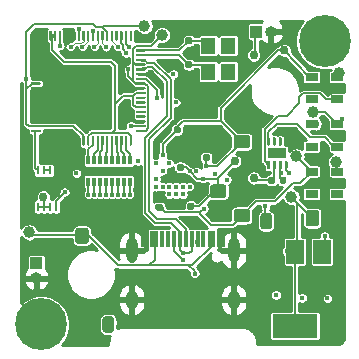
<source format=gbr>
%TF.GenerationSoftware,KiCad,Pcbnew,(5.1.6)-1*%
%TF.CreationDate,2021-01-25T15:06:37+00:00*%
%TF.ProjectId,OpenPnPVis,4f70656e-506e-4505-9669-732e6b696361,003*%
%TF.SameCoordinates,Original*%
%TF.FileFunction,Copper,L4,Bot*%
%TF.FilePolarity,Positive*%
%FSLAX46Y46*%
G04 Gerber Fmt 4.6, Leading zero omitted, Abs format (unit mm)*
G04 Created by KiCad (PCBNEW (5.1.6)-1) date 2021-01-25 15:06:37*
%MOMM*%
%LPD*%
G01*
G04 APERTURE LIST*
%TA.AperFunction,SMDPad,CuDef*%
%ADD10R,0.250000X0.750000*%
%TD*%
%TA.AperFunction,SMDPad,CuDef*%
%ADD11R,1.500000X0.900000*%
%TD*%
%TA.AperFunction,ComponentPad*%
%ADD12O,1.000000X1.000000*%
%TD*%
%TA.AperFunction,ComponentPad*%
%ADD13R,1.000000X1.000000*%
%TD*%
%TA.AperFunction,SMDPad,CuDef*%
%ADD14R,0.300000X1.450000*%
%TD*%
%TA.AperFunction,ComponentPad*%
%ADD15O,1.000000X2.100000*%
%TD*%
%TA.AperFunction,ComponentPad*%
%ADD16O,1.000000X1.600000*%
%TD*%
%TA.AperFunction,ComponentPad*%
%ADD17C,0.700000*%
%TD*%
%TA.AperFunction,ComponentPad*%
%ADD18C,4.400000*%
%TD*%
%TA.AperFunction,SMDPad,CuDef*%
%ADD19R,1.200000X1.400000*%
%TD*%
%TA.AperFunction,SMDPad,CuDef*%
%ADD20R,1.060000X0.650000*%
%TD*%
%TA.AperFunction,SMDPad,CuDef*%
%ADD21R,3.800000X3.800000*%
%TD*%
%TA.AperFunction,SMDPad,CuDef*%
%ADD22R,1.500000X2.000000*%
%TD*%
%TA.AperFunction,SMDPad,CuDef*%
%ADD23R,3.800000X2.000000*%
%TD*%
%TA.AperFunction,SMDPad,CuDef*%
%ADD24R,0.300000X0.800000*%
%TD*%
%TA.AperFunction,ViaPad*%
%ADD25C,1.000000*%
%TD*%
%TA.AperFunction,ViaPad*%
%ADD26C,0.450000*%
%TD*%
%TA.AperFunction,ViaPad*%
%ADD27C,0.400000*%
%TD*%
%TA.AperFunction,ViaPad*%
%ADD28C,0.750000*%
%TD*%
%TA.AperFunction,Conductor*%
%ADD29C,0.200000*%
%TD*%
%TA.AperFunction,Conductor*%
%ADD30C,0.146000*%
%TD*%
%TA.AperFunction,Conductor*%
%ADD31C,0.100000*%
%TD*%
%TA.AperFunction,Conductor*%
%ADD32C,0.131000*%
%TD*%
%TA.AperFunction,Conductor*%
%ADD33C,0.210000*%
%TD*%
%TA.AperFunction,Conductor*%
%ADD34C,0.153000*%
%TD*%
%TA.AperFunction,Conductor*%
%ADD35C,0.254000*%
%TD*%
G04 APERTURE END LIST*
D10*
%TO.P,U8,8*%
%TO.N,+2V8*%
X76750000Y-102850000D03*
%TO.P,U8,7*%
X77250000Y-102850000D03*
%TO.P,U8,6*%
X77750000Y-102850000D03*
%TO.P,U8,5*%
%TO.N,/33MHZ_CLK*%
X78250000Y-102850000D03*
%TO.P,U8,4*%
%TO.N,GND*%
X78250000Y-99750000D03*
%TO.P,U8,3*%
%TO.N,/~33MHZ_CLK*%
X77750000Y-99750000D03*
%TO.P,U8,2*%
X77250000Y-99750000D03*
%TO.P,U8,1*%
%TO.N,/66MHZ_CLK*%
X76750000Y-99750000D03*
%TD*%
D11*
%TO.P,U4,9*%
%TO.N,N/C*%
X97000000Y-98300000D03*
%TO.P,U4,8*%
%TO.N,/Power/2V8_EN*%
%TA.AperFunction,SMDPad,CuDef*%
G36*
G01*
X96187500Y-98950000D02*
X96312500Y-98950000D01*
G75*
G02*
X96375000Y-99012500I0J-62500D01*
G01*
X96375000Y-99587500D01*
G75*
G02*
X96312500Y-99650000I-62500J0D01*
G01*
X96187500Y-99650000D01*
G75*
G02*
X96125000Y-99587500I0J62500D01*
G01*
X96125000Y-99012500D01*
G75*
G02*
X96187500Y-98950000I62500J0D01*
G01*
G37*
%TD.AperFunction*%
%TO.P,U4,7*%
%TO.N,+5V*%
%TA.AperFunction,SMDPad,CuDef*%
G36*
G01*
X96687500Y-98950000D02*
X96812500Y-98950000D01*
G75*
G02*
X96875000Y-99012500I0J-62500D01*
G01*
X96875000Y-99587500D01*
G75*
G02*
X96812500Y-99650000I-62500J0D01*
G01*
X96687500Y-99650000D01*
G75*
G02*
X96625000Y-99587500I0J62500D01*
G01*
X96625000Y-99012500D01*
G75*
G02*
X96687500Y-98950000I62500J0D01*
G01*
G37*
%TD.AperFunction*%
%TO.P,U4,6*%
%TO.N,/Power/AT_TINY_RST*%
%TA.AperFunction,SMDPad,CuDef*%
G36*
G01*
X97187500Y-98950000D02*
X97312500Y-98950000D01*
G75*
G02*
X97375000Y-99012500I0J-62500D01*
G01*
X97375000Y-99587500D01*
G75*
G02*
X97312500Y-99650000I-62500J0D01*
G01*
X97187500Y-99650000D01*
G75*
G02*
X97125000Y-99587500I0J62500D01*
G01*
X97125000Y-99012500D01*
G75*
G02*
X97187500Y-98950000I62500J0D01*
G01*
G37*
%TD.AperFunction*%
%TO.P,U4,5*%
%TO.N,/Power/2V5_EN*%
%TA.AperFunction,SMDPad,CuDef*%
G36*
G01*
X97687500Y-98950000D02*
X97812500Y-98950000D01*
G75*
G02*
X97875000Y-99012500I0J-62500D01*
G01*
X97875000Y-99587500D01*
G75*
G02*
X97812500Y-99650000I-62500J0D01*
G01*
X97687500Y-99650000D01*
G75*
G02*
X97625000Y-99587500I0J62500D01*
G01*
X97625000Y-99012500D01*
G75*
G02*
X97687500Y-98950000I62500J0D01*
G01*
G37*
%TD.AperFunction*%
%TO.P,U4,4*%
%TO.N,GND*%
%TA.AperFunction,SMDPad,CuDef*%
G36*
G01*
X97687500Y-96950000D02*
X97812500Y-96950000D01*
G75*
G02*
X97875000Y-97012500I0J-62500D01*
G01*
X97875000Y-97587500D01*
G75*
G02*
X97812500Y-97650000I-62500J0D01*
G01*
X97687500Y-97650000D01*
G75*
G02*
X97625000Y-97587500I0J62500D01*
G01*
X97625000Y-97012500D01*
G75*
G02*
X97687500Y-96950000I62500J0D01*
G01*
G37*
%TD.AperFunction*%
%TO.P,U4,3*%
%TO.N,Net-(U4-Pad3)*%
%TA.AperFunction,SMDPad,CuDef*%
G36*
G01*
X97187500Y-96950000D02*
X97312500Y-96950000D01*
G75*
G02*
X97375000Y-97012500I0J-62500D01*
G01*
X97375000Y-97587500D01*
G75*
G02*
X97312500Y-97650000I-62500J0D01*
G01*
X97187500Y-97650000D01*
G75*
G02*
X97125000Y-97587500I0J62500D01*
G01*
X97125000Y-97012500D01*
G75*
G02*
X97187500Y-96950000I62500J0D01*
G01*
G37*
%TD.AperFunction*%
%TO.P,U4,2*%
%TO.N,Net-(U4-Pad2)*%
%TA.AperFunction,SMDPad,CuDef*%
G36*
G01*
X96687500Y-96950000D02*
X96812500Y-96950000D01*
G75*
G02*
X96875000Y-97012500I0J-62500D01*
G01*
X96875000Y-97587500D01*
G75*
G02*
X96812500Y-97650000I-62500J0D01*
G01*
X96687500Y-97650000D01*
G75*
G02*
X96625000Y-97587500I0J62500D01*
G01*
X96625000Y-97012500D01*
G75*
G02*
X96687500Y-96950000I62500J0D01*
G01*
G37*
%TD.AperFunction*%
%TO.P,U4,1*%
%TO.N,/Power/1V2_EN*%
%TA.AperFunction,SMDPad,CuDef*%
G36*
G01*
X96187500Y-96950000D02*
X96312500Y-96950000D01*
G75*
G02*
X96375000Y-97012500I0J-62500D01*
G01*
X96375000Y-97587500D01*
G75*
G02*
X96312500Y-97650000I-62500J0D01*
G01*
X96187500Y-97650000D01*
G75*
G02*
X96125000Y-97587500I0J62500D01*
G01*
X96125000Y-97012500D01*
G75*
G02*
X96187500Y-96950000I62500J0D01*
G01*
G37*
%TD.AperFunction*%
%TD*%
D12*
%TO.P,J3,2*%
%TO.N,GND*%
X96470000Y-88000000D03*
D13*
%TO.P,J3,1*%
%TO.N,/CAM_TRIG*%
X95200000Y-88000000D03*
%TD*%
D12*
%TO.P,J2,2*%
%TO.N,GND*%
X76600000Y-108870000D03*
D13*
%TO.P,J2,1*%
%TO.N,LED_V+*%
X76600000Y-107600000D03*
%TD*%
%TO.P,R1,2*%
%TO.N,+5V*%
%TA.AperFunction,SMDPad,CuDef*%
G36*
G01*
X96810000Y-100427500D02*
X96810000Y-100772500D01*
G75*
G02*
X96662500Y-100920000I-147500J0D01*
G01*
X96367500Y-100920000D01*
G75*
G02*
X96220000Y-100772500I0J147500D01*
G01*
X96220000Y-100427500D01*
G75*
G02*
X96367500Y-100280000I147500J0D01*
G01*
X96662500Y-100280000D01*
G75*
G02*
X96810000Y-100427500I0J-147500D01*
G01*
G37*
%TD.AperFunction*%
%TO.P,R1,1*%
%TO.N,/Power/AT_TINY_RST*%
%TA.AperFunction,SMDPad,CuDef*%
G36*
G01*
X97780000Y-100427500D02*
X97780000Y-100772500D01*
G75*
G02*
X97632500Y-100920000I-147500J0D01*
G01*
X97337500Y-100920000D01*
G75*
G02*
X97190000Y-100772500I0J147500D01*
G01*
X97190000Y-100427500D01*
G75*
G02*
X97337500Y-100280000I147500J0D01*
G01*
X97632500Y-100280000D01*
G75*
G02*
X97780000Y-100427500I0J-147500D01*
G01*
G37*
%TD.AperFunction*%
%TD*%
D14*
%TO.P,J4,A12*%
%TO.N,GND*%
X85600000Y-105605000D03*
%TO.P,J4,B1*%
X85900000Y-105605000D03*
%TO.P,J4,A9*%
%TO.N,/Power/VIN*%
X86400000Y-105605000D03*
%TO.P,J4,B4*%
X86700000Y-105605000D03*
%TO.P,J4,B9*%
X91300000Y-105605000D03*
%TO.P,J4,A4*%
X91600000Y-105605000D03*
%TO.P,J4,A1*%
%TO.N,GND*%
X92400000Y-105605000D03*
%TO.P,J4,B12*%
X92100000Y-105605000D03*
%TO.P,J4,B8*%
%TO.N,Net-(J4-PadB8)*%
X90750000Y-105605000D03*
%TO.P,J4,B5*%
%TO.N,Net-(J4-PadB5)*%
X87250000Y-105605000D03*
%TO.P,J4,A5*%
%TO.N,Net-(J4-PadA5)*%
X90250000Y-105605000D03*
%TO.P,J4,A8*%
%TO.N,Net-(J4-PadA8)*%
X87750000Y-105605000D03*
%TO.P,J4,B7*%
%TO.N,USB_D-*%
X89750000Y-105605000D03*
%TO.P,J4,B6*%
%TO.N,USB_D+*%
X88250000Y-105605000D03*
%TO.P,J4,A7*%
%TO.N,USB_D-*%
X88750000Y-105605000D03*
%TO.P,J4,A6*%
%TO.N,USB_D+*%
X89250000Y-105605000D03*
D15*
%TO.P,J4,S1*%
%TO.N,GND*%
X93320000Y-106520000D03*
X84680000Y-106520000D03*
D16*
X93320000Y-110700000D03*
X84680000Y-110700000D03*
%TD*%
%TO.P,C7,2*%
%TO.N,/Power/VIN*%
%TA.AperFunction,SMDPad,CuDef*%
G36*
G01*
X81050000Y-104849999D02*
X81050000Y-105750001D01*
G75*
G02*
X80800001Y-106000000I-249999J0D01*
G01*
X80149999Y-106000000D01*
G75*
G02*
X79900000Y-105750001I0J249999D01*
G01*
X79900000Y-104849999D01*
G75*
G02*
X80149999Y-104600000I249999J0D01*
G01*
X80800001Y-104600000D01*
G75*
G02*
X81050000Y-104849999I0J-249999D01*
G01*
G37*
%TD.AperFunction*%
%TO.P,C7,1*%
%TO.N,GND*%
%TA.AperFunction,SMDPad,CuDef*%
G36*
G01*
X83100000Y-104849999D02*
X83100000Y-105750001D01*
G75*
G02*
X82850001Y-106000000I-249999J0D01*
G01*
X82199999Y-106000000D01*
G75*
G02*
X81950000Y-105750001I0J249999D01*
G01*
X81950000Y-104849999D01*
G75*
G02*
X82199999Y-104600000I249999J0D01*
G01*
X82850001Y-104600000D01*
G75*
G02*
X83100000Y-104849999I0J-249999D01*
G01*
G37*
%TD.AperFunction*%
%TD*%
D17*
%TO.P,H2,1*%
%TO.N,Net-(C19-Pad2)*%
X78166726Y-111633274D03*
X77000000Y-111150000D03*
X75833274Y-111633274D03*
X75350000Y-112800000D03*
X75833274Y-113966726D03*
X77000000Y-114450000D03*
X78166726Y-113966726D03*
X78650000Y-112800000D03*
D18*
X77000000Y-112800000D03*
%TD*%
D17*
%TO.P,H1,1*%
%TO.N,Net-(C17-Pad2)*%
X102166726Y-87633274D03*
X101000000Y-87150000D03*
X99833274Y-87633274D03*
X99350000Y-88800000D03*
X99833274Y-89966726D03*
X101000000Y-90450000D03*
X102166726Y-89966726D03*
X102650000Y-88800000D03*
D18*
X101000000Y-88800000D03*
%TD*%
D19*
%TO.P,Y1,4*%
%TO.N,N/C*%
X92850000Y-91400000D03*
%TO.P,Y1,3*%
X92850000Y-89200000D03*
%TO.P,Y1,2*%
%TO.N,/XI*%
X91150000Y-89200000D03*
%TO.P,Y1,1*%
%TO.N,/XO*%
X91150000Y-91400000D03*
%TD*%
D20*
%TO.P,U10,5*%
%TO.N,VAA*%
X99900000Y-99850000D03*
%TO.P,U10,4*%
%TO.N,Net-(U10-Pad4)*%
X99900000Y-101750000D03*
%TO.P,U10,3*%
%TO.N,/Power/2V5_EN*%
X102100000Y-101750000D03*
%TO.P,U10,2*%
%TO.N,GND*%
X102100000Y-100800000D03*
%TO.P,U10,1*%
%TO.N,+3V3*%
X102100000Y-99850000D03*
%TD*%
%TO.P,U9,5*%
%TO.N,+1V2*%
X99900000Y-95850000D03*
%TO.P,U9,4*%
%TO.N,Net-(U9-Pad4)*%
X99900000Y-97750000D03*
%TO.P,U9,3*%
%TO.N,/Power/1V2_EN*%
X102100000Y-97750000D03*
%TO.P,U9,2*%
%TO.N,GND*%
X102100000Y-96800000D03*
%TO.P,U9,1*%
%TO.N,+3V3*%
X102100000Y-95850000D03*
%TD*%
%TO.P,U7,5*%
%TO.N,+2V8*%
X99900000Y-91850000D03*
%TO.P,U7,4*%
%TO.N,Net-(U7-Pad4)*%
X99900000Y-93750000D03*
%TO.P,U7,3*%
%TO.N,/Power/2V8_EN*%
X102100000Y-93750000D03*
%TO.P,U7,2*%
%TO.N,GND*%
X102100000Y-92800000D03*
%TO.P,U7,1*%
%TO.N,+3V3*%
X102100000Y-91850000D03*
%TD*%
D21*
%TO.P,U3,77*%
%TO.N,GND*%
X81000000Y-92800000D03*
%TO.P,U3,76*%
%TA.AperFunction,SMDPad,CuDef*%
G36*
G01*
X76200000Y-89100000D02*
X76925000Y-89100000D01*
G75*
G02*
X76975000Y-89150000I0J-50000D01*
G01*
X76975000Y-89250000D01*
G75*
G02*
X76925000Y-89300000I-50000J0D01*
G01*
X76200000Y-89300000D01*
G75*
G02*
X76150000Y-89250000I0J50000D01*
G01*
X76150000Y-89150000D01*
G75*
G02*
X76200000Y-89100000I50000J0D01*
G01*
G37*
%TD.AperFunction*%
%TO.P,U3,75*%
%TA.AperFunction,SMDPad,CuDef*%
G36*
G01*
X76200000Y-89500000D02*
X76925000Y-89500000D01*
G75*
G02*
X76975000Y-89550000I0J-50000D01*
G01*
X76975000Y-89650000D01*
G75*
G02*
X76925000Y-89700000I-50000J0D01*
G01*
X76200000Y-89700000D01*
G75*
G02*
X76150000Y-89650000I0J50000D01*
G01*
X76150000Y-89550000D01*
G75*
G02*
X76200000Y-89500000I50000J0D01*
G01*
G37*
%TD.AperFunction*%
%TO.P,U3,74*%
%TA.AperFunction,SMDPad,CuDef*%
G36*
G01*
X76200000Y-89900000D02*
X76925000Y-89900000D01*
G75*
G02*
X76975000Y-89950000I0J-50000D01*
G01*
X76975000Y-90050000D01*
G75*
G02*
X76925000Y-90100000I-50000J0D01*
G01*
X76200000Y-90100000D01*
G75*
G02*
X76150000Y-90050000I0J50000D01*
G01*
X76150000Y-89950000D01*
G75*
G02*
X76200000Y-89900000I50000J0D01*
G01*
G37*
%TD.AperFunction*%
%TO.P,U3,73*%
%TA.AperFunction,SMDPad,CuDef*%
G36*
G01*
X76200000Y-90300000D02*
X76925000Y-90300000D01*
G75*
G02*
X76975000Y-90350000I0J-50000D01*
G01*
X76975000Y-90450000D01*
G75*
G02*
X76925000Y-90500000I-50000J0D01*
G01*
X76200000Y-90500000D01*
G75*
G02*
X76150000Y-90450000I0J50000D01*
G01*
X76150000Y-90350000D01*
G75*
G02*
X76200000Y-90300000I50000J0D01*
G01*
G37*
%TD.AperFunction*%
%TO.P,U3,72*%
%TA.AperFunction,SMDPad,CuDef*%
G36*
G01*
X76200000Y-90700000D02*
X76925000Y-90700000D01*
G75*
G02*
X76975000Y-90750000I0J-50000D01*
G01*
X76975000Y-90850000D01*
G75*
G02*
X76925000Y-90900000I-50000J0D01*
G01*
X76200000Y-90900000D01*
G75*
G02*
X76150000Y-90850000I0J50000D01*
G01*
X76150000Y-90750000D01*
G75*
G02*
X76200000Y-90700000I50000J0D01*
G01*
G37*
%TD.AperFunction*%
%TO.P,U3,71*%
%TA.AperFunction,SMDPad,CuDef*%
G36*
G01*
X76200000Y-91100000D02*
X76925000Y-91100000D01*
G75*
G02*
X76975000Y-91150000I0J-50000D01*
G01*
X76975000Y-91250000D01*
G75*
G02*
X76925000Y-91300000I-50000J0D01*
G01*
X76200000Y-91300000D01*
G75*
G02*
X76150000Y-91250000I0J50000D01*
G01*
X76150000Y-91150000D01*
G75*
G02*
X76200000Y-91100000I50000J0D01*
G01*
G37*
%TD.AperFunction*%
%TO.P,U3,70*%
%TA.AperFunction,SMDPad,CuDef*%
G36*
G01*
X76200000Y-91500000D02*
X76925000Y-91500000D01*
G75*
G02*
X76975000Y-91550000I0J-50000D01*
G01*
X76975000Y-91650000D01*
G75*
G02*
X76925000Y-91700000I-50000J0D01*
G01*
X76200000Y-91700000D01*
G75*
G02*
X76150000Y-91650000I0J50000D01*
G01*
X76150000Y-91550000D01*
G75*
G02*
X76200000Y-91500000I50000J0D01*
G01*
G37*
%TD.AperFunction*%
%TO.P,U3,69*%
%TA.AperFunction,SMDPad,CuDef*%
G36*
G01*
X76200000Y-91900000D02*
X76925000Y-91900000D01*
G75*
G02*
X76975000Y-91950000I0J-50000D01*
G01*
X76975000Y-92050000D01*
G75*
G02*
X76925000Y-92100000I-50000J0D01*
G01*
X76200000Y-92100000D01*
G75*
G02*
X76150000Y-92050000I0J50000D01*
G01*
X76150000Y-91950000D01*
G75*
G02*
X76200000Y-91900000I50000J0D01*
G01*
G37*
%TD.AperFunction*%
%TO.P,U3,68*%
%TO.N,VAA*%
%TA.AperFunction,SMDPad,CuDef*%
G36*
G01*
X76200000Y-92300000D02*
X76925000Y-92300000D01*
G75*
G02*
X76975000Y-92350000I0J-50000D01*
G01*
X76975000Y-92450000D01*
G75*
G02*
X76925000Y-92500000I-50000J0D01*
G01*
X76200000Y-92500000D01*
G75*
G02*
X76150000Y-92450000I0J50000D01*
G01*
X76150000Y-92350000D01*
G75*
G02*
X76200000Y-92300000I50000J0D01*
G01*
G37*
%TD.AperFunction*%
%TO.P,U3,67*%
%TO.N,GND*%
%TA.AperFunction,SMDPad,CuDef*%
G36*
G01*
X76200000Y-92700000D02*
X76925000Y-92700000D01*
G75*
G02*
X76975000Y-92750000I0J-50000D01*
G01*
X76975000Y-92850000D01*
G75*
G02*
X76925000Y-92900000I-50000J0D01*
G01*
X76200000Y-92900000D01*
G75*
G02*
X76150000Y-92850000I0J50000D01*
G01*
X76150000Y-92750000D01*
G75*
G02*
X76200000Y-92700000I50000J0D01*
G01*
G37*
%TD.AperFunction*%
%TO.P,U3,66*%
%TA.AperFunction,SMDPad,CuDef*%
G36*
G01*
X76200000Y-93100000D02*
X76925000Y-93100000D01*
G75*
G02*
X76975000Y-93150000I0J-50000D01*
G01*
X76975000Y-93250000D01*
G75*
G02*
X76925000Y-93300000I-50000J0D01*
G01*
X76200000Y-93300000D01*
G75*
G02*
X76150000Y-93250000I0J50000D01*
G01*
X76150000Y-93150000D01*
G75*
G02*
X76200000Y-93100000I50000J0D01*
G01*
G37*
%TD.AperFunction*%
%TO.P,U3,65*%
%TA.AperFunction,SMDPad,CuDef*%
G36*
G01*
X76200000Y-93500000D02*
X76925000Y-93500000D01*
G75*
G02*
X76975000Y-93550000I0J-50000D01*
G01*
X76975000Y-93650000D01*
G75*
G02*
X76925000Y-93700000I-50000J0D01*
G01*
X76200000Y-93700000D01*
G75*
G02*
X76150000Y-93650000I0J50000D01*
G01*
X76150000Y-93550000D01*
G75*
G02*
X76200000Y-93500000I50000J0D01*
G01*
G37*
%TD.AperFunction*%
%TO.P,U3,64*%
%TA.AperFunction,SMDPad,CuDef*%
G36*
G01*
X76200000Y-93900000D02*
X76925000Y-93900000D01*
G75*
G02*
X76975000Y-93950000I0J-50000D01*
G01*
X76975000Y-94050000D01*
G75*
G02*
X76925000Y-94100000I-50000J0D01*
G01*
X76200000Y-94100000D01*
G75*
G02*
X76150000Y-94050000I0J50000D01*
G01*
X76150000Y-93950000D01*
G75*
G02*
X76200000Y-93900000I50000J0D01*
G01*
G37*
%TD.AperFunction*%
%TO.P,U3,63*%
%TA.AperFunction,SMDPad,CuDef*%
G36*
G01*
X76200000Y-94300000D02*
X76925000Y-94300000D01*
G75*
G02*
X76975000Y-94350000I0J-50000D01*
G01*
X76975000Y-94450000D01*
G75*
G02*
X76925000Y-94500000I-50000J0D01*
G01*
X76200000Y-94500000D01*
G75*
G02*
X76150000Y-94450000I0J50000D01*
G01*
X76150000Y-94350000D01*
G75*
G02*
X76200000Y-94300000I50000J0D01*
G01*
G37*
%TD.AperFunction*%
%TO.P,U3,62*%
%TA.AperFunction,SMDPad,CuDef*%
G36*
G01*
X76200000Y-94700000D02*
X76925000Y-94700000D01*
G75*
G02*
X76975000Y-94750000I0J-50000D01*
G01*
X76975000Y-94850000D01*
G75*
G02*
X76925000Y-94900000I-50000J0D01*
G01*
X76200000Y-94900000D01*
G75*
G02*
X76150000Y-94850000I0J50000D01*
G01*
X76150000Y-94750000D01*
G75*
G02*
X76200000Y-94700000I50000J0D01*
G01*
G37*
%TD.AperFunction*%
%TO.P,U3,61*%
%TA.AperFunction,SMDPad,CuDef*%
G36*
G01*
X76200000Y-95100000D02*
X76925000Y-95100000D01*
G75*
G02*
X76975000Y-95150000I0J-50000D01*
G01*
X76975000Y-95250000D01*
G75*
G02*
X76925000Y-95300000I-50000J0D01*
G01*
X76200000Y-95300000D01*
G75*
G02*
X76150000Y-95250000I0J50000D01*
G01*
X76150000Y-95150000D01*
G75*
G02*
X76200000Y-95100000I50000J0D01*
G01*
G37*
%TD.AperFunction*%
%TO.P,U3,60*%
%TA.AperFunction,SMDPad,CuDef*%
G36*
G01*
X76200000Y-95500000D02*
X76925000Y-95500000D01*
G75*
G02*
X76975000Y-95550000I0J-50000D01*
G01*
X76975000Y-95650000D01*
G75*
G02*
X76925000Y-95700000I-50000J0D01*
G01*
X76200000Y-95700000D01*
G75*
G02*
X76150000Y-95650000I0J50000D01*
G01*
X76150000Y-95550000D01*
G75*
G02*
X76200000Y-95500000I50000J0D01*
G01*
G37*
%TD.AperFunction*%
%TO.P,U3,59*%
%TO.N,VAA*%
%TA.AperFunction,SMDPad,CuDef*%
G36*
G01*
X76200000Y-95900000D02*
X76925000Y-95900000D01*
G75*
G02*
X76975000Y-95950000I0J-50000D01*
G01*
X76975000Y-96050000D01*
G75*
G02*
X76925000Y-96100000I-50000J0D01*
G01*
X76200000Y-96100000D01*
G75*
G02*
X76150000Y-96050000I0J50000D01*
G01*
X76150000Y-95950000D01*
G75*
G02*
X76200000Y-95900000I50000J0D01*
G01*
G37*
%TD.AperFunction*%
%TO.P,U3,58*%
%TO.N,/66MHZ_CLK*%
%TA.AperFunction,SMDPad,CuDef*%
G36*
G01*
X76200000Y-96300000D02*
X76925000Y-96300000D01*
G75*
G02*
X76975000Y-96350000I0J-50000D01*
G01*
X76975000Y-96450000D01*
G75*
G02*
X76925000Y-96500000I-50000J0D01*
G01*
X76200000Y-96500000D01*
G75*
G02*
X76150000Y-96450000I0J50000D01*
G01*
X76150000Y-96350000D01*
G75*
G02*
X76200000Y-96300000I50000J0D01*
G01*
G37*
%TD.AperFunction*%
%TO.P,U3,57*%
%TO.N,GND*%
%TA.AperFunction,SMDPad,CuDef*%
G36*
G01*
X77350000Y-96825000D02*
X77450000Y-96825000D01*
G75*
G02*
X77500000Y-96875000I0J-50000D01*
G01*
X77500000Y-97600000D01*
G75*
G02*
X77450000Y-97650000I-50000J0D01*
G01*
X77350000Y-97650000D01*
G75*
G02*
X77300000Y-97600000I0J50000D01*
G01*
X77300000Y-96875000D01*
G75*
G02*
X77350000Y-96825000I50000J0D01*
G01*
G37*
%TD.AperFunction*%
%TO.P,U3,56*%
%TA.AperFunction,SMDPad,CuDef*%
G36*
G01*
X77750000Y-96825000D02*
X77850000Y-96825000D01*
G75*
G02*
X77900000Y-96875000I0J-50000D01*
G01*
X77900000Y-97600000D01*
G75*
G02*
X77850000Y-97650000I-50000J0D01*
G01*
X77750000Y-97650000D01*
G75*
G02*
X77700000Y-97600000I0J50000D01*
G01*
X77700000Y-96875000D01*
G75*
G02*
X77750000Y-96825000I50000J0D01*
G01*
G37*
%TD.AperFunction*%
%TO.P,U3,55*%
%TA.AperFunction,SMDPad,CuDef*%
G36*
G01*
X78150000Y-96825000D02*
X78250000Y-96825000D01*
G75*
G02*
X78300000Y-96875000I0J-50000D01*
G01*
X78300000Y-97600000D01*
G75*
G02*
X78250000Y-97650000I-50000J0D01*
G01*
X78150000Y-97650000D01*
G75*
G02*
X78100000Y-97600000I0J50000D01*
G01*
X78100000Y-96875000D01*
G75*
G02*
X78150000Y-96825000I50000J0D01*
G01*
G37*
%TD.AperFunction*%
%TO.P,U3,54*%
%TA.AperFunction,SMDPad,CuDef*%
G36*
G01*
X78550000Y-96825000D02*
X78650000Y-96825000D01*
G75*
G02*
X78700000Y-96875000I0J-50000D01*
G01*
X78700000Y-97600000D01*
G75*
G02*
X78650000Y-97650000I-50000J0D01*
G01*
X78550000Y-97650000D01*
G75*
G02*
X78500000Y-97600000I0J50000D01*
G01*
X78500000Y-96875000D01*
G75*
G02*
X78550000Y-96825000I50000J0D01*
G01*
G37*
%TD.AperFunction*%
%TO.P,U3,53*%
%TA.AperFunction,SMDPad,CuDef*%
G36*
G01*
X78950000Y-96825000D02*
X79050000Y-96825000D01*
G75*
G02*
X79100000Y-96875000I0J-50000D01*
G01*
X79100000Y-97600000D01*
G75*
G02*
X79050000Y-97650000I-50000J0D01*
G01*
X78950000Y-97650000D01*
G75*
G02*
X78900000Y-97600000I0J50000D01*
G01*
X78900000Y-96875000D01*
G75*
G02*
X78950000Y-96825000I50000J0D01*
G01*
G37*
%TD.AperFunction*%
%TO.P,U3,52*%
%TA.AperFunction,SMDPad,CuDef*%
G36*
G01*
X79350000Y-96825000D02*
X79450000Y-96825000D01*
G75*
G02*
X79500000Y-96875000I0J-50000D01*
G01*
X79500000Y-97600000D01*
G75*
G02*
X79450000Y-97650000I-50000J0D01*
G01*
X79350000Y-97650000D01*
G75*
G02*
X79300000Y-97600000I0J50000D01*
G01*
X79300000Y-96875000D01*
G75*
G02*
X79350000Y-96825000I50000J0D01*
G01*
G37*
%TD.AperFunction*%
%TO.P,U3,51*%
%TA.AperFunction,SMDPad,CuDef*%
G36*
G01*
X79750000Y-96825000D02*
X79850000Y-96825000D01*
G75*
G02*
X79900000Y-96875000I0J-50000D01*
G01*
X79900000Y-97600000D01*
G75*
G02*
X79850000Y-97650000I-50000J0D01*
G01*
X79750000Y-97650000D01*
G75*
G02*
X79700000Y-97600000I0J50000D01*
G01*
X79700000Y-96875000D01*
G75*
G02*
X79750000Y-96825000I50000J0D01*
G01*
G37*
%TD.AperFunction*%
%TO.P,U3,50*%
%TA.AperFunction,SMDPad,CuDef*%
G36*
G01*
X80150000Y-96825000D02*
X80250000Y-96825000D01*
G75*
G02*
X80300000Y-96875000I0J-50000D01*
G01*
X80300000Y-97600000D01*
G75*
G02*
X80250000Y-97650000I-50000J0D01*
G01*
X80150000Y-97650000D01*
G75*
G02*
X80100000Y-97600000I0J50000D01*
G01*
X80100000Y-96875000D01*
G75*
G02*
X80150000Y-96825000I50000J0D01*
G01*
G37*
%TD.AperFunction*%
%TO.P,U3,49*%
%TO.N,VAA*%
%TA.AperFunction,SMDPad,CuDef*%
G36*
G01*
X80550000Y-96825000D02*
X80650000Y-96825000D01*
G75*
G02*
X80700000Y-96875000I0J-50000D01*
G01*
X80700000Y-97600000D01*
G75*
G02*
X80650000Y-97650000I-50000J0D01*
G01*
X80550000Y-97650000D01*
G75*
G02*
X80500000Y-97600000I0J50000D01*
G01*
X80500000Y-96875000D01*
G75*
G02*
X80550000Y-96825000I50000J0D01*
G01*
G37*
%TD.AperFunction*%
%TO.P,U3,48*%
%TO.N,/DV10*%
%TA.AperFunction,SMDPad,CuDef*%
G36*
G01*
X80950000Y-96825000D02*
X81050000Y-96825000D01*
G75*
G02*
X81100000Y-96875000I0J-50000D01*
G01*
X81100000Y-97600000D01*
G75*
G02*
X81050000Y-97650000I-50000J0D01*
G01*
X80950000Y-97650000D01*
G75*
G02*
X80900000Y-97600000I0J50000D01*
G01*
X80900000Y-96875000D01*
G75*
G02*
X80950000Y-96825000I50000J0D01*
G01*
G37*
%TD.AperFunction*%
%TO.P,U3,47*%
%TO.N,Net-(RN1-Pad9)*%
%TA.AperFunction,SMDPad,CuDef*%
G36*
G01*
X81350000Y-96825000D02*
X81450000Y-96825000D01*
G75*
G02*
X81500000Y-96875000I0J-50000D01*
G01*
X81500000Y-97600000D01*
G75*
G02*
X81450000Y-97650000I-50000J0D01*
G01*
X81350000Y-97650000D01*
G75*
G02*
X81300000Y-97600000I0J50000D01*
G01*
X81300000Y-96875000D01*
G75*
G02*
X81350000Y-96825000I50000J0D01*
G01*
G37*
%TD.AperFunction*%
%TO.P,U3,46*%
%TO.N,Net-(RN1-Pad10)*%
%TA.AperFunction,SMDPad,CuDef*%
G36*
G01*
X81750000Y-96825000D02*
X81850000Y-96825000D01*
G75*
G02*
X81900000Y-96875000I0J-50000D01*
G01*
X81900000Y-97600000D01*
G75*
G02*
X81850000Y-97650000I-50000J0D01*
G01*
X81750000Y-97650000D01*
G75*
G02*
X81700000Y-97600000I0J50000D01*
G01*
X81700000Y-96875000D01*
G75*
G02*
X81750000Y-96825000I50000J0D01*
G01*
G37*
%TD.AperFunction*%
%TO.P,U3,45*%
%TO.N,Net-(RN1-Pad11)*%
%TA.AperFunction,SMDPad,CuDef*%
G36*
G01*
X82150000Y-96825000D02*
X82250000Y-96825000D01*
G75*
G02*
X82300000Y-96875000I0J-50000D01*
G01*
X82300000Y-97600000D01*
G75*
G02*
X82250000Y-97650000I-50000J0D01*
G01*
X82150000Y-97650000D01*
G75*
G02*
X82100000Y-97600000I0J50000D01*
G01*
X82100000Y-96875000D01*
G75*
G02*
X82150000Y-96825000I50000J0D01*
G01*
G37*
%TD.AperFunction*%
%TO.P,U3,44*%
%TO.N,Net-(RN1-Pad12)*%
%TA.AperFunction,SMDPad,CuDef*%
G36*
G01*
X82550000Y-96825000D02*
X82650000Y-96825000D01*
G75*
G02*
X82700000Y-96875000I0J-50000D01*
G01*
X82700000Y-97600000D01*
G75*
G02*
X82650000Y-97650000I-50000J0D01*
G01*
X82550000Y-97650000D01*
G75*
G02*
X82500000Y-97600000I0J50000D01*
G01*
X82500000Y-96875000D01*
G75*
G02*
X82550000Y-96825000I50000J0D01*
G01*
G37*
%TD.AperFunction*%
%TO.P,U3,43*%
%TO.N,Net-(RN1-Pad13)*%
%TA.AperFunction,SMDPad,CuDef*%
G36*
G01*
X82950000Y-96825000D02*
X83050000Y-96825000D01*
G75*
G02*
X83100000Y-96875000I0J-50000D01*
G01*
X83100000Y-97600000D01*
G75*
G02*
X83050000Y-97650000I-50000J0D01*
G01*
X82950000Y-97650000D01*
G75*
G02*
X82900000Y-97600000I0J50000D01*
G01*
X82900000Y-96875000D01*
G75*
G02*
X82950000Y-96825000I50000J0D01*
G01*
G37*
%TD.AperFunction*%
%TO.P,U3,42*%
%TO.N,Net-(RN1-Pad14)*%
%TA.AperFunction,SMDPad,CuDef*%
G36*
G01*
X83350000Y-96825000D02*
X83450000Y-96825000D01*
G75*
G02*
X83500000Y-96875000I0J-50000D01*
G01*
X83500000Y-97600000D01*
G75*
G02*
X83450000Y-97650000I-50000J0D01*
G01*
X83350000Y-97650000D01*
G75*
G02*
X83300000Y-97600000I0J50000D01*
G01*
X83300000Y-96875000D01*
G75*
G02*
X83350000Y-96825000I50000J0D01*
G01*
G37*
%TD.AperFunction*%
%TO.P,U3,41*%
%TO.N,Net-(RN1-Pad15)*%
%TA.AperFunction,SMDPad,CuDef*%
G36*
G01*
X83750000Y-96825000D02*
X83850000Y-96825000D01*
G75*
G02*
X83900000Y-96875000I0J-50000D01*
G01*
X83900000Y-97600000D01*
G75*
G02*
X83850000Y-97650000I-50000J0D01*
G01*
X83750000Y-97650000D01*
G75*
G02*
X83700000Y-97600000I0J50000D01*
G01*
X83700000Y-96875000D01*
G75*
G02*
X83750000Y-96825000I50000J0D01*
G01*
G37*
%TD.AperFunction*%
%TO.P,U3,40*%
%TO.N,Net-(RN1-Pad16)*%
%TA.AperFunction,SMDPad,CuDef*%
G36*
G01*
X84150000Y-96825000D02*
X84250000Y-96825000D01*
G75*
G02*
X84300000Y-96875000I0J-50000D01*
G01*
X84300000Y-97600000D01*
G75*
G02*
X84250000Y-97650000I-50000J0D01*
G01*
X84150000Y-97650000D01*
G75*
G02*
X84100000Y-97600000I0J50000D01*
G01*
X84100000Y-96875000D01*
G75*
G02*
X84150000Y-96825000I50000J0D01*
G01*
G37*
%TD.AperFunction*%
%TO.P,U3,39*%
%TO.N,/DV10*%
%TA.AperFunction,SMDPad,CuDef*%
G36*
G01*
X84550000Y-96825000D02*
X84650000Y-96825000D01*
G75*
G02*
X84700000Y-96875000I0J-50000D01*
G01*
X84700000Y-97600000D01*
G75*
G02*
X84650000Y-97650000I-50000J0D01*
G01*
X84550000Y-97650000D01*
G75*
G02*
X84500000Y-97600000I0J50000D01*
G01*
X84500000Y-96875000D01*
G75*
G02*
X84550000Y-96825000I50000J0D01*
G01*
G37*
%TD.AperFunction*%
%TO.P,U3,38*%
%TO.N,+3V3*%
%TA.AperFunction,SMDPad,CuDef*%
G36*
G01*
X85075000Y-96300000D02*
X85800000Y-96300000D01*
G75*
G02*
X85850000Y-96350000I0J-50000D01*
G01*
X85850000Y-96450000D01*
G75*
G02*
X85800000Y-96500000I-50000J0D01*
G01*
X85075000Y-96500000D01*
G75*
G02*
X85025000Y-96450000I0J50000D01*
G01*
X85025000Y-96350000D01*
G75*
G02*
X85075000Y-96300000I50000J0D01*
G01*
G37*
%TD.AperFunction*%
%TO.P,U3,37*%
%TO.N,Net-(R6-Pad2)*%
%TA.AperFunction,SMDPad,CuDef*%
G36*
G01*
X85075000Y-95900000D02*
X85800000Y-95900000D01*
G75*
G02*
X85850000Y-95950000I0J-50000D01*
G01*
X85850000Y-96050000D01*
G75*
G02*
X85800000Y-96100000I-50000J0D01*
G01*
X85075000Y-96100000D01*
G75*
G02*
X85025000Y-96050000I0J50000D01*
G01*
X85025000Y-95950000D01*
G75*
G02*
X85075000Y-95900000I50000J0D01*
G01*
G37*
%TD.AperFunction*%
%TO.P,U3,36*%
%TO.N,GND*%
%TA.AperFunction,SMDPad,CuDef*%
G36*
G01*
X85075000Y-95500000D02*
X85800000Y-95500000D01*
G75*
G02*
X85850000Y-95550000I0J-50000D01*
G01*
X85850000Y-95650000D01*
G75*
G02*
X85800000Y-95700000I-50000J0D01*
G01*
X85075000Y-95700000D01*
G75*
G02*
X85025000Y-95650000I0J50000D01*
G01*
X85025000Y-95550000D01*
G75*
G02*
X85075000Y-95500000I50000J0D01*
G01*
G37*
%TD.AperFunction*%
%TO.P,U3,35*%
%TO.N,Net-(U3-Pad35)*%
%TA.AperFunction,SMDPad,CuDef*%
G36*
G01*
X85075000Y-95100000D02*
X85800000Y-95100000D01*
G75*
G02*
X85850000Y-95150000I0J-50000D01*
G01*
X85850000Y-95250000D01*
G75*
G02*
X85800000Y-95300000I-50000J0D01*
G01*
X85075000Y-95300000D01*
G75*
G02*
X85025000Y-95250000I0J50000D01*
G01*
X85025000Y-95150000D01*
G75*
G02*
X85075000Y-95100000I50000J0D01*
G01*
G37*
%TD.AperFunction*%
%TO.P,U3,34*%
%TO.N,Net-(U3-Pad34)*%
%TA.AperFunction,SMDPad,CuDef*%
G36*
G01*
X85075000Y-94700000D02*
X85800000Y-94700000D01*
G75*
G02*
X85850000Y-94750000I0J-50000D01*
G01*
X85850000Y-94850000D01*
G75*
G02*
X85800000Y-94900000I-50000J0D01*
G01*
X85075000Y-94900000D01*
G75*
G02*
X85025000Y-94850000I0J50000D01*
G01*
X85025000Y-94750000D01*
G75*
G02*
X85075000Y-94700000I50000J0D01*
G01*
G37*
%TD.AperFunction*%
%TO.P,U3,33*%
%TO.N,/DV10*%
%TA.AperFunction,SMDPad,CuDef*%
G36*
G01*
X85075000Y-94300000D02*
X85800000Y-94300000D01*
G75*
G02*
X85850000Y-94350000I0J-50000D01*
G01*
X85850000Y-94450000D01*
G75*
G02*
X85800000Y-94500000I-50000J0D01*
G01*
X85075000Y-94500000D01*
G75*
G02*
X85025000Y-94450000I0J50000D01*
G01*
X85025000Y-94350000D01*
G75*
G02*
X85075000Y-94300000I50000J0D01*
G01*
G37*
%TD.AperFunction*%
%TO.P,U3,32*%
%TO.N,Net-(U3-Pad32)*%
%TA.AperFunction,SMDPad,CuDef*%
G36*
G01*
X85075000Y-93900000D02*
X85800000Y-93900000D01*
G75*
G02*
X85850000Y-93950000I0J-50000D01*
G01*
X85850000Y-94050000D01*
G75*
G02*
X85800000Y-94100000I-50000J0D01*
G01*
X85075000Y-94100000D01*
G75*
G02*
X85025000Y-94050000I0J50000D01*
G01*
X85025000Y-93950000D01*
G75*
G02*
X85075000Y-93900000I50000J0D01*
G01*
G37*
%TD.AperFunction*%
%TO.P,U3,31*%
%TO.N,Net-(U3-Pad31)*%
%TA.AperFunction,SMDPad,CuDef*%
G36*
G01*
X85075000Y-93500000D02*
X85800000Y-93500000D01*
G75*
G02*
X85850000Y-93550000I0J-50000D01*
G01*
X85850000Y-93650000D01*
G75*
G02*
X85800000Y-93700000I-50000J0D01*
G01*
X85075000Y-93700000D01*
G75*
G02*
X85025000Y-93650000I0J50000D01*
G01*
X85025000Y-93550000D01*
G75*
G02*
X85075000Y-93500000I50000J0D01*
G01*
G37*
%TD.AperFunction*%
%TO.P,U3,30*%
%TO.N,/DV10*%
%TA.AperFunction,SMDPad,CuDef*%
G36*
G01*
X85075000Y-93100000D02*
X85800000Y-93100000D01*
G75*
G02*
X85850000Y-93150000I0J-50000D01*
G01*
X85850000Y-93250000D01*
G75*
G02*
X85800000Y-93300000I-50000J0D01*
G01*
X85075000Y-93300000D01*
G75*
G02*
X85025000Y-93250000I0J50000D01*
G01*
X85025000Y-93150000D01*
G75*
G02*
X85075000Y-93100000I50000J0D01*
G01*
G37*
%TD.AperFunction*%
%TO.P,U3,29*%
%TO.N,GND*%
%TA.AperFunction,SMDPad,CuDef*%
G36*
G01*
X85075000Y-92700000D02*
X85800000Y-92700000D01*
G75*
G02*
X85850000Y-92750000I0J-50000D01*
G01*
X85850000Y-92850000D01*
G75*
G02*
X85800000Y-92900000I-50000J0D01*
G01*
X85075000Y-92900000D01*
G75*
G02*
X85025000Y-92850000I0J50000D01*
G01*
X85025000Y-92750000D01*
G75*
G02*
X85075000Y-92700000I50000J0D01*
G01*
G37*
%TD.AperFunction*%
%TO.P,U3,28*%
%TO.N,+3V3*%
%TA.AperFunction,SMDPad,CuDef*%
G36*
G01*
X85075000Y-92300000D02*
X85800000Y-92300000D01*
G75*
G02*
X85850000Y-92350000I0J-50000D01*
G01*
X85850000Y-92450000D01*
G75*
G02*
X85800000Y-92500000I-50000J0D01*
G01*
X85075000Y-92500000D01*
G75*
G02*
X85025000Y-92450000I0J50000D01*
G01*
X85025000Y-92350000D01*
G75*
G02*
X85075000Y-92300000I50000J0D01*
G01*
G37*
%TD.AperFunction*%
%TO.P,U3,27*%
%TO.N,Net-(R13-Pad2)*%
%TA.AperFunction,SMDPad,CuDef*%
G36*
G01*
X85075000Y-91900000D02*
X85800000Y-91900000D01*
G75*
G02*
X85850000Y-91950000I0J-50000D01*
G01*
X85850000Y-92050000D01*
G75*
G02*
X85800000Y-92100000I-50000J0D01*
G01*
X85075000Y-92100000D01*
G75*
G02*
X85025000Y-92050000I0J50000D01*
G01*
X85025000Y-91950000D01*
G75*
G02*
X85075000Y-91900000I50000J0D01*
G01*
G37*
%TD.AperFunction*%
%TO.P,U3,26*%
%TO.N,GND*%
%TA.AperFunction,SMDPad,CuDef*%
G36*
G01*
X85075000Y-91500000D02*
X85800000Y-91500000D01*
G75*
G02*
X85850000Y-91550000I0J-50000D01*
G01*
X85850000Y-91650000D01*
G75*
G02*
X85800000Y-91700000I-50000J0D01*
G01*
X85075000Y-91700000D01*
G75*
G02*
X85025000Y-91650000I0J50000D01*
G01*
X85025000Y-91550000D01*
G75*
G02*
X85075000Y-91500000I50000J0D01*
G01*
G37*
%TD.AperFunction*%
%TO.P,U3,25*%
%TO.N,USB_D-*%
%TA.AperFunction,SMDPad,CuDef*%
G36*
G01*
X85075000Y-91100000D02*
X85800000Y-91100000D01*
G75*
G02*
X85850000Y-91150000I0J-50000D01*
G01*
X85850000Y-91250000D01*
G75*
G02*
X85800000Y-91300000I-50000J0D01*
G01*
X85075000Y-91300000D01*
G75*
G02*
X85025000Y-91250000I0J50000D01*
G01*
X85025000Y-91150000D01*
G75*
G02*
X85075000Y-91100000I50000J0D01*
G01*
G37*
%TD.AperFunction*%
%TO.P,U3,24*%
%TO.N,+3V3*%
%TA.AperFunction,SMDPad,CuDef*%
G36*
G01*
X85075000Y-90700000D02*
X85800000Y-90700000D01*
G75*
G02*
X85850000Y-90750000I0J-50000D01*
G01*
X85850000Y-90850000D01*
G75*
G02*
X85800000Y-90900000I-50000J0D01*
G01*
X85075000Y-90900000D01*
G75*
G02*
X85025000Y-90850000I0J50000D01*
G01*
X85025000Y-90750000D01*
G75*
G02*
X85075000Y-90700000I50000J0D01*
G01*
G37*
%TD.AperFunction*%
%TO.P,U3,23*%
%TO.N,USB_D+*%
%TA.AperFunction,SMDPad,CuDef*%
G36*
G01*
X85075000Y-90300000D02*
X85800000Y-90300000D01*
G75*
G02*
X85850000Y-90350000I0J-50000D01*
G01*
X85850000Y-90450000D01*
G75*
G02*
X85800000Y-90500000I-50000J0D01*
G01*
X85075000Y-90500000D01*
G75*
G02*
X85025000Y-90450000I0J50000D01*
G01*
X85025000Y-90350000D01*
G75*
G02*
X85075000Y-90300000I50000J0D01*
G01*
G37*
%TD.AperFunction*%
%TO.P,U3,22*%
%TO.N,/XO*%
%TA.AperFunction,SMDPad,CuDef*%
G36*
G01*
X85075000Y-89900000D02*
X85800000Y-89900000D01*
G75*
G02*
X85850000Y-89950000I0J-50000D01*
G01*
X85850000Y-90050000D01*
G75*
G02*
X85800000Y-90100000I-50000J0D01*
G01*
X85075000Y-90100000D01*
G75*
G02*
X85025000Y-90050000I0J50000D01*
G01*
X85025000Y-89950000D01*
G75*
G02*
X85075000Y-89900000I50000J0D01*
G01*
G37*
%TD.AperFunction*%
%TO.P,U3,21*%
%TO.N,/XI*%
%TA.AperFunction,SMDPad,CuDef*%
G36*
G01*
X85075000Y-89500000D02*
X85800000Y-89500000D01*
G75*
G02*
X85850000Y-89550000I0J-50000D01*
G01*
X85850000Y-89650000D01*
G75*
G02*
X85800000Y-89700000I-50000J0D01*
G01*
X85075000Y-89700000D01*
G75*
G02*
X85025000Y-89650000I0J50000D01*
G01*
X85025000Y-89550000D01*
G75*
G02*
X85075000Y-89500000I50000J0D01*
G01*
G37*
%TD.AperFunction*%
%TO.P,U3,20*%
%TO.N,+3V3*%
%TA.AperFunction,SMDPad,CuDef*%
G36*
G01*
X85075000Y-89100000D02*
X85800000Y-89100000D01*
G75*
G02*
X85850000Y-89150000I0J-50000D01*
G01*
X85850000Y-89250000D01*
G75*
G02*
X85800000Y-89300000I-50000J0D01*
G01*
X85075000Y-89300000D01*
G75*
G02*
X85025000Y-89250000I0J50000D01*
G01*
X85025000Y-89150000D01*
G75*
G02*
X85075000Y-89100000I50000J0D01*
G01*
G37*
%TD.AperFunction*%
%TO.P,U3,19*%
%TO.N,Net-(U3-Pad19)*%
%TA.AperFunction,SMDPad,CuDef*%
G36*
G01*
X84550000Y-87950000D02*
X84650000Y-87950000D01*
G75*
G02*
X84700000Y-88000000I0J-50000D01*
G01*
X84700000Y-88725000D01*
G75*
G02*
X84650000Y-88775000I-50000J0D01*
G01*
X84550000Y-88775000D01*
G75*
G02*
X84500000Y-88725000I0J50000D01*
G01*
X84500000Y-88000000D01*
G75*
G02*
X84550000Y-87950000I50000J0D01*
G01*
G37*
%TD.AperFunction*%
%TO.P,U3,18*%
%TO.N,/SDA*%
%TA.AperFunction,SMDPad,CuDef*%
G36*
G01*
X84150000Y-87950000D02*
X84250000Y-87950000D01*
G75*
G02*
X84300000Y-88000000I0J-50000D01*
G01*
X84300000Y-88725000D01*
G75*
G02*
X84250000Y-88775000I-50000J0D01*
G01*
X84150000Y-88775000D01*
G75*
G02*
X84100000Y-88725000I0J50000D01*
G01*
X84100000Y-88000000D01*
G75*
G02*
X84150000Y-87950000I50000J0D01*
G01*
G37*
%TD.AperFunction*%
%TO.P,U3,17*%
%TO.N,/SCL*%
%TA.AperFunction,SMDPad,CuDef*%
G36*
G01*
X83750000Y-87950000D02*
X83850000Y-87950000D01*
G75*
G02*
X83900000Y-88000000I0J-50000D01*
G01*
X83900000Y-88725000D01*
G75*
G02*
X83850000Y-88775000I-50000J0D01*
G01*
X83750000Y-88775000D01*
G75*
G02*
X83700000Y-88725000I0J50000D01*
G01*
X83700000Y-88000000D01*
G75*
G02*
X83750000Y-87950000I50000J0D01*
G01*
G37*
%TD.AperFunction*%
%TO.P,U3,16*%
%TO.N,Net-(U3-Pad16)*%
%TA.AperFunction,SMDPad,CuDef*%
G36*
G01*
X83350000Y-87950000D02*
X83450000Y-87950000D01*
G75*
G02*
X83500000Y-88000000I0J-50000D01*
G01*
X83500000Y-88725000D01*
G75*
G02*
X83450000Y-88775000I-50000J0D01*
G01*
X83350000Y-88775000D01*
G75*
G02*
X83300000Y-88725000I0J50000D01*
G01*
X83300000Y-88000000D01*
G75*
G02*
X83350000Y-87950000I50000J0D01*
G01*
G37*
%TD.AperFunction*%
%TO.P,U3,15*%
%TO.N,Net-(R12-Pad2)*%
%TA.AperFunction,SMDPad,CuDef*%
G36*
G01*
X82950000Y-87950000D02*
X83050000Y-87950000D01*
G75*
G02*
X83100000Y-88000000I0J-50000D01*
G01*
X83100000Y-88725000D01*
G75*
G02*
X83050000Y-88775000I-50000J0D01*
G01*
X82950000Y-88775000D01*
G75*
G02*
X82900000Y-88725000I0J50000D01*
G01*
X82900000Y-88000000D01*
G75*
G02*
X82950000Y-87950000I50000J0D01*
G01*
G37*
%TD.AperFunction*%
%TO.P,U3,14*%
%TO.N,VAA*%
%TA.AperFunction,SMDPad,CuDef*%
G36*
G01*
X82550000Y-87950000D02*
X82650000Y-87950000D01*
G75*
G02*
X82700000Y-88000000I0J-50000D01*
G01*
X82700000Y-88725000D01*
G75*
G02*
X82650000Y-88775000I-50000J0D01*
G01*
X82550000Y-88775000D01*
G75*
G02*
X82500000Y-88725000I0J50000D01*
G01*
X82500000Y-88000000D01*
G75*
G02*
X82550000Y-87950000I50000J0D01*
G01*
G37*
%TD.AperFunction*%
%TO.P,U3,13*%
%TO.N,Net-(R11-Pad2)*%
%TA.AperFunction,SMDPad,CuDef*%
G36*
G01*
X82150000Y-87950000D02*
X82250000Y-87950000D01*
G75*
G02*
X82300000Y-88000000I0J-50000D01*
G01*
X82300000Y-88725000D01*
G75*
G02*
X82250000Y-88775000I-50000J0D01*
G01*
X82150000Y-88775000D01*
G75*
G02*
X82100000Y-88725000I0J50000D01*
G01*
X82100000Y-88000000D01*
G75*
G02*
X82150000Y-87950000I50000J0D01*
G01*
G37*
%TD.AperFunction*%
%TO.P,U3,12*%
%TO.N,Net-(R10-Pad2)*%
%TA.AperFunction,SMDPad,CuDef*%
G36*
G01*
X81750000Y-87950000D02*
X81850000Y-87950000D01*
G75*
G02*
X81900000Y-88000000I0J-50000D01*
G01*
X81900000Y-88725000D01*
G75*
G02*
X81850000Y-88775000I-50000J0D01*
G01*
X81750000Y-88775000D01*
G75*
G02*
X81700000Y-88725000I0J50000D01*
G01*
X81700000Y-88000000D01*
G75*
G02*
X81750000Y-87950000I50000J0D01*
G01*
G37*
%TD.AperFunction*%
%TO.P,U3,11*%
%TO.N,/F_VALID*%
%TA.AperFunction,SMDPad,CuDef*%
G36*
G01*
X81350000Y-87950000D02*
X81450000Y-87950000D01*
G75*
G02*
X81500000Y-88000000I0J-50000D01*
G01*
X81500000Y-88725000D01*
G75*
G02*
X81450000Y-88775000I-50000J0D01*
G01*
X81350000Y-88775000D01*
G75*
G02*
X81300000Y-88725000I0J50000D01*
G01*
X81300000Y-88000000D01*
G75*
G02*
X81350000Y-87950000I50000J0D01*
G01*
G37*
%TD.AperFunction*%
%TO.P,U3,10*%
%TO.N,Net-(R9-Pad2)*%
%TA.AperFunction,SMDPad,CuDef*%
G36*
G01*
X80950000Y-87950000D02*
X81050000Y-87950000D01*
G75*
G02*
X81100000Y-88000000I0J-50000D01*
G01*
X81100000Y-88725000D01*
G75*
G02*
X81050000Y-88775000I-50000J0D01*
G01*
X80950000Y-88775000D01*
G75*
G02*
X80900000Y-88725000I0J50000D01*
G01*
X80900000Y-88000000D01*
G75*
G02*
X80950000Y-87950000I50000J0D01*
G01*
G37*
%TD.AperFunction*%
%TO.P,U3,9*%
%TO.N,Net-(R8-Pad2)*%
%TA.AperFunction,SMDPad,CuDef*%
G36*
G01*
X80550000Y-87950000D02*
X80650000Y-87950000D01*
G75*
G02*
X80700000Y-88000000I0J-50000D01*
G01*
X80700000Y-88725000D01*
G75*
G02*
X80650000Y-88775000I-50000J0D01*
G01*
X80550000Y-88775000D01*
G75*
G02*
X80500000Y-88725000I0J50000D01*
G01*
X80500000Y-88000000D01*
G75*
G02*
X80550000Y-87950000I50000J0D01*
G01*
G37*
%TD.AperFunction*%
%TO.P,U3,8*%
%TO.N,/~OE*%
%TA.AperFunction,SMDPad,CuDef*%
G36*
G01*
X80150000Y-87950000D02*
X80250000Y-87950000D01*
G75*
G02*
X80300000Y-88000000I0J-50000D01*
G01*
X80300000Y-88725000D01*
G75*
G02*
X80250000Y-88775000I-50000J0D01*
G01*
X80150000Y-88775000D01*
G75*
G02*
X80100000Y-88725000I0J50000D01*
G01*
X80100000Y-88000000D01*
G75*
G02*
X80150000Y-87950000I50000J0D01*
G01*
G37*
%TD.AperFunction*%
%TO.P,U3,7*%
%TO.N,GND*%
%TA.AperFunction,SMDPad,CuDef*%
G36*
G01*
X79750000Y-87950000D02*
X79850000Y-87950000D01*
G75*
G02*
X79900000Y-88000000I0J-50000D01*
G01*
X79900000Y-88725000D01*
G75*
G02*
X79850000Y-88775000I-50000J0D01*
G01*
X79750000Y-88775000D01*
G75*
G02*
X79700000Y-88725000I0J50000D01*
G01*
X79700000Y-88000000D01*
G75*
G02*
X79750000Y-87950000I50000J0D01*
G01*
G37*
%TD.AperFunction*%
%TO.P,U3,6*%
%TA.AperFunction,SMDPad,CuDef*%
G36*
G01*
X79350000Y-87950000D02*
X79450000Y-87950000D01*
G75*
G02*
X79500000Y-88000000I0J-50000D01*
G01*
X79500000Y-88725000D01*
G75*
G02*
X79450000Y-88775000I-50000J0D01*
G01*
X79350000Y-88775000D01*
G75*
G02*
X79300000Y-88725000I0J50000D01*
G01*
X79300000Y-88000000D01*
G75*
G02*
X79350000Y-87950000I50000J0D01*
G01*
G37*
%TD.AperFunction*%
%TO.P,U3,5*%
%TA.AperFunction,SMDPad,CuDef*%
G36*
G01*
X78950000Y-87950000D02*
X79050000Y-87950000D01*
G75*
G02*
X79100000Y-88000000I0J-50000D01*
G01*
X79100000Y-88725000D01*
G75*
G02*
X79050000Y-88775000I-50000J0D01*
G01*
X78950000Y-88775000D01*
G75*
G02*
X78900000Y-88725000I0J50000D01*
G01*
X78900000Y-88000000D01*
G75*
G02*
X78950000Y-87950000I50000J0D01*
G01*
G37*
%TD.AperFunction*%
%TO.P,U3,4*%
%TO.N,/H_Valid*%
%TA.AperFunction,SMDPad,CuDef*%
G36*
G01*
X78550000Y-87950000D02*
X78650000Y-87950000D01*
G75*
G02*
X78700000Y-88000000I0J-50000D01*
G01*
X78700000Y-88725000D01*
G75*
G02*
X78650000Y-88775000I-50000J0D01*
G01*
X78550000Y-88775000D01*
G75*
G02*
X78500000Y-88725000I0J50000D01*
G01*
X78500000Y-88000000D01*
G75*
G02*
X78550000Y-87950000I50000J0D01*
G01*
G37*
%TD.AperFunction*%
%TO.P,U3,3*%
%TO.N,/DV10*%
%TA.AperFunction,SMDPad,CuDef*%
G36*
G01*
X78150000Y-87950000D02*
X78250000Y-87950000D01*
G75*
G02*
X78300000Y-88000000I0J-50000D01*
G01*
X78300000Y-88725000D01*
G75*
G02*
X78250000Y-88775000I-50000J0D01*
G01*
X78150000Y-88775000D01*
G75*
G02*
X78100000Y-88725000I0J50000D01*
G01*
X78100000Y-88000000D01*
G75*
G02*
X78150000Y-87950000I50000J0D01*
G01*
G37*
%TD.AperFunction*%
%TO.P,U3,2*%
%TA.AperFunction,SMDPad,CuDef*%
G36*
G01*
X77750000Y-87950000D02*
X77850000Y-87950000D01*
G75*
G02*
X77900000Y-88000000I0J-50000D01*
G01*
X77900000Y-88725000D01*
G75*
G02*
X77850000Y-88775000I-50000J0D01*
G01*
X77750000Y-88775000D01*
G75*
G02*
X77700000Y-88725000I0J50000D01*
G01*
X77700000Y-88000000D01*
G75*
G02*
X77750000Y-87950000I50000J0D01*
G01*
G37*
%TD.AperFunction*%
%TO.P,U3,1*%
%TO.N,GND*%
%TA.AperFunction,SMDPad,CuDef*%
G36*
G01*
X77350000Y-87950000D02*
X77450000Y-87950000D01*
G75*
G02*
X77500000Y-88000000I0J-50000D01*
G01*
X77500000Y-88725000D01*
G75*
G02*
X77450000Y-88775000I-50000J0D01*
G01*
X77350000Y-88775000D01*
G75*
G02*
X77300000Y-88725000I0J50000D01*
G01*
X77300000Y-88000000D01*
G75*
G02*
X77350000Y-87950000I50000J0D01*
G01*
G37*
%TD.AperFunction*%
%TD*%
D22*
%TO.P,U1,1*%
%TO.N,GND*%
X96200000Y-106650000D03*
%TO.P,U1,3*%
%TO.N,+5V*%
X100800000Y-106650000D03*
%TO.P,U1,2*%
%TO.N,+3V3*%
X98500000Y-106650000D03*
D23*
X98500000Y-112950000D03*
%TD*%
D24*
%TO.P,RN1,10*%
%TO.N,Net-(RN1-Pad10)*%
X81500000Y-98900000D03*
%TO.P,RN1,12*%
%TO.N,Net-(RN1-Pad12)*%
X82500000Y-98900000D03*
%TO.P,RN1,11*%
%TO.N,Net-(RN1-Pad11)*%
X82000000Y-98900000D03*
%TO.P,RN1,13*%
%TO.N,Net-(RN1-Pad13)*%
X83000000Y-98900000D03*
%TO.P,RN1,14*%
%TO.N,Net-(RN1-Pad14)*%
X83500000Y-98900000D03*
%TO.P,RN1,15*%
%TO.N,Net-(RN1-Pad15)*%
X84000000Y-98900000D03*
%TO.P,RN1,7*%
%TO.N,/C_DAT6*%
X81500000Y-100700000D03*
%TO.P,RN1,6*%
%TO.N,/C_DAT5*%
X82000000Y-100700000D03*
%TO.P,RN1,5*%
%TO.N,/C_DAT4*%
X82500000Y-100700000D03*
%TO.P,RN1,4*%
%TO.N,/C_DAT3*%
X83000000Y-100700000D03*
%TO.P,RN1,3*%
%TO.N,/C_DAT2*%
X83500000Y-100700000D03*
%TO.P,RN1,2*%
%TO.N,/C_DAT1*%
X84000000Y-100700000D03*
%TO.P,RN1,9*%
%TO.N,Net-(RN1-Pad9)*%
X81000000Y-98900000D03*
%TO.P,RN1,8*%
%TO.N,/C_DAT7*%
X81000000Y-100700000D03*
%TO.P,RN1,16*%
%TO.N,Net-(RN1-Pad16)*%
X84500000Y-98900000D03*
%TO.P,RN1,1*%
%TO.N,/C_DAT0*%
X84500000Y-100700000D03*
%TD*%
%TO.P,D2,1*%
%TO.N,GND*%
%TA.AperFunction,SMDPad,CuDef*%
G36*
G01*
X98425000Y-103593750D02*
X98425000Y-104506250D01*
G75*
G02*
X98181250Y-104750000I-243750J0D01*
G01*
X97693750Y-104750000D01*
G75*
G02*
X97450000Y-104506250I0J243750D01*
G01*
X97450000Y-103593750D01*
G75*
G02*
X97693750Y-103350000I243750J0D01*
G01*
X98181250Y-103350000D01*
G75*
G02*
X98425000Y-103593750I0J-243750D01*
G01*
G37*
%TD.AperFunction*%
%TO.P,D2,2*%
%TO.N,Net-(D2-Pad2)*%
%TA.AperFunction,SMDPad,CuDef*%
G36*
G01*
X96550000Y-103593750D02*
X96550000Y-104506250D01*
G75*
G02*
X96306250Y-104750000I-243750J0D01*
G01*
X95818750Y-104750000D01*
G75*
G02*
X95575000Y-104506250I0J243750D01*
G01*
X95575000Y-103593750D01*
G75*
G02*
X95818750Y-103350000I243750J0D01*
G01*
X96306250Y-103350000D01*
G75*
G02*
X96550000Y-103593750I0J-243750D01*
G01*
G37*
%TD.AperFunction*%
%TD*%
%TO.P,D1,2*%
%TO.N,Net-(D1-Pad2)*%
%TA.AperFunction,SMDPad,CuDef*%
G36*
G01*
X82200000Y-113256250D02*
X82200000Y-112343750D01*
G75*
G02*
X82443750Y-112100000I243750J0D01*
G01*
X82931250Y-112100000D01*
G75*
G02*
X83175000Y-112343750I0J-243750D01*
G01*
X83175000Y-113256250D01*
G75*
G02*
X82931250Y-113500000I-243750J0D01*
G01*
X82443750Y-113500000D01*
G75*
G02*
X82200000Y-113256250I0J243750D01*
G01*
G37*
%TD.AperFunction*%
%TO.P,D1,1*%
%TO.N,GND*%
%TA.AperFunction,SMDPad,CuDef*%
G36*
G01*
X80325000Y-113256250D02*
X80325000Y-112343750D01*
G75*
G02*
X80568750Y-112100000I243750J0D01*
G01*
X81056250Y-112100000D01*
G75*
G02*
X81300000Y-112343750I0J-243750D01*
G01*
X81300000Y-113256250D01*
G75*
G02*
X81056250Y-113500000I-243750J0D01*
G01*
X80568750Y-113500000D01*
G75*
G02*
X80325000Y-113256250I0J243750D01*
G01*
G37*
%TD.AperFunction*%
%TD*%
%TO.P,C23,2*%
%TO.N,GND*%
%TA.AperFunction,SMDPad,CuDef*%
G36*
G01*
X89190000Y-96472500D02*
X89190000Y-96127500D01*
G75*
G02*
X89337500Y-95980000I147500J0D01*
G01*
X89632500Y-95980000D01*
G75*
G02*
X89780000Y-96127500I0J-147500D01*
G01*
X89780000Y-96472500D01*
G75*
G02*
X89632500Y-96620000I-147500J0D01*
G01*
X89337500Y-96620000D01*
G75*
G02*
X89190000Y-96472500I0J147500D01*
G01*
G37*
%TD.AperFunction*%
%TO.P,C23,1*%
%TO.N,+2V8*%
%TA.AperFunction,SMDPad,CuDef*%
G36*
G01*
X88220000Y-96472500D02*
X88220000Y-96127500D01*
G75*
G02*
X88367500Y-95980000I147500J0D01*
G01*
X88662500Y-95980000D01*
G75*
G02*
X88810000Y-96127500I0J-147500D01*
G01*
X88810000Y-96472500D01*
G75*
G02*
X88662500Y-96620000I-147500J0D01*
G01*
X88367500Y-96620000D01*
G75*
G02*
X88220000Y-96472500I0J147500D01*
G01*
G37*
%TD.AperFunction*%
%TD*%
%TO.P,C22,2*%
%TO.N,GND*%
%TA.AperFunction,SMDPad,CuDef*%
G36*
G01*
X88972500Y-98810000D02*
X88627500Y-98810000D01*
G75*
G02*
X88480000Y-98662500I0J147500D01*
G01*
X88480000Y-98367500D01*
G75*
G02*
X88627500Y-98220000I147500J0D01*
G01*
X88972500Y-98220000D01*
G75*
G02*
X89120000Y-98367500I0J-147500D01*
G01*
X89120000Y-98662500D01*
G75*
G02*
X88972500Y-98810000I-147500J0D01*
G01*
G37*
%TD.AperFunction*%
%TO.P,C22,1*%
%TO.N,+1V2*%
%TA.AperFunction,SMDPad,CuDef*%
G36*
G01*
X88972500Y-99780000D02*
X88627500Y-99780000D01*
G75*
G02*
X88480000Y-99632500I0J147500D01*
G01*
X88480000Y-99337500D01*
G75*
G02*
X88627500Y-99190000I147500J0D01*
G01*
X88972500Y-99190000D01*
G75*
G02*
X89120000Y-99337500I0J-147500D01*
G01*
X89120000Y-99632500D01*
G75*
G02*
X88972500Y-99780000I-147500J0D01*
G01*
G37*
%TD.AperFunction*%
%TD*%
%TO.P,C18,2*%
%TO.N,+3V3*%
%TA.AperFunction,SMDPad,CuDef*%
G36*
G01*
X100550000Y-103349999D02*
X100550000Y-104250001D01*
G75*
G02*
X100300001Y-104500000I-249999J0D01*
G01*
X99649999Y-104500000D01*
G75*
G02*
X99400000Y-104250001I0J249999D01*
G01*
X99400000Y-103349999D01*
G75*
G02*
X99649999Y-103100000I249999J0D01*
G01*
X100300001Y-103100000D01*
G75*
G02*
X100550000Y-103349999I0J-249999D01*
G01*
G37*
%TD.AperFunction*%
%TO.P,C18,1*%
%TO.N,GND*%
%TA.AperFunction,SMDPad,CuDef*%
G36*
G01*
X102600000Y-103349999D02*
X102600000Y-104250001D01*
G75*
G02*
X102350001Y-104500000I-249999J0D01*
G01*
X101699999Y-104500000D01*
G75*
G02*
X101450000Y-104250001I0J249999D01*
G01*
X101450000Y-103349999D01*
G75*
G02*
X101699999Y-103100000I249999J0D01*
G01*
X102350001Y-103100000D01*
G75*
G02*
X102600000Y-103349999I0J-249999D01*
G01*
G37*
%TD.AperFunction*%
%TD*%
%TO.P,C14,2*%
%TO.N,GND*%
%TA.AperFunction,SMDPad,CuDef*%
G36*
G01*
X91549999Y-103000000D02*
X92450001Y-103000000D01*
G75*
G02*
X92700000Y-103249999I0J-249999D01*
G01*
X92700000Y-103900001D01*
G75*
G02*
X92450001Y-104150000I-249999J0D01*
G01*
X91549999Y-104150000D01*
G75*
G02*
X91300000Y-103900001I0J249999D01*
G01*
X91300000Y-103249999D01*
G75*
G02*
X91549999Y-103000000I249999J0D01*
G01*
G37*
%TD.AperFunction*%
%TO.P,C14,1*%
%TO.N,+1V2*%
%TA.AperFunction,SMDPad,CuDef*%
G36*
G01*
X91549999Y-100950000D02*
X92450001Y-100950000D01*
G75*
G02*
X92700000Y-101199999I0J-249999D01*
G01*
X92700000Y-101850001D01*
G75*
G02*
X92450001Y-102100000I-249999J0D01*
G01*
X91549999Y-102100000D01*
G75*
G02*
X91300000Y-101850001I0J249999D01*
G01*
X91300000Y-101199999D01*
G75*
G02*
X91549999Y-100950000I249999J0D01*
G01*
G37*
%TD.AperFunction*%
%TD*%
%TO.P,C13,2*%
%TO.N,GND*%
%TA.AperFunction,SMDPad,CuDef*%
G36*
G01*
X89010000Y-102627500D02*
X89010000Y-102972500D01*
G75*
G02*
X88862500Y-103120000I-147500J0D01*
G01*
X88567500Y-103120000D01*
G75*
G02*
X88420000Y-102972500I0J147500D01*
G01*
X88420000Y-102627500D01*
G75*
G02*
X88567500Y-102480000I147500J0D01*
G01*
X88862500Y-102480000D01*
G75*
G02*
X89010000Y-102627500I0J-147500D01*
G01*
G37*
%TD.AperFunction*%
%TO.P,C13,1*%
%TO.N,+1V2*%
%TA.AperFunction,SMDPad,CuDef*%
G36*
G01*
X89980000Y-102627500D02*
X89980000Y-102972500D01*
G75*
G02*
X89832500Y-103120000I-147500J0D01*
G01*
X89537500Y-103120000D01*
G75*
G02*
X89390000Y-102972500I0J147500D01*
G01*
X89390000Y-102627500D01*
G75*
G02*
X89537500Y-102480000I147500J0D01*
G01*
X89832500Y-102480000D01*
G75*
G02*
X89980000Y-102627500I0J-147500D01*
G01*
G37*
%TD.AperFunction*%
%TD*%
%TO.P,C12,1*%
%TO.N,VAA*%
%TA.AperFunction,SMDPad,CuDef*%
G36*
G01*
X94450001Y-104150000D02*
X93549999Y-104150000D01*
G75*
G02*
X93300000Y-103900001I0J249999D01*
G01*
X93300000Y-103249999D01*
G75*
G02*
X93549999Y-103000000I249999J0D01*
G01*
X94450001Y-103000000D01*
G75*
G02*
X94700000Y-103249999I0J-249999D01*
G01*
X94700000Y-103900001D01*
G75*
G02*
X94450001Y-104150000I-249999J0D01*
G01*
G37*
%TD.AperFunction*%
%TO.P,C12,2*%
%TO.N,GND*%
%TA.AperFunction,SMDPad,CuDef*%
G36*
G01*
X94450001Y-102100000D02*
X93549999Y-102100000D01*
G75*
G02*
X93300000Y-101850001I0J249999D01*
G01*
X93300000Y-101199999D01*
G75*
G02*
X93549999Y-100950000I249999J0D01*
G01*
X94450001Y-100950000D01*
G75*
G02*
X94700000Y-101199999I0J-249999D01*
G01*
X94700000Y-101850001D01*
G75*
G02*
X94450001Y-102100000I-249999J0D01*
G01*
G37*
%TD.AperFunction*%
%TD*%
%TO.P,C11,2*%
%TO.N,GND*%
%TA.AperFunction,SMDPad,CuDef*%
G36*
G01*
X87172500Y-102210000D02*
X86827500Y-102210000D01*
G75*
G02*
X86680000Y-102062500I0J147500D01*
G01*
X86680000Y-101767500D01*
G75*
G02*
X86827500Y-101620000I147500J0D01*
G01*
X87172500Y-101620000D01*
G75*
G02*
X87320000Y-101767500I0J-147500D01*
G01*
X87320000Y-102062500D01*
G75*
G02*
X87172500Y-102210000I-147500J0D01*
G01*
G37*
%TD.AperFunction*%
%TO.P,C11,1*%
%TO.N,VAA*%
%TA.AperFunction,SMDPad,CuDef*%
G36*
G01*
X87172500Y-103180000D02*
X86827500Y-103180000D01*
G75*
G02*
X86680000Y-103032500I0J147500D01*
G01*
X86680000Y-102737500D01*
G75*
G02*
X86827500Y-102590000I147500J0D01*
G01*
X87172500Y-102590000D01*
G75*
G02*
X87320000Y-102737500I0J-147500D01*
G01*
X87320000Y-103032500D01*
G75*
G02*
X87172500Y-103180000I-147500J0D01*
G01*
G37*
%TD.AperFunction*%
%TD*%
%TO.P,C10,2*%
%TO.N,GND*%
%TA.AperFunction,SMDPad,CuDef*%
G36*
G01*
X94450001Y-95850000D02*
X93549999Y-95850000D01*
G75*
G02*
X93300000Y-95600001I0J249999D01*
G01*
X93300000Y-94949999D01*
G75*
G02*
X93549999Y-94700000I249999J0D01*
G01*
X94450001Y-94700000D01*
G75*
G02*
X94700000Y-94949999I0J-249999D01*
G01*
X94700000Y-95600001D01*
G75*
G02*
X94450001Y-95850000I-249999J0D01*
G01*
G37*
%TD.AperFunction*%
%TO.P,C10,1*%
%TO.N,+2V8*%
%TA.AperFunction,SMDPad,CuDef*%
G36*
G01*
X94450001Y-97900000D02*
X93549999Y-97900000D01*
G75*
G02*
X93300000Y-97650001I0J249999D01*
G01*
X93300000Y-96999999D01*
G75*
G02*
X93549999Y-96750000I249999J0D01*
G01*
X94450001Y-96750000D01*
G75*
G02*
X94700000Y-96999999I0J-249999D01*
G01*
X94700000Y-97650001D01*
G75*
G02*
X94450001Y-97900000I-249999J0D01*
G01*
G37*
%TD.AperFunction*%
%TD*%
%TO.P,C9,2*%
%TO.N,GND*%
%TA.AperFunction,SMDPad,CuDef*%
G36*
G01*
X91172500Y-98010000D02*
X90827500Y-98010000D01*
G75*
G02*
X90680000Y-97862500I0J147500D01*
G01*
X90680000Y-97567500D01*
G75*
G02*
X90827500Y-97420000I147500J0D01*
G01*
X91172500Y-97420000D01*
G75*
G02*
X91320000Y-97567500I0J-147500D01*
G01*
X91320000Y-97862500D01*
G75*
G02*
X91172500Y-98010000I-147500J0D01*
G01*
G37*
%TD.AperFunction*%
%TO.P,C9,1*%
%TO.N,+2V8*%
%TA.AperFunction,SMDPad,CuDef*%
G36*
G01*
X91172500Y-98980000D02*
X90827500Y-98980000D01*
G75*
G02*
X90680000Y-98832500I0J147500D01*
G01*
X90680000Y-98537500D01*
G75*
G02*
X90827500Y-98390000I147500J0D01*
G01*
X91172500Y-98390000D01*
G75*
G02*
X91320000Y-98537500I0J-147500D01*
G01*
X91320000Y-98832500D01*
G75*
G02*
X91172500Y-98980000I-147500J0D01*
G01*
G37*
%TD.AperFunction*%
%TD*%
%TO.P,C2,2*%
%TO.N,GND*%
%TA.AperFunction,SMDPad,CuDef*%
G36*
G01*
X89327500Y-91490000D02*
X89672500Y-91490000D01*
G75*
G02*
X89820000Y-91637500I0J-147500D01*
G01*
X89820000Y-91932500D01*
G75*
G02*
X89672500Y-92080000I-147500J0D01*
G01*
X89327500Y-92080000D01*
G75*
G02*
X89180000Y-91932500I0J147500D01*
G01*
X89180000Y-91637500D01*
G75*
G02*
X89327500Y-91490000I147500J0D01*
G01*
G37*
%TD.AperFunction*%
%TO.P,C2,1*%
%TO.N,/XO*%
%TA.AperFunction,SMDPad,CuDef*%
G36*
G01*
X89327500Y-90520000D02*
X89672500Y-90520000D01*
G75*
G02*
X89820000Y-90667500I0J-147500D01*
G01*
X89820000Y-90962500D01*
G75*
G02*
X89672500Y-91110000I-147500J0D01*
G01*
X89327500Y-91110000D01*
G75*
G02*
X89180000Y-90962500I0J147500D01*
G01*
X89180000Y-90667500D01*
G75*
G02*
X89327500Y-90520000I147500J0D01*
G01*
G37*
%TD.AperFunction*%
%TD*%
%TO.P,C1,2*%
%TO.N,GND*%
%TA.AperFunction,SMDPad,CuDef*%
G36*
G01*
X89672500Y-88110000D02*
X89327500Y-88110000D01*
G75*
G02*
X89180000Y-87962500I0J147500D01*
G01*
X89180000Y-87667500D01*
G75*
G02*
X89327500Y-87520000I147500J0D01*
G01*
X89672500Y-87520000D01*
G75*
G02*
X89820000Y-87667500I0J-147500D01*
G01*
X89820000Y-87962500D01*
G75*
G02*
X89672500Y-88110000I-147500J0D01*
G01*
G37*
%TD.AperFunction*%
%TO.P,C1,1*%
%TO.N,/XI*%
%TA.AperFunction,SMDPad,CuDef*%
G36*
G01*
X89672500Y-89080000D02*
X89327500Y-89080000D01*
G75*
G02*
X89180000Y-88932500I0J147500D01*
G01*
X89180000Y-88637500D01*
G75*
G02*
X89327500Y-88490000I147500J0D01*
G01*
X89672500Y-88490000D01*
G75*
G02*
X89820000Y-88637500I0J-147500D01*
G01*
X89820000Y-88932500D01*
G75*
G02*
X89672500Y-89080000I-147500J0D01*
G01*
G37*
%TD.AperFunction*%
%TD*%
D25*
%TO.N,+3V3*%
X102000000Y-99050000D03*
X100000000Y-94800000D03*
X102250000Y-91550000D03*
X87250000Y-88300000D03*
X98200000Y-102000000D03*
D26*
X84400000Y-91200000D03*
X97800000Y-106600000D03*
D27*
X102506190Y-95365608D03*
D26*
%TO.N,+5V*%
X101000000Y-105300000D03*
D28*
X95000000Y-100400000D03*
D27*
%TO.N,GND*%
X94000000Y-95200000D03*
D28*
X102000000Y-96800000D03*
D27*
X82500000Y-91300000D03*
X79500000Y-91300000D03*
X81000000Y-92800000D03*
X79500000Y-94300000D03*
X88805326Y-100270608D03*
X84000000Y-95050000D03*
X90400000Y-104400000D03*
X89400000Y-103800000D03*
D28*
X102000000Y-100800000D03*
D26*
X84400000Y-92800000D03*
X79400000Y-88400000D03*
X86200000Y-91600000D03*
D27*
X94400000Y-98400000D03*
X94400000Y-99600000D03*
X93600000Y-100200000D03*
X90410000Y-101714991D03*
D28*
X97200000Y-96400000D03*
D25*
X91000000Y-96400000D03*
D26*
%TO.N,Net-(D1-Pad2)*%
X83000000Y-112600000D03*
%TO.N,Net-(D2-Pad2)*%
X96000000Y-102800000D03*
D27*
%TO.N,/H_Valid*%
X86720000Y-99150000D03*
X78600000Y-89200000D03*
%TO.N,/F_VALID*%
X85200000Y-99000000D03*
X81400000Y-87950000D03*
D26*
%TO.N,/C_DAT7*%
X86720000Y-100470000D03*
D27*
X81000000Y-101800000D03*
D26*
%TO.N,/C_DAT5*%
X86720000Y-101130000D03*
D27*
X82000000Y-101800000D03*
D26*
%TO.N,/C_DAT6*%
X87290000Y-101130000D03*
D27*
X81500000Y-101800000D03*
D26*
%TO.N,/C_DAT2*%
X87860000Y-101790000D03*
D27*
X83500000Y-101800000D03*
D26*
%TO.N,/C_DAT4*%
X88430000Y-101130000D03*
D27*
X82500000Y-101800000D03*
D26*
%TO.N,/C_DAT1*%
X88430000Y-101790000D03*
D27*
X84000000Y-101800000D03*
D26*
%TO.N,/C_DAT3*%
X89000000Y-101130000D03*
D27*
X83000000Y-101800000D03*
%TO.N,/C_DAT0*%
X84500000Y-101800000D03*
D26*
X89000000Y-101790000D03*
%TO.N,/XO*%
X90800000Y-91800000D03*
%TO.N,Net-(R6-Pad2)*%
X84600000Y-96000000D03*
X88200000Y-91600000D03*
D27*
%TO.N,Net-(R8-Pad2)*%
X79500000Y-89300000D03*
%TO.N,Net-(R9-Pad2)*%
X80500000Y-89300000D03*
%TO.N,Net-(R10-Pad2)*%
X81500000Y-89300000D03*
%TO.N,Net-(R11-Pad2)*%
X82500000Y-89300000D03*
%TO.N,Net-(R12-Pad2)*%
X83500000Y-89300000D03*
%TO.N,Net-(R13-Pad2)*%
X86800000Y-93600000D03*
D26*
%TO.N,/SDA*%
X84433195Y-89266333D03*
X89570000Y-101130000D03*
D27*
%TO.N,/SCL*%
X90140000Y-99810000D03*
D26*
X84200000Y-89800000D03*
D27*
%TO.N,/~OE*%
X91750000Y-100050000D03*
D26*
X80200000Y-87800000D03*
%TO.N,/DV10*%
X77937500Y-88362500D03*
D27*
%TO.N,+2V8*%
X91000000Y-99400000D03*
D28*
X97600000Y-89600000D03*
D27*
X87290000Y-99810000D03*
X87290000Y-98490000D03*
D26*
X87860000Y-101130000D03*
D28*
X77200000Y-102000000D03*
D27*
%TO.N,+1V2*%
X90710000Y-100470000D03*
X89808601Y-102758295D03*
D28*
X100200000Y-95800000D03*
X93400000Y-99000000D03*
D27*
X89570000Y-99810000D03*
D26*
%TO.N,/33MHZ_CLK*%
X79000000Y-101600000D03*
D27*
%TO.N,/Sensor_CLK*%
X87860000Y-99150000D03*
D26*
X80000000Y-100000000D03*
X88400000Y-94000000D03*
D27*
%TO.N,/CAM_TRIG*%
X92750000Y-100550000D03*
D28*
X95000000Y-90000000D03*
D26*
%TO.N,/Power/VIN*%
X90000000Y-108500000D03*
D25*
X76000000Y-105000000D03*
D26*
%TO.N,USB_D+*%
X88999032Y-107315421D03*
X89250000Y-105550000D03*
%TO.N,USB_D-*%
X89006816Y-106739816D03*
%TO.N,/Power/AT_TINY_RST*%
X96900000Y-110300000D03*
X97350000Y-100000000D03*
%TO.N,/Power/1V2_EN*%
X101250000Y-110600000D03*
X102050000Y-97800000D03*
%TO.N,/Power/2V5_EN*%
X102050000Y-101750000D03*
X98000000Y-100000000D03*
X99100000Y-110550000D03*
%TO.N,Net-(J4-PadB5)*%
X87200000Y-105800000D03*
%TO.N,Net-(J4-PadA5)*%
X90230000Y-105800000D03*
D25*
%TO.N,VAA*%
X85750000Y-87550000D03*
D27*
X87200000Y-103000000D03*
X90800000Y-103000000D03*
D26*
X75750000Y-92050000D03*
D27*
X93600000Y-103400000D03*
D25*
X98625000Y-98575000D03*
%TD*%
D29*
%TO.N,+3V3*%
X102100000Y-99150000D02*
X102000000Y-99050000D01*
X102100000Y-99850000D02*
X102100000Y-99150000D01*
X101050000Y-94800000D02*
X102100000Y-95850000D01*
X100000000Y-94800000D02*
X101050000Y-94800000D01*
X102250000Y-91700000D02*
X102100000Y-91850000D01*
X102250000Y-91550000D02*
X102250000Y-91700000D01*
X85071432Y-89200000D02*
X85437500Y-89200000D01*
X84824990Y-90599990D02*
X84824990Y-89446442D01*
X85437500Y-90800000D02*
X85025000Y-90800000D01*
X84824990Y-89446442D02*
X85071432Y-89200000D01*
X85025000Y-90800000D02*
X84824990Y-90599990D01*
X84824990Y-90599990D02*
X84824990Y-92153558D01*
X85071432Y-92400000D02*
X85437500Y-92400000D01*
X84824990Y-92153558D02*
X85071432Y-92400000D01*
X85803568Y-92400000D02*
X85437500Y-92400000D01*
X86050010Y-92646442D02*
X85803568Y-92400000D01*
X86050010Y-96199990D02*
X86050010Y-92646442D01*
X85437500Y-96400000D02*
X85850000Y-96400000D01*
X85850000Y-96400000D02*
X86050010Y-96199990D01*
X85437500Y-89200000D02*
X86350000Y-89200000D01*
X86350000Y-89200000D02*
X87250000Y-88300000D01*
X98500000Y-112950000D02*
X98500000Y-106650000D01*
X98699999Y-106450001D02*
X98699999Y-102499999D01*
X99975000Y-103800000D02*
X99975000Y-103775000D01*
X98500000Y-106650000D02*
X98699999Y-106450001D01*
X98699999Y-102499999D02*
X98200000Y-102000000D01*
X99975000Y-103775000D02*
X98200000Y-102000000D01*
X84400000Y-91728568D02*
X84400000Y-91200000D01*
X84824990Y-92153558D02*
X84400000Y-91728568D01*
X98500000Y-106650000D02*
X97850000Y-106650000D01*
X97850000Y-106650000D02*
X97800000Y-106600000D01*
X102506190Y-95443810D02*
X102100000Y-95850000D01*
X102506190Y-95365608D02*
X102506190Y-95443810D01*
%TO.N,+5V*%
X101000000Y-106450000D02*
X100800000Y-106650000D01*
X101000000Y-105300000D02*
X101000000Y-106450000D01*
X96750000Y-100365000D02*
X96750000Y-99300000D01*
X96515000Y-100600000D02*
X96750000Y-100365000D01*
X95200000Y-100600000D02*
X95000000Y-100400000D01*
X96515000Y-100600000D02*
X95200000Y-100600000D01*
%TO.N,Net-(D1-Pad2)*%
X82687500Y-112800000D02*
X82800000Y-112800000D01*
X82800000Y-112800000D02*
X83000000Y-112600000D01*
%TO.N,Net-(D2-Pad2)*%
X96000000Y-102800000D02*
X96000000Y-103987500D01*
X96000000Y-103987500D02*
X96062500Y-104050000D01*
D30*
%TO.N,/H_Valid*%
X78600000Y-88362500D02*
X78600000Y-89200000D01*
D31*
%TO.N,/F_VALID*%
X81400000Y-88362500D02*
X81400000Y-87950000D01*
D32*
%TO.N,/C_DAT7*%
X81000000Y-100700000D02*
X81000000Y-101800000D01*
%TO.N,/C_DAT5*%
X82000000Y-100700000D02*
X82000000Y-101800000D01*
%TO.N,/C_DAT6*%
X81500000Y-100700000D02*
X81500000Y-101800000D01*
%TO.N,/C_DAT2*%
X83500000Y-100700000D02*
X83500000Y-101800000D01*
%TO.N,/C_DAT4*%
X82500000Y-100700000D02*
X82500000Y-101800000D01*
%TO.N,/C_DAT1*%
X84000000Y-100700000D02*
X84000000Y-101800000D01*
%TO.N,/C_DAT3*%
X83000000Y-100700000D02*
X83000000Y-101800000D01*
%TO.N,/C_DAT0*%
X84500000Y-100700000D02*
X84500000Y-101800000D01*
D33*
%TO.N,/XI*%
X88685000Y-89600000D02*
X89500000Y-88785000D01*
X85437500Y-89600000D02*
X88685000Y-89600000D01*
X90735000Y-88785000D02*
X91150000Y-89200000D01*
X89500000Y-88785000D02*
X90735000Y-88785000D01*
%TO.N,/XO*%
X85437500Y-90000000D02*
X88700000Y-90000000D01*
X88700000Y-90000000D02*
X89500000Y-90800000D01*
X91065000Y-91315000D02*
X91150000Y-91400000D01*
X90565000Y-90815000D02*
X91150000Y-91400000D01*
X89500000Y-90815000D02*
X90565000Y-90815000D01*
D29*
%TO.N,Net-(R6-Pad2)*%
X85437500Y-96000000D02*
X84600000Y-96000000D01*
D31*
%TO.N,Net-(R8-Pad2)*%
X80425001Y-88949999D02*
X80600000Y-88775000D01*
X80600000Y-88775000D02*
X80600000Y-88362500D01*
X79500000Y-89300000D02*
X79850001Y-88949999D01*
X79850001Y-88949999D02*
X80425001Y-88949999D01*
%TO.N,Net-(R9-Pad2)*%
X81000000Y-88800000D02*
X81000000Y-88362500D01*
X80500000Y-89300000D02*
X81000000Y-88800000D01*
%TO.N,Net-(R10-Pad2)*%
X81800000Y-89000000D02*
X81800000Y-88362500D01*
X81500000Y-89300000D02*
X81800000Y-89000000D01*
%TO.N,Net-(R11-Pad2)*%
X82200000Y-89000000D02*
X82200000Y-88362500D01*
X82500000Y-89300000D02*
X82200000Y-89000000D01*
%TO.N,Net-(R12-Pad2)*%
X83000000Y-88800000D02*
X83000000Y-88362500D01*
X83500000Y-89300000D02*
X83000000Y-88800000D01*
D29*
%TO.N,Net-(R13-Pad2)*%
X85850000Y-92000000D02*
X85437500Y-92000000D01*
X86800000Y-92950000D02*
X85850000Y-92000000D01*
X86800000Y-93600000D02*
X86800000Y-92950000D01*
%TO.N,/SDA*%
X84200000Y-88362500D02*
X84200000Y-89033138D01*
X84200000Y-89033138D02*
X84433195Y-89266333D01*
%TO.N,/SCL*%
X83900001Y-89500001D02*
X84200000Y-89800000D01*
X83800000Y-88362500D02*
X83800000Y-89007998D01*
X83900001Y-89107999D02*
X83900001Y-89500001D01*
X83800000Y-89007998D02*
X83900001Y-89107999D01*
%TO.N,/~OE*%
X80200000Y-88362500D02*
X80200000Y-87800000D01*
%TO.N,/DV10*%
X77800000Y-88362500D02*
X77937500Y-88362500D01*
X77937500Y-88362500D02*
X78200000Y-88362500D01*
X84824990Y-93446442D02*
X85071432Y-93200000D01*
X85437500Y-94400000D02*
X85025000Y-94400000D01*
X85071432Y-93200000D02*
X85437500Y-93200000D01*
X85025000Y-94400000D02*
X84824990Y-94199990D01*
X84824990Y-94199990D02*
X84824990Y-93446442D01*
X83250000Y-96300000D02*
X83250000Y-94300000D01*
X84600000Y-96825000D02*
X84600000Y-97237500D01*
X84325000Y-96550000D02*
X84600000Y-96825000D01*
X81000000Y-96825000D02*
X81275000Y-96550000D01*
X81000000Y-97237500D02*
X81000000Y-96825000D01*
X83250000Y-96300000D02*
X83000000Y-96550000D01*
X81275000Y-96550000D02*
X83000000Y-96550000D01*
X83000000Y-96550000D02*
X84325000Y-96550000D01*
X83250000Y-94300000D02*
X83250000Y-94150000D01*
X83953558Y-93446442D02*
X84824990Y-93446442D01*
X83250000Y-94150000D02*
X83953558Y-93446442D01*
X77937500Y-89537500D02*
X77937500Y-88362500D01*
X78950000Y-90550000D02*
X77937500Y-89537500D01*
X82910002Y-90550000D02*
X78950000Y-90550000D01*
X83250000Y-94300000D02*
X83250000Y-90889998D01*
X83250000Y-90889998D02*
X82910002Y-90550000D01*
%TO.N,+2V8*%
X99704302Y-91850000D02*
X99900000Y-91850000D01*
X97600000Y-89600000D02*
X99704302Y-91850000D01*
X92275000Y-95600000D02*
X94000000Y-97325000D01*
X88515000Y-96300000D02*
X88515000Y-96085000D01*
X88515000Y-96085000D02*
X89000000Y-95600000D01*
X88515000Y-96300000D02*
X88500000Y-96300000D01*
X87290000Y-97510000D02*
X87290000Y-98490000D01*
X88500000Y-96300000D02*
X87290000Y-97510000D01*
X91925000Y-99400000D02*
X94000000Y-97325000D01*
X91000000Y-99400000D02*
X91925000Y-99400000D01*
X92200000Y-94469670D02*
X92200000Y-95600000D01*
X97069670Y-89600000D02*
X92200000Y-94469670D01*
X97600000Y-89600000D02*
X97069670Y-89600000D01*
X89000000Y-95600000D02*
X92200000Y-95600000D01*
X92200000Y-95600000D02*
X92275000Y-95600000D01*
X77175000Y-102025000D02*
X77200000Y-102000000D01*
X91000000Y-99400000D02*
X91000000Y-98685000D01*
X77750000Y-102850000D02*
X76750000Y-102850000D01*
X77250000Y-102050000D02*
X77200000Y-102000000D01*
X77250000Y-102850000D02*
X77250000Y-102050000D01*
%TO.N,+1V2*%
X99900000Y-95850000D02*
X100060050Y-95850000D01*
X100060050Y-95850000D02*
X100305025Y-96094975D01*
X99900000Y-95900000D02*
X99900000Y-95850000D01*
X100200000Y-95800000D02*
X99900000Y-95900000D01*
X92000000Y-101525000D02*
X92000000Y-100400000D01*
X92000000Y-100400000D02*
X93400000Y-99000000D01*
X91675000Y-101525000D02*
X92000000Y-101525000D01*
X90400000Y-102800000D02*
X91675000Y-101525000D01*
X89245000Y-99485000D02*
X89570000Y-99810000D01*
X88800000Y-99485000D02*
X89245000Y-99485000D01*
X90230000Y-100470000D02*
X89570000Y-99810000D01*
X90710000Y-100470000D02*
X90230000Y-100470000D01*
X91930000Y-100470000D02*
X92000000Y-100400000D01*
X90710000Y-100470000D02*
X91930000Y-100470000D01*
X89850306Y-102800000D02*
X89808601Y-102758295D01*
X90400000Y-102800000D02*
X89850306Y-102800000D01*
D33*
%TO.N,/33MHZ_CLK*%
X78475000Y-102125000D02*
X79000000Y-101600000D01*
X78250000Y-102350000D02*
X79000000Y-101600000D01*
X78250000Y-102850000D02*
X78250000Y-102350000D01*
%TO.N,/66MHZ_CLK*%
X76525000Y-99525000D02*
X76750000Y-99750000D01*
X76562500Y-96400000D02*
X76525000Y-96437500D01*
X76525000Y-96437500D02*
X76525000Y-99525000D01*
%TO.N,/~33MHZ_CLK*%
X77750000Y-99750000D02*
X77250000Y-99750000D01*
D29*
%TO.N,/CAM_TRIG*%
X95125000Y-88075000D02*
X95200000Y-88000000D01*
X95000000Y-90000000D02*
X95125000Y-89875000D01*
X95125000Y-89875000D02*
X95125000Y-88075000D01*
D30*
%TO.N,Net-(RN1-Pad10)*%
X81500000Y-98900000D02*
X81500000Y-98354000D01*
X81800000Y-98054000D02*
X81800000Y-97237500D01*
X81500000Y-98354000D02*
X81800000Y-98054000D01*
%TO.N,Net-(RN1-Pad12)*%
X82600000Y-97237500D02*
X82600000Y-98200000D01*
X82500000Y-98300000D02*
X82500000Y-98900000D01*
X82600000Y-98200000D02*
X82500000Y-98300000D01*
%TO.N,Net-(RN1-Pad11)*%
X82200000Y-98001910D02*
X82200000Y-97237500D01*
X82000000Y-98900000D02*
X82000000Y-98201910D01*
X82000000Y-98201910D02*
X82200000Y-98001910D01*
%TO.N,Net-(RN1-Pad13)*%
X83000000Y-98900000D02*
X83000000Y-97237500D01*
%TO.N,Net-(RN1-Pad14)*%
X83400000Y-97237500D02*
X83400000Y-98200000D01*
X83500000Y-98300000D02*
X83500000Y-98900000D01*
X83400000Y-98200000D02*
X83500000Y-98300000D01*
%TO.N,Net-(RN1-Pad15)*%
X83800000Y-98154000D02*
X83800000Y-97237500D01*
X84000000Y-98900000D02*
X84000000Y-98354000D01*
X84000000Y-98354000D02*
X83800000Y-98154000D01*
%TO.N,Net-(RN1-Pad9)*%
X81400000Y-97565384D02*
X81400000Y-97237500D01*
X81000000Y-98900000D02*
X81000000Y-97965384D01*
X81000000Y-97965384D02*
X81400000Y-97565384D01*
%TO.N,Net-(RN1-Pad16)*%
X84200000Y-98054000D02*
X84200000Y-97237500D01*
X84500000Y-98900000D02*
X84500000Y-98354000D01*
X84500000Y-98354000D02*
X84200000Y-98054000D01*
D29*
%TO.N,/Power/VIN*%
X86635001Y-105690001D02*
X86635001Y-107302001D01*
X86550000Y-105605000D02*
X86635001Y-105690001D01*
X89470010Y-107770010D02*
X90000000Y-108300000D01*
X91450000Y-106140002D02*
X91450000Y-105605000D01*
X89470010Y-107770010D02*
X89819992Y-107770010D01*
X89819992Y-107770010D02*
X91450000Y-106140002D01*
X86635001Y-107302001D02*
X86166992Y-107770010D01*
X86166992Y-107770010D02*
X89470010Y-107770010D01*
X81051652Y-105300000D02*
X80475000Y-105300000D01*
X86166992Y-107770010D02*
X83521662Y-107770010D01*
X83521662Y-107770010D02*
X81051652Y-105300000D01*
X80375000Y-105200000D02*
X80475000Y-105300000D01*
X78000000Y-105200000D02*
X80375000Y-105200000D01*
X78000000Y-105200000D02*
X76200000Y-105200000D01*
X76200000Y-105200000D02*
X76000000Y-105000000D01*
D34*
%TO.N,USB_D+*%
X88250000Y-105605000D02*
X88250000Y-106566389D01*
X88250000Y-106566389D02*
X88999032Y-107315421D01*
X89250000Y-105550000D02*
X89250000Y-105605000D01*
X86176500Y-103226890D02*
X86823110Y-103873500D01*
X89250000Y-104727000D02*
X89250000Y-105605000D01*
X87976500Y-95323110D02*
X86176500Y-97123110D01*
X86573110Y-90623500D02*
X87976500Y-92026890D01*
X87976500Y-92026890D02*
X87976500Y-95323110D01*
X85993836Y-90623500D02*
X86573110Y-90623500D01*
X86176500Y-97123110D02*
X86176500Y-103226890D01*
X85437500Y-90400000D02*
X85560990Y-90523490D01*
X85893826Y-90523490D02*
X85993836Y-90623500D01*
X85560990Y-90523490D02*
X85893826Y-90523490D01*
X86823110Y-103873500D02*
X88396500Y-103873500D01*
X88396500Y-103873500D02*
X89250000Y-104727000D01*
%TO.N,USB_D-*%
X85437500Y-91200000D02*
X85738282Y-91200000D01*
X87623500Y-92173110D02*
X87623500Y-95176890D01*
X88750000Y-104976500D02*
X88750000Y-105605000D01*
X85993836Y-90976500D02*
X86426890Y-90976500D01*
X85560990Y-91076510D02*
X85893826Y-91076510D01*
X86676890Y-104226500D02*
X88000000Y-104226500D01*
X85893826Y-91076510D02*
X85993836Y-90976500D01*
X86426890Y-90976500D02*
X87623500Y-92173110D01*
X85823500Y-103373110D02*
X86676890Y-104226500D01*
X87623500Y-95176890D02*
X85823500Y-96976890D01*
X85437500Y-91200000D02*
X85560990Y-91076510D01*
X85823500Y-96976890D02*
X85823500Y-103373110D01*
X88000000Y-104226500D02*
X88750000Y-104976500D01*
X89560184Y-106739816D02*
X89006816Y-106739816D01*
X89750000Y-105605000D02*
X89750000Y-106550000D01*
X88750000Y-106483000D02*
X89006816Y-106739816D01*
X88750000Y-105605000D02*
X88750000Y-106483000D01*
X89750000Y-106550000D02*
X89560184Y-106739816D01*
D29*
%TO.N,LED_V+*%
X76500000Y-107500000D02*
X76600000Y-107600000D01*
%TO.N,/Power/AT_TINY_RST*%
X97250000Y-100365000D02*
X97485000Y-100600000D01*
X97250000Y-99300000D02*
X97250000Y-100365000D01*
%TO.N,/Power/2V8_EN*%
X101895000Y-93750000D02*
X102100000Y-93750000D01*
X95924990Y-98974990D02*
X95924990Y-96275010D01*
X96250000Y-99300000D02*
X95924990Y-98974990D01*
X101115002Y-93750000D02*
X102100000Y-93750000D01*
X100590001Y-93224999D02*
X101115002Y-93750000D01*
X99209999Y-93224999D02*
X100590001Y-93224999D01*
X97078174Y-95121826D02*
X97786176Y-95121826D01*
X95924990Y-96275010D02*
X97078174Y-95121826D01*
X97786176Y-95121826D02*
X98878176Y-94029826D01*
X98878176Y-94029826D02*
X98878176Y-93556822D01*
X98878176Y-93556822D02*
X99209999Y-93224999D01*
%TO.N,/Power/1V2_EN*%
X101834998Y-97750000D02*
X102100000Y-97750000D01*
X101034998Y-96950000D02*
X101834998Y-97750000D01*
X99784998Y-96950000D02*
X98634998Y-95800000D01*
X101034998Y-96950000D02*
X99784998Y-96950000D01*
X96250000Y-96498998D02*
X96250000Y-97300000D01*
X98634998Y-95800000D02*
X96948998Y-95800000D01*
X96948998Y-95800000D02*
X96250000Y-96498998D01*
%TO.N,/Power/2V5_EN*%
X101834998Y-101750000D02*
X102050000Y-101750000D01*
X102050000Y-101750000D02*
X102100000Y-101750000D01*
X97750000Y-99750000D02*
X97750000Y-99300000D01*
X98000000Y-100000000D02*
X97750000Y-99750000D01*
%TO.N,VAA*%
X76562500Y-96000000D02*
X75950000Y-96000000D01*
X75950000Y-96000000D02*
X75750000Y-95800000D01*
X76196432Y-92400000D02*
X76562500Y-92400000D01*
X75750000Y-95800000D02*
X75750000Y-92846432D01*
X75750000Y-92846432D02*
X76196432Y-92400000D01*
X75750000Y-92846432D02*
X75750000Y-92050000D01*
X82600000Y-87996432D02*
X82600000Y-88362500D01*
X80600000Y-96871432D02*
X80600000Y-97237500D01*
X76562500Y-96000000D02*
X79728568Y-96000000D01*
X79728568Y-96000000D02*
X80600000Y-96871432D01*
X82250000Y-87550000D02*
X82201784Y-87598216D01*
X85750000Y-87550000D02*
X82250000Y-87550000D01*
X82153568Y-87550000D02*
X82201784Y-87598216D01*
X82201784Y-87598216D02*
X82600000Y-87996432D01*
X87200000Y-102985000D02*
X87000000Y-102785000D01*
X87200000Y-103000000D02*
X87200000Y-102985000D01*
X87535010Y-103320010D02*
X87000000Y-102785000D01*
X90800000Y-103000000D02*
X90479990Y-103320010D01*
X91363596Y-104350010D02*
X93224990Y-104350010D01*
X90479990Y-103320010D02*
X90479990Y-103466404D01*
X93224990Y-104350010D02*
X94000000Y-103575000D01*
X90479990Y-103466404D02*
X91363596Y-104350010D01*
X90479990Y-103320010D02*
X87535010Y-103320010D01*
X76425001Y-87374999D02*
X75750000Y-88050000D01*
X81417001Y-87374999D02*
X76425001Y-87374999D01*
X81640218Y-87598216D02*
X81417001Y-87374999D01*
X75750000Y-88050000D02*
X75750000Y-92050000D01*
X82201784Y-87598216D02*
X81640218Y-87598216D01*
X96788999Y-102374999D02*
X98363998Y-100800000D01*
X94000000Y-103575000D02*
X95200001Y-102374999D01*
X95200001Y-102374999D02*
X96788999Y-102374999D01*
X98950000Y-100800000D02*
X99900000Y-99850000D01*
X98363998Y-100800000D02*
X98950000Y-100800000D01*
X99900000Y-99850000D02*
X98625000Y-98575000D01*
X98625000Y-98575000D02*
X98600000Y-98550000D01*
%TD*%
D35*
%TO.N,GND*%
G36*
X101291660Y-97739821D02*
G01*
X101291660Y-98075000D01*
X101297008Y-98129301D01*
X101312847Y-98181516D01*
X101338569Y-98229637D01*
X101373184Y-98271816D01*
X101415363Y-98306431D01*
X101463484Y-98332153D01*
X101515699Y-98347992D01*
X101570000Y-98353340D01*
X101651485Y-98353340D01*
X101631952Y-98361431D01*
X101504691Y-98446464D01*
X101396464Y-98554691D01*
X101311431Y-98681952D01*
X101252859Y-98823357D01*
X101223000Y-98973472D01*
X101223000Y-99126528D01*
X101252859Y-99276643D01*
X101311431Y-99418048D01*
X101312496Y-99419642D01*
X101297008Y-99470699D01*
X101291660Y-99525000D01*
X101291660Y-100175000D01*
X101297008Y-100229301D01*
X101312847Y-100281516D01*
X101338569Y-100329637D01*
X101373184Y-100371816D01*
X101415363Y-100406431D01*
X101463484Y-100432153D01*
X101515699Y-100447992D01*
X101570000Y-100453340D01*
X102630000Y-100453340D01*
X102673000Y-100449105D01*
X102673001Y-101150895D01*
X102630000Y-101146660D01*
X101570000Y-101146660D01*
X101515699Y-101152008D01*
X101463484Y-101167847D01*
X101415363Y-101193569D01*
X101373184Y-101228184D01*
X101338569Y-101270363D01*
X101312847Y-101318484D01*
X101297008Y-101370699D01*
X101291660Y-101425000D01*
X101291660Y-102075000D01*
X101297008Y-102129301D01*
X101312847Y-102181516D01*
X101338569Y-102229637D01*
X101373184Y-102271816D01*
X101415363Y-102306431D01*
X101463484Y-102332153D01*
X101515699Y-102347992D01*
X101570000Y-102353340D01*
X102630000Y-102353340D01*
X102673001Y-102349105D01*
X102673001Y-113784001D01*
X102658645Y-113930415D01*
X102620769Y-114055864D01*
X102559250Y-114171564D01*
X102476426Y-114273117D01*
X102375461Y-114356642D01*
X102260191Y-114418968D01*
X102135013Y-114457717D01*
X101989610Y-114473000D01*
X95302000Y-114473000D01*
X95302000Y-114285167D01*
X95300690Y-114271863D01*
X95300733Y-114265647D01*
X95300321Y-114261450D01*
X95279921Y-114067354D01*
X95274419Y-114040554D01*
X95269288Y-114013655D01*
X95268069Y-114009618D01*
X95210357Y-113823180D01*
X95199757Y-113797965D01*
X95189497Y-113772569D01*
X95187517Y-113768846D01*
X95094692Y-113597169D01*
X95079405Y-113574505D01*
X95064398Y-113551572D01*
X95061732Y-113548304D01*
X94937329Y-113397926D01*
X94917930Y-113378663D01*
X94898757Y-113359084D01*
X94895507Y-113356396D01*
X94744265Y-113233046D01*
X94721513Y-113217930D01*
X94698882Y-113202434D01*
X94695172Y-113200429D01*
X94522850Y-113108804D01*
X94497609Y-113098401D01*
X94472386Y-113087590D01*
X94468358Y-113086344D01*
X94281521Y-113029934D01*
X94254693Y-113024622D01*
X94227898Y-113018927D01*
X94223704Y-113018486D01*
X94029470Y-112999441D01*
X94029464Y-112999441D01*
X94014833Y-112998000D01*
X83985167Y-112998000D01*
X83971863Y-112999310D01*
X83965647Y-112999267D01*
X83961450Y-112999679D01*
X83767354Y-113020079D01*
X83740554Y-113025581D01*
X83713655Y-113030712D01*
X83709618Y-113031931D01*
X83523180Y-113089643D01*
X83497965Y-113100243D01*
X83472569Y-113110503D01*
X83468846Y-113112483D01*
X83453340Y-113120867D01*
X83453340Y-112817330D01*
X83482708Y-112746428D01*
X83502000Y-112649443D01*
X83502000Y-112550557D01*
X83482708Y-112453572D01*
X83453340Y-112382670D01*
X83453340Y-112343750D01*
X83443308Y-112241895D01*
X83413598Y-112143955D01*
X83365352Y-112053692D01*
X83300423Y-111974577D01*
X83221308Y-111909648D01*
X83131045Y-111861402D01*
X83033105Y-111831692D01*
X82931250Y-111821660D01*
X82443750Y-111821660D01*
X82341895Y-111831692D01*
X82243955Y-111861402D01*
X82153692Y-111909648D01*
X82074577Y-111974577D01*
X82009648Y-112053692D01*
X81961402Y-112143955D01*
X81931692Y-112241895D01*
X81921660Y-112343750D01*
X81921660Y-113256250D01*
X81931692Y-113358105D01*
X81961402Y-113456045D01*
X82009648Y-113546308D01*
X82074577Y-113625423D01*
X82153692Y-113690352D01*
X82243955Y-113738598D01*
X82341895Y-113768308D01*
X82443750Y-113778340D01*
X82808314Y-113778340D01*
X82798401Y-113802391D01*
X82787590Y-113827614D01*
X82786344Y-113831642D01*
X82729934Y-114018479D01*
X82724622Y-114045307D01*
X82718927Y-114072102D01*
X82718486Y-114076296D01*
X82699441Y-114270530D01*
X82699441Y-114270547D01*
X82698001Y-114285167D01*
X82698001Y-114498000D01*
X78805006Y-114498000D01*
X78924011Y-114378995D01*
X79195089Y-113973299D01*
X79381810Y-113522514D01*
X79477000Y-113043963D01*
X79477000Y-112556037D01*
X79381810Y-112077486D01*
X79195089Y-111626701D01*
X78924011Y-111221005D01*
X78578995Y-110875989D01*
X78505678Y-110827000D01*
X83545000Y-110827000D01*
X83545000Y-111127000D01*
X83591585Y-111345987D01*
X83679997Y-111551678D01*
X83806839Y-111736169D01*
X83967236Y-111892369D01*
X84155024Y-112014276D01*
X84378126Y-112094119D01*
X84553000Y-111967954D01*
X84553000Y-110827000D01*
X84807000Y-110827000D01*
X84807000Y-111967954D01*
X84981874Y-112094119D01*
X85204976Y-112014276D01*
X85392764Y-111892369D01*
X85553161Y-111736169D01*
X85680003Y-111551678D01*
X85768415Y-111345987D01*
X85815000Y-111127000D01*
X85815000Y-110827000D01*
X92185000Y-110827000D01*
X92185000Y-111127000D01*
X92231585Y-111345987D01*
X92319997Y-111551678D01*
X92446839Y-111736169D01*
X92607236Y-111892369D01*
X92795024Y-112014276D01*
X93018126Y-112094119D01*
X93193000Y-111967954D01*
X93193000Y-110827000D01*
X93447000Y-110827000D01*
X93447000Y-111967954D01*
X93621874Y-112094119D01*
X93844976Y-112014276D01*
X94032764Y-111892369D01*
X94193161Y-111736169D01*
X94320003Y-111551678D01*
X94408415Y-111345987D01*
X94455000Y-111127000D01*
X94455000Y-110827000D01*
X93447000Y-110827000D01*
X93193000Y-110827000D01*
X92185000Y-110827000D01*
X85815000Y-110827000D01*
X84807000Y-110827000D01*
X84553000Y-110827000D01*
X83545000Y-110827000D01*
X78505678Y-110827000D01*
X78173299Y-110604911D01*
X77722514Y-110418190D01*
X77243963Y-110323000D01*
X76756037Y-110323000D01*
X76277486Y-110418190D01*
X75826701Y-110604911D01*
X75421005Y-110875989D01*
X75327000Y-110969994D01*
X75327000Y-109171874D01*
X75505881Y-109171874D01*
X75522554Y-109226864D01*
X75612877Y-109430206D01*
X75741135Y-109612020D01*
X75902399Y-109765318D01*
X76090471Y-109884210D01*
X76298124Y-109964126D01*
X76473000Y-109839129D01*
X76473000Y-108997000D01*
X76727000Y-108997000D01*
X76727000Y-109839129D01*
X76901876Y-109964126D01*
X77109529Y-109884210D01*
X77297601Y-109765318D01*
X77458865Y-109612020D01*
X77587123Y-109430206D01*
X77677446Y-109226864D01*
X77694119Y-109171874D01*
X77567954Y-108997000D01*
X76727000Y-108997000D01*
X76473000Y-108997000D01*
X75632046Y-108997000D01*
X75505881Y-109171874D01*
X75327000Y-109171874D01*
X75327000Y-108568126D01*
X75505881Y-108568126D01*
X75632046Y-108743000D01*
X76473000Y-108743000D01*
X76473000Y-108723000D01*
X76727000Y-108723000D01*
X76727000Y-108743000D01*
X77567954Y-108743000D01*
X77694119Y-108568126D01*
X77677446Y-108513136D01*
X77587123Y-108309794D01*
X77458865Y-108127980D01*
X77378340Y-108051433D01*
X77378340Y-107100000D01*
X77372992Y-107045699D01*
X77357153Y-106993484D01*
X77331431Y-106945363D01*
X77296816Y-106903184D01*
X77254637Y-106868569D01*
X77206516Y-106842847D01*
X77154301Y-106827008D01*
X77100000Y-106821660D01*
X76100000Y-106821660D01*
X76045699Y-106827008D01*
X75993484Y-106842847D01*
X75945363Y-106868569D01*
X75903184Y-106903184D01*
X75868569Y-106945363D01*
X75842847Y-106993484D01*
X75827008Y-107045699D01*
X75821660Y-107100000D01*
X75821660Y-108051433D01*
X75741135Y-108127980D01*
X75612877Y-108309794D01*
X75522554Y-108513136D01*
X75505881Y-108568126D01*
X75327000Y-108568126D01*
X75327000Y-105391349D01*
X75396464Y-105495309D01*
X75504691Y-105603536D01*
X75631952Y-105688569D01*
X75773357Y-105747141D01*
X75923472Y-105777000D01*
X76076528Y-105777000D01*
X76226643Y-105747141D01*
X76368048Y-105688569D01*
X76495309Y-105603536D01*
X76521845Y-105577000D01*
X79621660Y-105577000D01*
X79621660Y-105750001D01*
X79631812Y-105853075D01*
X79661877Y-105952188D01*
X79710701Y-106043530D01*
X79776407Y-106123593D01*
X79856470Y-106189299D01*
X79947812Y-106238123D01*
X80046925Y-106268188D01*
X80149999Y-106278340D01*
X80800001Y-106278340D01*
X80903075Y-106268188D01*
X81002188Y-106238123D01*
X81093530Y-106189299D01*
X81173593Y-106123593D01*
X81239299Y-106043530D01*
X81247215Y-106028721D01*
X81728852Y-106510358D01*
X81431316Y-106451175D01*
X81012334Y-106451175D01*
X80601402Y-106532914D01*
X80214313Y-106693252D01*
X79865941Y-106926026D01*
X79569676Y-107222291D01*
X79336902Y-107570663D01*
X79176564Y-107957752D01*
X79094825Y-108368684D01*
X79094825Y-108787666D01*
X79176564Y-109198598D01*
X79336902Y-109585687D01*
X79569676Y-109934059D01*
X79865941Y-110230324D01*
X80214313Y-110463098D01*
X80601402Y-110623436D01*
X81012334Y-110705175D01*
X81431316Y-110705175D01*
X81842248Y-110623436D01*
X82229337Y-110463098D01*
X82513839Y-110273000D01*
X83545000Y-110273000D01*
X83545000Y-110573000D01*
X84553000Y-110573000D01*
X84553000Y-109432046D01*
X84807000Y-109432046D01*
X84807000Y-110573000D01*
X85815000Y-110573000D01*
X85815000Y-110273000D01*
X92185000Y-110273000D01*
X92185000Y-110573000D01*
X93193000Y-110573000D01*
X93193000Y-109432046D01*
X93447000Y-109432046D01*
X93447000Y-110573000D01*
X94455000Y-110573000D01*
X94455000Y-110273000D01*
X94450226Y-110250557D01*
X96398000Y-110250557D01*
X96398000Y-110349443D01*
X96417292Y-110446428D01*
X96455133Y-110537786D01*
X96510071Y-110620006D01*
X96579994Y-110689929D01*
X96662214Y-110744867D01*
X96753572Y-110782708D01*
X96850557Y-110802000D01*
X96949443Y-110802000D01*
X97046428Y-110782708D01*
X97137786Y-110744867D01*
X97220006Y-110689929D01*
X97289929Y-110620006D01*
X97344867Y-110537786D01*
X97382708Y-110446428D01*
X97402000Y-110349443D01*
X97402000Y-110250557D01*
X97382708Y-110153572D01*
X97344867Y-110062214D01*
X97289929Y-109979994D01*
X97220006Y-109910071D01*
X97137786Y-109855133D01*
X97046428Y-109817292D01*
X96949443Y-109798000D01*
X96850557Y-109798000D01*
X96753572Y-109817292D01*
X96662214Y-109855133D01*
X96579994Y-109910071D01*
X96510071Y-109979994D01*
X96455133Y-110062214D01*
X96417292Y-110153572D01*
X96398000Y-110250557D01*
X94450226Y-110250557D01*
X94408415Y-110054013D01*
X94320003Y-109848322D01*
X94193161Y-109663831D01*
X94032764Y-109507631D01*
X93844976Y-109385724D01*
X93621874Y-109305881D01*
X93447000Y-109432046D01*
X93193000Y-109432046D01*
X93018126Y-109305881D01*
X92795024Y-109385724D01*
X92607236Y-109507631D01*
X92446839Y-109663831D01*
X92319997Y-109848322D01*
X92231585Y-110054013D01*
X92185000Y-110273000D01*
X85815000Y-110273000D01*
X85768415Y-110054013D01*
X85680003Y-109848322D01*
X85553161Y-109663831D01*
X85392764Y-109507631D01*
X85204976Y-109385724D01*
X84981874Y-109305881D01*
X84807000Y-109432046D01*
X84553000Y-109432046D01*
X84378126Y-109305881D01*
X84155024Y-109385724D01*
X83967236Y-109507631D01*
X83806839Y-109663831D01*
X83679997Y-109848322D01*
X83591585Y-110054013D01*
X83545000Y-110273000D01*
X82513839Y-110273000D01*
X82577709Y-110230324D01*
X82873974Y-109934059D01*
X83106748Y-109585687D01*
X83267086Y-109198598D01*
X83348825Y-108787666D01*
X83348825Y-108368684D01*
X83288727Y-108066549D01*
X83311199Y-108084991D01*
X83339279Y-108100000D01*
X83376692Y-108119998D01*
X83447756Y-108141555D01*
X83521662Y-108148834D01*
X83540181Y-108147010D01*
X84330319Y-108147010D01*
X84378126Y-108164119D01*
X84401840Y-108147010D01*
X84958160Y-108147010D01*
X84981874Y-108164119D01*
X85029681Y-108147010D01*
X86148480Y-108147010D01*
X86166992Y-108148833D01*
X86185504Y-108147010D01*
X89313852Y-108147010D01*
X89518206Y-108351365D01*
X89517292Y-108353572D01*
X89498000Y-108450557D01*
X89498000Y-108549443D01*
X89517292Y-108646428D01*
X89555133Y-108737786D01*
X89610071Y-108820006D01*
X89679994Y-108889929D01*
X89762214Y-108944867D01*
X89853572Y-108982708D01*
X89950557Y-109002000D01*
X90049443Y-109002000D01*
X90146428Y-108982708D01*
X90237786Y-108944867D01*
X90320006Y-108889929D01*
X90389929Y-108820006D01*
X90444867Y-108737786D01*
X90482708Y-108646428D01*
X90502000Y-108549443D01*
X90502000Y-108450557D01*
X90482708Y-108353572D01*
X90444867Y-108262214D01*
X90389929Y-108179994D01*
X90332789Y-108122854D01*
X90314980Y-108089536D01*
X90279674Y-108046515D01*
X90178159Y-107945001D01*
X91355241Y-106767919D01*
X91311134Y-106874403D01*
X91288000Y-106990708D01*
X91288000Y-107109292D01*
X91311134Y-107225597D01*
X91356514Y-107335154D01*
X91422396Y-107433753D01*
X91506247Y-107517604D01*
X91604846Y-107583486D01*
X91714403Y-107628866D01*
X91830708Y-107652000D01*
X91949292Y-107652000D01*
X92065597Y-107628866D01*
X92175154Y-107583486D01*
X92273753Y-107517604D01*
X92274809Y-107516548D01*
X92319997Y-107621678D01*
X92446839Y-107806169D01*
X92607236Y-107962369D01*
X92795024Y-108084276D01*
X93018126Y-108164119D01*
X93193000Y-108037954D01*
X93193000Y-106647000D01*
X93447000Y-106647000D01*
X93447000Y-108037954D01*
X93621874Y-108164119D01*
X93844976Y-108084276D01*
X94032764Y-107962369D01*
X94193161Y-107806169D01*
X94320003Y-107621678D01*
X94408415Y-107415987D01*
X94455000Y-107197000D01*
X94455000Y-106647000D01*
X93447000Y-106647000D01*
X93193000Y-106647000D01*
X92338357Y-106647000D01*
X92273753Y-106582396D01*
X92175154Y-106516514D01*
X92065597Y-106471134D01*
X91996044Y-106457299D01*
X92007153Y-106436516D01*
X92022992Y-106384301D01*
X92028340Y-106330000D01*
X92028340Y-105843000D01*
X92185000Y-105843000D01*
X92185000Y-106393000D01*
X93193000Y-106393000D01*
X93193000Y-105002046D01*
X93447000Y-105002046D01*
X93447000Y-106393000D01*
X94455000Y-106393000D01*
X94455000Y-105843000D01*
X94408415Y-105624013D01*
X94320003Y-105418322D01*
X94193161Y-105233831D01*
X94032764Y-105077631D01*
X93844976Y-104955724D01*
X93621874Y-104875881D01*
X93447000Y-105002046D01*
X93193000Y-105002046D01*
X93018126Y-104875881D01*
X92795024Y-104955724D01*
X92607236Y-105077631D01*
X92446839Y-105233831D01*
X92319997Y-105418322D01*
X92231585Y-105624013D01*
X92185000Y-105843000D01*
X92028340Y-105843000D01*
X92028340Y-104880000D01*
X92022992Y-104825699D01*
X92007153Y-104773484D01*
X91982311Y-104727010D01*
X93206478Y-104727010D01*
X93224990Y-104728833D01*
X93243502Y-104727010D01*
X93243509Y-104727010D01*
X93298895Y-104721555D01*
X93369960Y-104699998D01*
X93435453Y-104664991D01*
X93492859Y-104617879D01*
X93504667Y-104603491D01*
X93679818Y-104428340D01*
X94450001Y-104428340D01*
X94553075Y-104418188D01*
X94652188Y-104388123D01*
X94743530Y-104339299D01*
X94823593Y-104273593D01*
X94889299Y-104193530D01*
X94938123Y-104102188D01*
X94968188Y-104003075D01*
X94978340Y-103900001D01*
X94978340Y-103249999D01*
X94968188Y-103146925D01*
X94966569Y-103141589D01*
X95356160Y-102751999D01*
X95498000Y-102751999D01*
X95498000Y-102849443D01*
X95517292Y-102946428D01*
X95555133Y-103037786D01*
X95608173Y-103117165D01*
X95528692Y-103159648D01*
X95449577Y-103224577D01*
X95384648Y-103303692D01*
X95336402Y-103393955D01*
X95306692Y-103491895D01*
X95296660Y-103593750D01*
X95296660Y-104506250D01*
X95306692Y-104608105D01*
X95336402Y-104706045D01*
X95384648Y-104796308D01*
X95449577Y-104875423D01*
X95528692Y-104940352D01*
X95618955Y-104988598D01*
X95716895Y-105018308D01*
X95818750Y-105028340D01*
X96306250Y-105028340D01*
X96408105Y-105018308D01*
X96506045Y-104988598D01*
X96596308Y-104940352D01*
X96675423Y-104875423D01*
X96740352Y-104796308D01*
X96788598Y-104706045D01*
X96818308Y-104608105D01*
X96828340Y-104506250D01*
X96828340Y-103593750D01*
X96818308Y-103491895D01*
X96788598Y-103393955D01*
X96740352Y-103303692D01*
X96675423Y-103224577D01*
X96596308Y-103159648D01*
X96506045Y-103111402D01*
X96414278Y-103083565D01*
X96444867Y-103037786D01*
X96482708Y-102946428D01*
X96502000Y-102849443D01*
X96502000Y-102751999D01*
X96770487Y-102751999D01*
X96788999Y-102753822D01*
X96807511Y-102751999D01*
X96807518Y-102751999D01*
X96862904Y-102746544D01*
X96933969Y-102724987D01*
X96999462Y-102689980D01*
X97056868Y-102642868D01*
X97068676Y-102628480D01*
X97458030Y-102239126D01*
X97511431Y-102368048D01*
X97596464Y-102495309D01*
X97704691Y-102603536D01*
X97831952Y-102688569D01*
X97973357Y-102747141D01*
X98123472Y-102777000D01*
X98276528Y-102777000D01*
X98323000Y-102767756D01*
X98322999Y-105371660D01*
X97750000Y-105371660D01*
X97695699Y-105377008D01*
X97643484Y-105392847D01*
X97595363Y-105418569D01*
X97553184Y-105453184D01*
X97518569Y-105495363D01*
X97492847Y-105543484D01*
X97477008Y-105595699D01*
X97471660Y-105650000D01*
X97471660Y-106218405D01*
X97410071Y-106279994D01*
X97355133Y-106362214D01*
X97317292Y-106453572D01*
X97298000Y-106550557D01*
X97298000Y-106649443D01*
X97317292Y-106746428D01*
X97355133Y-106837786D01*
X97410071Y-106920006D01*
X97471660Y-106981595D01*
X97471660Y-107650000D01*
X97477008Y-107704301D01*
X97492847Y-107756516D01*
X97518569Y-107804637D01*
X97553184Y-107846816D01*
X97595363Y-107881431D01*
X97643484Y-107907153D01*
X97695699Y-107922992D01*
X97750000Y-107928340D01*
X98123001Y-107928340D01*
X98123000Y-111671660D01*
X96600000Y-111671660D01*
X96545699Y-111677008D01*
X96493484Y-111692847D01*
X96445363Y-111718569D01*
X96403184Y-111753184D01*
X96368569Y-111795363D01*
X96342847Y-111843484D01*
X96327008Y-111895699D01*
X96321660Y-111950000D01*
X96321660Y-113950000D01*
X96327008Y-114004301D01*
X96342847Y-114056516D01*
X96368569Y-114104637D01*
X96403184Y-114146816D01*
X96445363Y-114181431D01*
X96493484Y-114207153D01*
X96545699Y-114222992D01*
X96600000Y-114228340D01*
X100400000Y-114228340D01*
X100454301Y-114222992D01*
X100506516Y-114207153D01*
X100554637Y-114181431D01*
X100596816Y-114146816D01*
X100631431Y-114104637D01*
X100657153Y-114056516D01*
X100672992Y-114004301D01*
X100678340Y-113950000D01*
X100678340Y-111950000D01*
X100672992Y-111895699D01*
X100657153Y-111843484D01*
X100631431Y-111795363D01*
X100596816Y-111753184D01*
X100554637Y-111718569D01*
X100506516Y-111692847D01*
X100454301Y-111677008D01*
X100400000Y-111671660D01*
X98877000Y-111671660D01*
X98877000Y-111000991D01*
X98953572Y-111032708D01*
X99050557Y-111052000D01*
X99149443Y-111052000D01*
X99246428Y-111032708D01*
X99337786Y-110994867D01*
X99420006Y-110939929D01*
X99489929Y-110870006D01*
X99544867Y-110787786D01*
X99582708Y-110696428D01*
X99602000Y-110599443D01*
X99602000Y-110550557D01*
X100748000Y-110550557D01*
X100748000Y-110649443D01*
X100767292Y-110746428D01*
X100805133Y-110837786D01*
X100860071Y-110920006D01*
X100929994Y-110989929D01*
X101012214Y-111044867D01*
X101103572Y-111082708D01*
X101200557Y-111102000D01*
X101299443Y-111102000D01*
X101396428Y-111082708D01*
X101487786Y-111044867D01*
X101570006Y-110989929D01*
X101639929Y-110920006D01*
X101694867Y-110837786D01*
X101732708Y-110746428D01*
X101752000Y-110649443D01*
X101752000Y-110550557D01*
X101732708Y-110453572D01*
X101694867Y-110362214D01*
X101639929Y-110279994D01*
X101570006Y-110210071D01*
X101487786Y-110155133D01*
X101396428Y-110117292D01*
X101299443Y-110098000D01*
X101200557Y-110098000D01*
X101103572Y-110117292D01*
X101012214Y-110155133D01*
X100929994Y-110210071D01*
X100860071Y-110279994D01*
X100805133Y-110362214D01*
X100767292Y-110453572D01*
X100748000Y-110550557D01*
X99602000Y-110550557D01*
X99602000Y-110500557D01*
X99582708Y-110403572D01*
X99544867Y-110312214D01*
X99489929Y-110229994D01*
X99420006Y-110160071D01*
X99337786Y-110105133D01*
X99246428Y-110067292D01*
X99149443Y-110048000D01*
X99050557Y-110048000D01*
X98953572Y-110067292D01*
X98877000Y-110099009D01*
X98877000Y-107928340D01*
X99250000Y-107928340D01*
X99304301Y-107922992D01*
X99356516Y-107907153D01*
X99404637Y-107881431D01*
X99446816Y-107846816D01*
X99481431Y-107804637D01*
X99507153Y-107756516D01*
X99522992Y-107704301D01*
X99528340Y-107650000D01*
X99528340Y-105650000D01*
X99771660Y-105650000D01*
X99771660Y-107650000D01*
X99777008Y-107704301D01*
X99792847Y-107756516D01*
X99818569Y-107804637D01*
X99853184Y-107846816D01*
X99895363Y-107881431D01*
X99943484Y-107907153D01*
X99995699Y-107922992D01*
X100050000Y-107928340D01*
X101550000Y-107928340D01*
X101604301Y-107922992D01*
X101656516Y-107907153D01*
X101704637Y-107881431D01*
X101746816Y-107846816D01*
X101781431Y-107804637D01*
X101807153Y-107756516D01*
X101822992Y-107704301D01*
X101828340Y-107650000D01*
X101828340Y-105650000D01*
X101822992Y-105595699D01*
X101807153Y-105543484D01*
X101781431Y-105495363D01*
X101746816Y-105453184D01*
X101704637Y-105418569D01*
X101656516Y-105392847D01*
X101604301Y-105377008D01*
X101550000Y-105371660D01*
X101497581Y-105371660D01*
X101502000Y-105349443D01*
X101502000Y-105250557D01*
X101482708Y-105153572D01*
X101444867Y-105062214D01*
X101389929Y-104979994D01*
X101320006Y-104910071D01*
X101237786Y-104855133D01*
X101146428Y-104817292D01*
X101049443Y-104798000D01*
X100950557Y-104798000D01*
X100853572Y-104817292D01*
X100762214Y-104855133D01*
X100679994Y-104910071D01*
X100610071Y-104979994D01*
X100555133Y-105062214D01*
X100517292Y-105153572D01*
X100498000Y-105250557D01*
X100498000Y-105349443D01*
X100502419Y-105371660D01*
X100050000Y-105371660D01*
X99995699Y-105377008D01*
X99943484Y-105392847D01*
X99895363Y-105418569D01*
X99853184Y-105453184D01*
X99818569Y-105495363D01*
X99792847Y-105543484D01*
X99777008Y-105595699D01*
X99771660Y-105650000D01*
X99528340Y-105650000D01*
X99522992Y-105595699D01*
X99507153Y-105543484D01*
X99481431Y-105495363D01*
X99446816Y-105453184D01*
X99404637Y-105418569D01*
X99356516Y-105392847D01*
X99304301Y-105377008D01*
X99250000Y-105371660D01*
X99076999Y-105371660D01*
X99076999Y-103410158D01*
X99121660Y-103454819D01*
X99121660Y-104250001D01*
X99131812Y-104353075D01*
X99161877Y-104452188D01*
X99210701Y-104543530D01*
X99276407Y-104623593D01*
X99356470Y-104689299D01*
X99447812Y-104738123D01*
X99546925Y-104768188D01*
X99649999Y-104778340D01*
X100300001Y-104778340D01*
X100403075Y-104768188D01*
X100502188Y-104738123D01*
X100593530Y-104689299D01*
X100673593Y-104623593D01*
X100739299Y-104543530D01*
X100788123Y-104452188D01*
X100818188Y-104353075D01*
X100828340Y-104250001D01*
X100828340Y-103349999D01*
X100818188Y-103246925D01*
X100788123Y-103147812D01*
X100739299Y-103056470D01*
X100673593Y-102976407D01*
X100593530Y-102910701D01*
X100502188Y-102861877D01*
X100403075Y-102831812D01*
X100300001Y-102821660D01*
X99649999Y-102821660D01*
X99563353Y-102830194D01*
X98979674Y-102246516D01*
X98967868Y-102232130D01*
X98953482Y-102220324D01*
X98949241Y-102216083D01*
X98977000Y-102076528D01*
X98977000Y-101923472D01*
X98947141Y-101773357D01*
X98888569Y-101631952D01*
X98803536Y-101504691D01*
X98723845Y-101425000D01*
X99091660Y-101425000D01*
X99091660Y-102075000D01*
X99097008Y-102129301D01*
X99112847Y-102181516D01*
X99138569Y-102229637D01*
X99173184Y-102271816D01*
X99215363Y-102306431D01*
X99263484Y-102332153D01*
X99315699Y-102347992D01*
X99370000Y-102353340D01*
X100430000Y-102353340D01*
X100484301Y-102347992D01*
X100536516Y-102332153D01*
X100584637Y-102306431D01*
X100626816Y-102271816D01*
X100661431Y-102229637D01*
X100687153Y-102181516D01*
X100702992Y-102129301D01*
X100708340Y-102075000D01*
X100708340Y-101425000D01*
X100702992Y-101370699D01*
X100687153Y-101318484D01*
X100661431Y-101270363D01*
X100626816Y-101228184D01*
X100584637Y-101193569D01*
X100536516Y-101167847D01*
X100484301Y-101152008D01*
X100430000Y-101146660D01*
X99370000Y-101146660D01*
X99315699Y-101152008D01*
X99263484Y-101167847D01*
X99215363Y-101193569D01*
X99173184Y-101228184D01*
X99138569Y-101270363D01*
X99112847Y-101318484D01*
X99097008Y-101370699D01*
X99091660Y-101425000D01*
X98723845Y-101425000D01*
X98695309Y-101396464D01*
X98568048Y-101311431D01*
X98439127Y-101258030D01*
X98520157Y-101177000D01*
X98931488Y-101177000D01*
X98950000Y-101178823D01*
X98968512Y-101177000D01*
X98968519Y-101177000D01*
X99023905Y-101171545D01*
X99094970Y-101149988D01*
X99160463Y-101114981D01*
X99217869Y-101067869D01*
X99229677Y-101053481D01*
X99829819Y-100453340D01*
X100430000Y-100453340D01*
X100484301Y-100447992D01*
X100536516Y-100432153D01*
X100584637Y-100406431D01*
X100626816Y-100371816D01*
X100661431Y-100329637D01*
X100687153Y-100281516D01*
X100702992Y-100229301D01*
X100708340Y-100175000D01*
X100708340Y-99525000D01*
X100702992Y-99470699D01*
X100687153Y-99418484D01*
X100661431Y-99370363D01*
X100626816Y-99328184D01*
X100584637Y-99293569D01*
X100536516Y-99267847D01*
X100484301Y-99252008D01*
X100430000Y-99246660D01*
X99829818Y-99246660D01*
X99374241Y-98791083D01*
X99402000Y-98651528D01*
X99402000Y-98498472D01*
X99373132Y-98353340D01*
X100430000Y-98353340D01*
X100484301Y-98347992D01*
X100536516Y-98332153D01*
X100584637Y-98306431D01*
X100626816Y-98271816D01*
X100661431Y-98229637D01*
X100687153Y-98181516D01*
X100702992Y-98129301D01*
X100708340Y-98075000D01*
X100708340Y-97425000D01*
X100702992Y-97370699D01*
X100689736Y-97327000D01*
X100878840Y-97327000D01*
X101291660Y-97739821D01*
G37*
X101291660Y-97739821D02*
X101291660Y-98075000D01*
X101297008Y-98129301D01*
X101312847Y-98181516D01*
X101338569Y-98229637D01*
X101373184Y-98271816D01*
X101415363Y-98306431D01*
X101463484Y-98332153D01*
X101515699Y-98347992D01*
X101570000Y-98353340D01*
X101651485Y-98353340D01*
X101631952Y-98361431D01*
X101504691Y-98446464D01*
X101396464Y-98554691D01*
X101311431Y-98681952D01*
X101252859Y-98823357D01*
X101223000Y-98973472D01*
X101223000Y-99126528D01*
X101252859Y-99276643D01*
X101311431Y-99418048D01*
X101312496Y-99419642D01*
X101297008Y-99470699D01*
X101291660Y-99525000D01*
X101291660Y-100175000D01*
X101297008Y-100229301D01*
X101312847Y-100281516D01*
X101338569Y-100329637D01*
X101373184Y-100371816D01*
X101415363Y-100406431D01*
X101463484Y-100432153D01*
X101515699Y-100447992D01*
X101570000Y-100453340D01*
X102630000Y-100453340D01*
X102673000Y-100449105D01*
X102673001Y-101150895D01*
X102630000Y-101146660D01*
X101570000Y-101146660D01*
X101515699Y-101152008D01*
X101463484Y-101167847D01*
X101415363Y-101193569D01*
X101373184Y-101228184D01*
X101338569Y-101270363D01*
X101312847Y-101318484D01*
X101297008Y-101370699D01*
X101291660Y-101425000D01*
X101291660Y-102075000D01*
X101297008Y-102129301D01*
X101312847Y-102181516D01*
X101338569Y-102229637D01*
X101373184Y-102271816D01*
X101415363Y-102306431D01*
X101463484Y-102332153D01*
X101515699Y-102347992D01*
X101570000Y-102353340D01*
X102630000Y-102353340D01*
X102673001Y-102349105D01*
X102673001Y-113784001D01*
X102658645Y-113930415D01*
X102620769Y-114055864D01*
X102559250Y-114171564D01*
X102476426Y-114273117D01*
X102375461Y-114356642D01*
X102260191Y-114418968D01*
X102135013Y-114457717D01*
X101989610Y-114473000D01*
X95302000Y-114473000D01*
X95302000Y-114285167D01*
X95300690Y-114271863D01*
X95300733Y-114265647D01*
X95300321Y-114261450D01*
X95279921Y-114067354D01*
X95274419Y-114040554D01*
X95269288Y-114013655D01*
X95268069Y-114009618D01*
X95210357Y-113823180D01*
X95199757Y-113797965D01*
X95189497Y-113772569D01*
X95187517Y-113768846D01*
X95094692Y-113597169D01*
X95079405Y-113574505D01*
X95064398Y-113551572D01*
X95061732Y-113548304D01*
X94937329Y-113397926D01*
X94917930Y-113378663D01*
X94898757Y-113359084D01*
X94895507Y-113356396D01*
X94744265Y-113233046D01*
X94721513Y-113217930D01*
X94698882Y-113202434D01*
X94695172Y-113200429D01*
X94522850Y-113108804D01*
X94497609Y-113098401D01*
X94472386Y-113087590D01*
X94468358Y-113086344D01*
X94281521Y-113029934D01*
X94254693Y-113024622D01*
X94227898Y-113018927D01*
X94223704Y-113018486D01*
X94029470Y-112999441D01*
X94029464Y-112999441D01*
X94014833Y-112998000D01*
X83985167Y-112998000D01*
X83971863Y-112999310D01*
X83965647Y-112999267D01*
X83961450Y-112999679D01*
X83767354Y-113020079D01*
X83740554Y-113025581D01*
X83713655Y-113030712D01*
X83709618Y-113031931D01*
X83523180Y-113089643D01*
X83497965Y-113100243D01*
X83472569Y-113110503D01*
X83468846Y-113112483D01*
X83453340Y-113120867D01*
X83453340Y-112817330D01*
X83482708Y-112746428D01*
X83502000Y-112649443D01*
X83502000Y-112550557D01*
X83482708Y-112453572D01*
X83453340Y-112382670D01*
X83453340Y-112343750D01*
X83443308Y-112241895D01*
X83413598Y-112143955D01*
X83365352Y-112053692D01*
X83300423Y-111974577D01*
X83221308Y-111909648D01*
X83131045Y-111861402D01*
X83033105Y-111831692D01*
X82931250Y-111821660D01*
X82443750Y-111821660D01*
X82341895Y-111831692D01*
X82243955Y-111861402D01*
X82153692Y-111909648D01*
X82074577Y-111974577D01*
X82009648Y-112053692D01*
X81961402Y-112143955D01*
X81931692Y-112241895D01*
X81921660Y-112343750D01*
X81921660Y-113256250D01*
X81931692Y-113358105D01*
X81961402Y-113456045D01*
X82009648Y-113546308D01*
X82074577Y-113625423D01*
X82153692Y-113690352D01*
X82243955Y-113738598D01*
X82341895Y-113768308D01*
X82443750Y-113778340D01*
X82808314Y-113778340D01*
X82798401Y-113802391D01*
X82787590Y-113827614D01*
X82786344Y-113831642D01*
X82729934Y-114018479D01*
X82724622Y-114045307D01*
X82718927Y-114072102D01*
X82718486Y-114076296D01*
X82699441Y-114270530D01*
X82699441Y-114270547D01*
X82698001Y-114285167D01*
X82698001Y-114498000D01*
X78805006Y-114498000D01*
X78924011Y-114378995D01*
X79195089Y-113973299D01*
X79381810Y-113522514D01*
X79477000Y-113043963D01*
X79477000Y-112556037D01*
X79381810Y-112077486D01*
X79195089Y-111626701D01*
X78924011Y-111221005D01*
X78578995Y-110875989D01*
X78505678Y-110827000D01*
X83545000Y-110827000D01*
X83545000Y-111127000D01*
X83591585Y-111345987D01*
X83679997Y-111551678D01*
X83806839Y-111736169D01*
X83967236Y-111892369D01*
X84155024Y-112014276D01*
X84378126Y-112094119D01*
X84553000Y-111967954D01*
X84553000Y-110827000D01*
X84807000Y-110827000D01*
X84807000Y-111967954D01*
X84981874Y-112094119D01*
X85204976Y-112014276D01*
X85392764Y-111892369D01*
X85553161Y-111736169D01*
X85680003Y-111551678D01*
X85768415Y-111345987D01*
X85815000Y-111127000D01*
X85815000Y-110827000D01*
X92185000Y-110827000D01*
X92185000Y-111127000D01*
X92231585Y-111345987D01*
X92319997Y-111551678D01*
X92446839Y-111736169D01*
X92607236Y-111892369D01*
X92795024Y-112014276D01*
X93018126Y-112094119D01*
X93193000Y-111967954D01*
X93193000Y-110827000D01*
X93447000Y-110827000D01*
X93447000Y-111967954D01*
X93621874Y-112094119D01*
X93844976Y-112014276D01*
X94032764Y-111892369D01*
X94193161Y-111736169D01*
X94320003Y-111551678D01*
X94408415Y-111345987D01*
X94455000Y-111127000D01*
X94455000Y-110827000D01*
X93447000Y-110827000D01*
X93193000Y-110827000D01*
X92185000Y-110827000D01*
X85815000Y-110827000D01*
X84807000Y-110827000D01*
X84553000Y-110827000D01*
X83545000Y-110827000D01*
X78505678Y-110827000D01*
X78173299Y-110604911D01*
X77722514Y-110418190D01*
X77243963Y-110323000D01*
X76756037Y-110323000D01*
X76277486Y-110418190D01*
X75826701Y-110604911D01*
X75421005Y-110875989D01*
X75327000Y-110969994D01*
X75327000Y-109171874D01*
X75505881Y-109171874D01*
X75522554Y-109226864D01*
X75612877Y-109430206D01*
X75741135Y-109612020D01*
X75902399Y-109765318D01*
X76090471Y-109884210D01*
X76298124Y-109964126D01*
X76473000Y-109839129D01*
X76473000Y-108997000D01*
X76727000Y-108997000D01*
X76727000Y-109839129D01*
X76901876Y-109964126D01*
X77109529Y-109884210D01*
X77297601Y-109765318D01*
X77458865Y-109612020D01*
X77587123Y-109430206D01*
X77677446Y-109226864D01*
X77694119Y-109171874D01*
X77567954Y-108997000D01*
X76727000Y-108997000D01*
X76473000Y-108997000D01*
X75632046Y-108997000D01*
X75505881Y-109171874D01*
X75327000Y-109171874D01*
X75327000Y-108568126D01*
X75505881Y-108568126D01*
X75632046Y-108743000D01*
X76473000Y-108743000D01*
X76473000Y-108723000D01*
X76727000Y-108723000D01*
X76727000Y-108743000D01*
X77567954Y-108743000D01*
X77694119Y-108568126D01*
X77677446Y-108513136D01*
X77587123Y-108309794D01*
X77458865Y-108127980D01*
X77378340Y-108051433D01*
X77378340Y-107100000D01*
X77372992Y-107045699D01*
X77357153Y-106993484D01*
X77331431Y-106945363D01*
X77296816Y-106903184D01*
X77254637Y-106868569D01*
X77206516Y-106842847D01*
X77154301Y-106827008D01*
X77100000Y-106821660D01*
X76100000Y-106821660D01*
X76045699Y-106827008D01*
X75993484Y-106842847D01*
X75945363Y-106868569D01*
X75903184Y-106903184D01*
X75868569Y-106945363D01*
X75842847Y-106993484D01*
X75827008Y-107045699D01*
X75821660Y-107100000D01*
X75821660Y-108051433D01*
X75741135Y-108127980D01*
X75612877Y-108309794D01*
X75522554Y-108513136D01*
X75505881Y-108568126D01*
X75327000Y-108568126D01*
X75327000Y-105391349D01*
X75396464Y-105495309D01*
X75504691Y-105603536D01*
X75631952Y-105688569D01*
X75773357Y-105747141D01*
X75923472Y-105777000D01*
X76076528Y-105777000D01*
X76226643Y-105747141D01*
X76368048Y-105688569D01*
X76495309Y-105603536D01*
X76521845Y-105577000D01*
X79621660Y-105577000D01*
X79621660Y-105750001D01*
X79631812Y-105853075D01*
X79661877Y-105952188D01*
X79710701Y-106043530D01*
X79776407Y-106123593D01*
X79856470Y-106189299D01*
X79947812Y-106238123D01*
X80046925Y-106268188D01*
X80149999Y-106278340D01*
X80800001Y-106278340D01*
X80903075Y-106268188D01*
X81002188Y-106238123D01*
X81093530Y-106189299D01*
X81173593Y-106123593D01*
X81239299Y-106043530D01*
X81247215Y-106028721D01*
X81728852Y-106510358D01*
X81431316Y-106451175D01*
X81012334Y-106451175D01*
X80601402Y-106532914D01*
X80214313Y-106693252D01*
X79865941Y-106926026D01*
X79569676Y-107222291D01*
X79336902Y-107570663D01*
X79176564Y-107957752D01*
X79094825Y-108368684D01*
X79094825Y-108787666D01*
X79176564Y-109198598D01*
X79336902Y-109585687D01*
X79569676Y-109934059D01*
X79865941Y-110230324D01*
X80214313Y-110463098D01*
X80601402Y-110623436D01*
X81012334Y-110705175D01*
X81431316Y-110705175D01*
X81842248Y-110623436D01*
X82229337Y-110463098D01*
X82513839Y-110273000D01*
X83545000Y-110273000D01*
X83545000Y-110573000D01*
X84553000Y-110573000D01*
X84553000Y-109432046D01*
X84807000Y-109432046D01*
X84807000Y-110573000D01*
X85815000Y-110573000D01*
X85815000Y-110273000D01*
X92185000Y-110273000D01*
X92185000Y-110573000D01*
X93193000Y-110573000D01*
X93193000Y-109432046D01*
X93447000Y-109432046D01*
X93447000Y-110573000D01*
X94455000Y-110573000D01*
X94455000Y-110273000D01*
X94450226Y-110250557D01*
X96398000Y-110250557D01*
X96398000Y-110349443D01*
X96417292Y-110446428D01*
X96455133Y-110537786D01*
X96510071Y-110620006D01*
X96579994Y-110689929D01*
X96662214Y-110744867D01*
X96753572Y-110782708D01*
X96850557Y-110802000D01*
X96949443Y-110802000D01*
X97046428Y-110782708D01*
X97137786Y-110744867D01*
X97220006Y-110689929D01*
X97289929Y-110620006D01*
X97344867Y-110537786D01*
X97382708Y-110446428D01*
X97402000Y-110349443D01*
X97402000Y-110250557D01*
X97382708Y-110153572D01*
X97344867Y-110062214D01*
X97289929Y-109979994D01*
X97220006Y-109910071D01*
X97137786Y-109855133D01*
X97046428Y-109817292D01*
X96949443Y-109798000D01*
X96850557Y-109798000D01*
X96753572Y-109817292D01*
X96662214Y-109855133D01*
X96579994Y-109910071D01*
X96510071Y-109979994D01*
X96455133Y-110062214D01*
X96417292Y-110153572D01*
X96398000Y-110250557D01*
X94450226Y-110250557D01*
X94408415Y-110054013D01*
X94320003Y-109848322D01*
X94193161Y-109663831D01*
X94032764Y-109507631D01*
X93844976Y-109385724D01*
X93621874Y-109305881D01*
X93447000Y-109432046D01*
X93193000Y-109432046D01*
X93018126Y-109305881D01*
X92795024Y-109385724D01*
X92607236Y-109507631D01*
X92446839Y-109663831D01*
X92319997Y-109848322D01*
X92231585Y-110054013D01*
X92185000Y-110273000D01*
X85815000Y-110273000D01*
X85768415Y-110054013D01*
X85680003Y-109848322D01*
X85553161Y-109663831D01*
X85392764Y-109507631D01*
X85204976Y-109385724D01*
X84981874Y-109305881D01*
X84807000Y-109432046D01*
X84553000Y-109432046D01*
X84378126Y-109305881D01*
X84155024Y-109385724D01*
X83967236Y-109507631D01*
X83806839Y-109663831D01*
X83679997Y-109848322D01*
X83591585Y-110054013D01*
X83545000Y-110273000D01*
X82513839Y-110273000D01*
X82577709Y-110230324D01*
X82873974Y-109934059D01*
X83106748Y-109585687D01*
X83267086Y-109198598D01*
X83348825Y-108787666D01*
X83348825Y-108368684D01*
X83288727Y-108066549D01*
X83311199Y-108084991D01*
X83339279Y-108100000D01*
X83376692Y-108119998D01*
X83447756Y-108141555D01*
X83521662Y-108148834D01*
X83540181Y-108147010D01*
X84330319Y-108147010D01*
X84378126Y-108164119D01*
X84401840Y-108147010D01*
X84958160Y-108147010D01*
X84981874Y-108164119D01*
X85029681Y-108147010D01*
X86148480Y-108147010D01*
X86166992Y-108148833D01*
X86185504Y-108147010D01*
X89313852Y-108147010D01*
X89518206Y-108351365D01*
X89517292Y-108353572D01*
X89498000Y-108450557D01*
X89498000Y-108549443D01*
X89517292Y-108646428D01*
X89555133Y-108737786D01*
X89610071Y-108820006D01*
X89679994Y-108889929D01*
X89762214Y-108944867D01*
X89853572Y-108982708D01*
X89950557Y-109002000D01*
X90049443Y-109002000D01*
X90146428Y-108982708D01*
X90237786Y-108944867D01*
X90320006Y-108889929D01*
X90389929Y-108820006D01*
X90444867Y-108737786D01*
X90482708Y-108646428D01*
X90502000Y-108549443D01*
X90502000Y-108450557D01*
X90482708Y-108353572D01*
X90444867Y-108262214D01*
X90389929Y-108179994D01*
X90332789Y-108122854D01*
X90314980Y-108089536D01*
X90279674Y-108046515D01*
X90178159Y-107945001D01*
X91355241Y-106767919D01*
X91311134Y-106874403D01*
X91288000Y-106990708D01*
X91288000Y-107109292D01*
X91311134Y-107225597D01*
X91356514Y-107335154D01*
X91422396Y-107433753D01*
X91506247Y-107517604D01*
X91604846Y-107583486D01*
X91714403Y-107628866D01*
X91830708Y-107652000D01*
X91949292Y-107652000D01*
X92065597Y-107628866D01*
X92175154Y-107583486D01*
X92273753Y-107517604D01*
X92274809Y-107516548D01*
X92319997Y-107621678D01*
X92446839Y-107806169D01*
X92607236Y-107962369D01*
X92795024Y-108084276D01*
X93018126Y-108164119D01*
X93193000Y-108037954D01*
X93193000Y-106647000D01*
X93447000Y-106647000D01*
X93447000Y-108037954D01*
X93621874Y-108164119D01*
X93844976Y-108084276D01*
X94032764Y-107962369D01*
X94193161Y-107806169D01*
X94320003Y-107621678D01*
X94408415Y-107415987D01*
X94455000Y-107197000D01*
X94455000Y-106647000D01*
X93447000Y-106647000D01*
X93193000Y-106647000D01*
X92338357Y-106647000D01*
X92273753Y-106582396D01*
X92175154Y-106516514D01*
X92065597Y-106471134D01*
X91996044Y-106457299D01*
X92007153Y-106436516D01*
X92022992Y-106384301D01*
X92028340Y-106330000D01*
X92028340Y-105843000D01*
X92185000Y-105843000D01*
X92185000Y-106393000D01*
X93193000Y-106393000D01*
X93193000Y-105002046D01*
X93447000Y-105002046D01*
X93447000Y-106393000D01*
X94455000Y-106393000D01*
X94455000Y-105843000D01*
X94408415Y-105624013D01*
X94320003Y-105418322D01*
X94193161Y-105233831D01*
X94032764Y-105077631D01*
X93844976Y-104955724D01*
X93621874Y-104875881D01*
X93447000Y-105002046D01*
X93193000Y-105002046D01*
X93018126Y-104875881D01*
X92795024Y-104955724D01*
X92607236Y-105077631D01*
X92446839Y-105233831D01*
X92319997Y-105418322D01*
X92231585Y-105624013D01*
X92185000Y-105843000D01*
X92028340Y-105843000D01*
X92028340Y-104880000D01*
X92022992Y-104825699D01*
X92007153Y-104773484D01*
X91982311Y-104727010D01*
X93206478Y-104727010D01*
X93224990Y-104728833D01*
X93243502Y-104727010D01*
X93243509Y-104727010D01*
X93298895Y-104721555D01*
X93369960Y-104699998D01*
X93435453Y-104664991D01*
X93492859Y-104617879D01*
X93504667Y-104603491D01*
X93679818Y-104428340D01*
X94450001Y-104428340D01*
X94553075Y-104418188D01*
X94652188Y-104388123D01*
X94743530Y-104339299D01*
X94823593Y-104273593D01*
X94889299Y-104193530D01*
X94938123Y-104102188D01*
X94968188Y-104003075D01*
X94978340Y-103900001D01*
X94978340Y-103249999D01*
X94968188Y-103146925D01*
X94966569Y-103141589D01*
X95356160Y-102751999D01*
X95498000Y-102751999D01*
X95498000Y-102849443D01*
X95517292Y-102946428D01*
X95555133Y-103037786D01*
X95608173Y-103117165D01*
X95528692Y-103159648D01*
X95449577Y-103224577D01*
X95384648Y-103303692D01*
X95336402Y-103393955D01*
X95306692Y-103491895D01*
X95296660Y-103593750D01*
X95296660Y-104506250D01*
X95306692Y-104608105D01*
X95336402Y-104706045D01*
X95384648Y-104796308D01*
X95449577Y-104875423D01*
X95528692Y-104940352D01*
X95618955Y-104988598D01*
X95716895Y-105018308D01*
X95818750Y-105028340D01*
X96306250Y-105028340D01*
X96408105Y-105018308D01*
X96506045Y-104988598D01*
X96596308Y-104940352D01*
X96675423Y-104875423D01*
X96740352Y-104796308D01*
X96788598Y-104706045D01*
X96818308Y-104608105D01*
X96828340Y-104506250D01*
X96828340Y-103593750D01*
X96818308Y-103491895D01*
X96788598Y-103393955D01*
X96740352Y-103303692D01*
X96675423Y-103224577D01*
X96596308Y-103159648D01*
X96506045Y-103111402D01*
X96414278Y-103083565D01*
X96444867Y-103037786D01*
X96482708Y-102946428D01*
X96502000Y-102849443D01*
X96502000Y-102751999D01*
X96770487Y-102751999D01*
X96788999Y-102753822D01*
X96807511Y-102751999D01*
X96807518Y-102751999D01*
X96862904Y-102746544D01*
X96933969Y-102724987D01*
X96999462Y-102689980D01*
X97056868Y-102642868D01*
X97068676Y-102628480D01*
X97458030Y-102239126D01*
X97511431Y-102368048D01*
X97596464Y-102495309D01*
X97704691Y-102603536D01*
X97831952Y-102688569D01*
X97973357Y-102747141D01*
X98123472Y-102777000D01*
X98276528Y-102777000D01*
X98323000Y-102767756D01*
X98322999Y-105371660D01*
X97750000Y-105371660D01*
X97695699Y-105377008D01*
X97643484Y-105392847D01*
X97595363Y-105418569D01*
X97553184Y-105453184D01*
X97518569Y-105495363D01*
X97492847Y-105543484D01*
X97477008Y-105595699D01*
X97471660Y-105650000D01*
X97471660Y-106218405D01*
X97410071Y-106279994D01*
X97355133Y-106362214D01*
X97317292Y-106453572D01*
X97298000Y-106550557D01*
X97298000Y-106649443D01*
X97317292Y-106746428D01*
X97355133Y-106837786D01*
X97410071Y-106920006D01*
X97471660Y-106981595D01*
X97471660Y-107650000D01*
X97477008Y-107704301D01*
X97492847Y-107756516D01*
X97518569Y-107804637D01*
X97553184Y-107846816D01*
X97595363Y-107881431D01*
X97643484Y-107907153D01*
X97695699Y-107922992D01*
X97750000Y-107928340D01*
X98123001Y-107928340D01*
X98123000Y-111671660D01*
X96600000Y-111671660D01*
X96545699Y-111677008D01*
X96493484Y-111692847D01*
X96445363Y-111718569D01*
X96403184Y-111753184D01*
X96368569Y-111795363D01*
X96342847Y-111843484D01*
X96327008Y-111895699D01*
X96321660Y-111950000D01*
X96321660Y-113950000D01*
X96327008Y-114004301D01*
X96342847Y-114056516D01*
X96368569Y-114104637D01*
X96403184Y-114146816D01*
X96445363Y-114181431D01*
X96493484Y-114207153D01*
X96545699Y-114222992D01*
X96600000Y-114228340D01*
X100400000Y-114228340D01*
X100454301Y-114222992D01*
X100506516Y-114207153D01*
X100554637Y-114181431D01*
X100596816Y-114146816D01*
X100631431Y-114104637D01*
X100657153Y-114056516D01*
X100672992Y-114004301D01*
X100678340Y-113950000D01*
X100678340Y-111950000D01*
X100672992Y-111895699D01*
X100657153Y-111843484D01*
X100631431Y-111795363D01*
X100596816Y-111753184D01*
X100554637Y-111718569D01*
X100506516Y-111692847D01*
X100454301Y-111677008D01*
X100400000Y-111671660D01*
X98877000Y-111671660D01*
X98877000Y-111000991D01*
X98953572Y-111032708D01*
X99050557Y-111052000D01*
X99149443Y-111052000D01*
X99246428Y-111032708D01*
X99337786Y-110994867D01*
X99420006Y-110939929D01*
X99489929Y-110870006D01*
X99544867Y-110787786D01*
X99582708Y-110696428D01*
X99602000Y-110599443D01*
X99602000Y-110550557D01*
X100748000Y-110550557D01*
X100748000Y-110649443D01*
X100767292Y-110746428D01*
X100805133Y-110837786D01*
X100860071Y-110920006D01*
X100929994Y-110989929D01*
X101012214Y-111044867D01*
X101103572Y-111082708D01*
X101200557Y-111102000D01*
X101299443Y-111102000D01*
X101396428Y-111082708D01*
X101487786Y-111044867D01*
X101570006Y-110989929D01*
X101639929Y-110920006D01*
X101694867Y-110837786D01*
X101732708Y-110746428D01*
X101752000Y-110649443D01*
X101752000Y-110550557D01*
X101732708Y-110453572D01*
X101694867Y-110362214D01*
X101639929Y-110279994D01*
X101570006Y-110210071D01*
X101487786Y-110155133D01*
X101396428Y-110117292D01*
X101299443Y-110098000D01*
X101200557Y-110098000D01*
X101103572Y-110117292D01*
X101012214Y-110155133D01*
X100929994Y-110210071D01*
X100860071Y-110279994D01*
X100805133Y-110362214D01*
X100767292Y-110453572D01*
X100748000Y-110550557D01*
X99602000Y-110550557D01*
X99602000Y-110500557D01*
X99582708Y-110403572D01*
X99544867Y-110312214D01*
X99489929Y-110229994D01*
X99420006Y-110160071D01*
X99337786Y-110105133D01*
X99246428Y-110067292D01*
X99149443Y-110048000D01*
X99050557Y-110048000D01*
X98953572Y-110067292D01*
X98877000Y-110099009D01*
X98877000Y-107928340D01*
X99250000Y-107928340D01*
X99304301Y-107922992D01*
X99356516Y-107907153D01*
X99404637Y-107881431D01*
X99446816Y-107846816D01*
X99481431Y-107804637D01*
X99507153Y-107756516D01*
X99522992Y-107704301D01*
X99528340Y-107650000D01*
X99528340Y-105650000D01*
X99771660Y-105650000D01*
X99771660Y-107650000D01*
X99777008Y-107704301D01*
X99792847Y-107756516D01*
X99818569Y-107804637D01*
X99853184Y-107846816D01*
X99895363Y-107881431D01*
X99943484Y-107907153D01*
X99995699Y-107922992D01*
X100050000Y-107928340D01*
X101550000Y-107928340D01*
X101604301Y-107922992D01*
X101656516Y-107907153D01*
X101704637Y-107881431D01*
X101746816Y-107846816D01*
X101781431Y-107804637D01*
X101807153Y-107756516D01*
X101822992Y-107704301D01*
X101828340Y-107650000D01*
X101828340Y-105650000D01*
X101822992Y-105595699D01*
X101807153Y-105543484D01*
X101781431Y-105495363D01*
X101746816Y-105453184D01*
X101704637Y-105418569D01*
X101656516Y-105392847D01*
X101604301Y-105377008D01*
X101550000Y-105371660D01*
X101497581Y-105371660D01*
X101502000Y-105349443D01*
X101502000Y-105250557D01*
X101482708Y-105153572D01*
X101444867Y-105062214D01*
X101389929Y-104979994D01*
X101320006Y-104910071D01*
X101237786Y-104855133D01*
X101146428Y-104817292D01*
X101049443Y-104798000D01*
X100950557Y-104798000D01*
X100853572Y-104817292D01*
X100762214Y-104855133D01*
X100679994Y-104910071D01*
X100610071Y-104979994D01*
X100555133Y-105062214D01*
X100517292Y-105153572D01*
X100498000Y-105250557D01*
X100498000Y-105349443D01*
X100502419Y-105371660D01*
X100050000Y-105371660D01*
X99995699Y-105377008D01*
X99943484Y-105392847D01*
X99895363Y-105418569D01*
X99853184Y-105453184D01*
X99818569Y-105495363D01*
X99792847Y-105543484D01*
X99777008Y-105595699D01*
X99771660Y-105650000D01*
X99528340Y-105650000D01*
X99522992Y-105595699D01*
X99507153Y-105543484D01*
X99481431Y-105495363D01*
X99446816Y-105453184D01*
X99404637Y-105418569D01*
X99356516Y-105392847D01*
X99304301Y-105377008D01*
X99250000Y-105371660D01*
X99076999Y-105371660D01*
X99076999Y-103410158D01*
X99121660Y-103454819D01*
X99121660Y-104250001D01*
X99131812Y-104353075D01*
X99161877Y-104452188D01*
X99210701Y-104543530D01*
X99276407Y-104623593D01*
X99356470Y-104689299D01*
X99447812Y-104738123D01*
X99546925Y-104768188D01*
X99649999Y-104778340D01*
X100300001Y-104778340D01*
X100403075Y-104768188D01*
X100502188Y-104738123D01*
X100593530Y-104689299D01*
X100673593Y-104623593D01*
X100739299Y-104543530D01*
X100788123Y-104452188D01*
X100818188Y-104353075D01*
X100828340Y-104250001D01*
X100828340Y-103349999D01*
X100818188Y-103246925D01*
X100788123Y-103147812D01*
X100739299Y-103056470D01*
X100673593Y-102976407D01*
X100593530Y-102910701D01*
X100502188Y-102861877D01*
X100403075Y-102831812D01*
X100300001Y-102821660D01*
X99649999Y-102821660D01*
X99563353Y-102830194D01*
X98979674Y-102246516D01*
X98967868Y-102232130D01*
X98953482Y-102220324D01*
X98949241Y-102216083D01*
X98977000Y-102076528D01*
X98977000Y-101923472D01*
X98947141Y-101773357D01*
X98888569Y-101631952D01*
X98803536Y-101504691D01*
X98723845Y-101425000D01*
X99091660Y-101425000D01*
X99091660Y-102075000D01*
X99097008Y-102129301D01*
X99112847Y-102181516D01*
X99138569Y-102229637D01*
X99173184Y-102271816D01*
X99215363Y-102306431D01*
X99263484Y-102332153D01*
X99315699Y-102347992D01*
X99370000Y-102353340D01*
X100430000Y-102353340D01*
X100484301Y-102347992D01*
X100536516Y-102332153D01*
X100584637Y-102306431D01*
X100626816Y-102271816D01*
X100661431Y-102229637D01*
X100687153Y-102181516D01*
X100702992Y-102129301D01*
X100708340Y-102075000D01*
X100708340Y-101425000D01*
X100702992Y-101370699D01*
X100687153Y-101318484D01*
X100661431Y-101270363D01*
X100626816Y-101228184D01*
X100584637Y-101193569D01*
X100536516Y-101167847D01*
X100484301Y-101152008D01*
X100430000Y-101146660D01*
X99370000Y-101146660D01*
X99315699Y-101152008D01*
X99263484Y-101167847D01*
X99215363Y-101193569D01*
X99173184Y-101228184D01*
X99138569Y-101270363D01*
X99112847Y-101318484D01*
X99097008Y-101370699D01*
X99091660Y-101425000D01*
X98723845Y-101425000D01*
X98695309Y-101396464D01*
X98568048Y-101311431D01*
X98439127Y-101258030D01*
X98520157Y-101177000D01*
X98931488Y-101177000D01*
X98950000Y-101178823D01*
X98968512Y-101177000D01*
X98968519Y-101177000D01*
X99023905Y-101171545D01*
X99094970Y-101149988D01*
X99160463Y-101114981D01*
X99217869Y-101067869D01*
X99229677Y-101053481D01*
X99829819Y-100453340D01*
X100430000Y-100453340D01*
X100484301Y-100447992D01*
X100536516Y-100432153D01*
X100584637Y-100406431D01*
X100626816Y-100371816D01*
X100661431Y-100329637D01*
X100687153Y-100281516D01*
X100702992Y-100229301D01*
X100708340Y-100175000D01*
X100708340Y-99525000D01*
X100702992Y-99470699D01*
X100687153Y-99418484D01*
X100661431Y-99370363D01*
X100626816Y-99328184D01*
X100584637Y-99293569D01*
X100536516Y-99267847D01*
X100484301Y-99252008D01*
X100430000Y-99246660D01*
X99829818Y-99246660D01*
X99374241Y-98791083D01*
X99402000Y-98651528D01*
X99402000Y-98498472D01*
X99373132Y-98353340D01*
X100430000Y-98353340D01*
X100484301Y-98347992D01*
X100536516Y-98332153D01*
X100584637Y-98306431D01*
X100626816Y-98271816D01*
X100661431Y-98229637D01*
X100687153Y-98181516D01*
X100702992Y-98129301D01*
X100708340Y-98075000D01*
X100708340Y-97425000D01*
X100702992Y-97370699D01*
X100689736Y-97327000D01*
X100878840Y-97327000D01*
X101291660Y-97739821D01*
G36*
X75360071Y-92370006D02*
G01*
X75373001Y-92382936D01*
X75373000Y-92827920D01*
X75371177Y-92846432D01*
X75373000Y-92864944D01*
X75373000Y-92864950D01*
X75373001Y-92864960D01*
X75373000Y-95781488D01*
X75371177Y-95800000D01*
X75373000Y-95818512D01*
X75373000Y-95818518D01*
X75376596Y-95855030D01*
X75378455Y-95873905D01*
X75392534Y-95920316D01*
X75400012Y-95944969D01*
X75435019Y-96010462D01*
X75482131Y-96067869D01*
X75496519Y-96079677D01*
X75670323Y-96253481D01*
X75682131Y-96267869D01*
X75739537Y-96314981D01*
X75803023Y-96348915D01*
X75805030Y-96349988D01*
X75871660Y-96370200D01*
X75871660Y-96450000D01*
X75877969Y-96514056D01*
X75896653Y-96575650D01*
X75926995Y-96632416D01*
X75967829Y-96682171D01*
X76017584Y-96723005D01*
X76074350Y-96753347D01*
X76135944Y-96772031D01*
X76143000Y-96772726D01*
X76143001Y-99506228D01*
X76141152Y-99525000D01*
X76148528Y-99599884D01*
X76164338Y-99652000D01*
X76170372Y-99671892D01*
X76205843Y-99738255D01*
X76253579Y-99796422D01*
X76268156Y-99808385D01*
X76346660Y-99886889D01*
X76346660Y-100125000D01*
X76352008Y-100179301D01*
X76367847Y-100231516D01*
X76393569Y-100279637D01*
X76428184Y-100321816D01*
X76470363Y-100356431D01*
X76518484Y-100382153D01*
X76570699Y-100397992D01*
X76625000Y-100403340D01*
X76875000Y-100403340D01*
X76929301Y-100397992D01*
X76981516Y-100382153D01*
X77000000Y-100372273D01*
X77018484Y-100382153D01*
X77070699Y-100397992D01*
X77125000Y-100403340D01*
X77375000Y-100403340D01*
X77429301Y-100397992D01*
X77481516Y-100382153D01*
X77500000Y-100372273D01*
X77518484Y-100382153D01*
X77570699Y-100397992D01*
X77625000Y-100403340D01*
X77875000Y-100403340D01*
X77929301Y-100397992D01*
X77981516Y-100382153D01*
X78029637Y-100356431D01*
X78071816Y-100321816D01*
X78106431Y-100279637D01*
X78132153Y-100231516D01*
X78147992Y-100179301D01*
X78153340Y-100125000D01*
X78153340Y-99950557D01*
X79498000Y-99950557D01*
X79498000Y-100049443D01*
X79517292Y-100146428D01*
X79555133Y-100237786D01*
X79610071Y-100320006D01*
X79679994Y-100389929D01*
X79762214Y-100444867D01*
X79853572Y-100482708D01*
X79950557Y-100502000D01*
X80049443Y-100502000D01*
X80146428Y-100482708D01*
X80237786Y-100444867D01*
X80320006Y-100389929D01*
X80389929Y-100320006D01*
X80444867Y-100237786D01*
X80482708Y-100146428D01*
X80502000Y-100049443D01*
X80502000Y-99950557D01*
X80482708Y-99853572D01*
X80444867Y-99762214D01*
X80389929Y-99679994D01*
X80320006Y-99610071D01*
X80237786Y-99555133D01*
X80146428Y-99517292D01*
X80049443Y-99498000D01*
X79950557Y-99498000D01*
X79853572Y-99517292D01*
X79762214Y-99555133D01*
X79679994Y-99610071D01*
X79610071Y-99679994D01*
X79555133Y-99762214D01*
X79517292Y-99853572D01*
X79498000Y-99950557D01*
X78153340Y-99950557D01*
X78153340Y-99375000D01*
X78147992Y-99320699D01*
X78132153Y-99268484D01*
X78106431Y-99220363D01*
X78071816Y-99178184D01*
X78029637Y-99143569D01*
X77981516Y-99117847D01*
X77929301Y-99102008D01*
X77875000Y-99096660D01*
X77625000Y-99096660D01*
X77570699Y-99102008D01*
X77518484Y-99117847D01*
X77500000Y-99127727D01*
X77481516Y-99117847D01*
X77429301Y-99102008D01*
X77375000Y-99096660D01*
X77125000Y-99096660D01*
X77070699Y-99102008D01*
X77018484Y-99117847D01*
X77000000Y-99127727D01*
X76981516Y-99117847D01*
X76929301Y-99102008D01*
X76907000Y-99099812D01*
X76907000Y-96778340D01*
X76925000Y-96778340D01*
X76989056Y-96772031D01*
X77050650Y-96753347D01*
X77107416Y-96723005D01*
X77157171Y-96682171D01*
X77198005Y-96632416D01*
X77228347Y-96575650D01*
X77247031Y-96514056D01*
X77253340Y-96450000D01*
X77253340Y-96377000D01*
X79572410Y-96377000D01*
X80221660Y-97026251D01*
X80221660Y-97600000D01*
X80227969Y-97664056D01*
X80246653Y-97725650D01*
X80276995Y-97782416D01*
X80317829Y-97832171D01*
X80367584Y-97873005D01*
X80424350Y-97903347D01*
X80485944Y-97922031D01*
X80550000Y-97928340D01*
X80650000Y-97928340D01*
X80651975Y-97928145D01*
X80648307Y-97965384D01*
X80650001Y-97982582D01*
X80650001Y-98307063D01*
X80618569Y-98345363D01*
X80592847Y-98393484D01*
X80577008Y-98445699D01*
X80571660Y-98500000D01*
X80571660Y-99300000D01*
X80577008Y-99354301D01*
X80592847Y-99406516D01*
X80618569Y-99454637D01*
X80653184Y-99496816D01*
X80695363Y-99531431D01*
X80743484Y-99557153D01*
X80795699Y-99572992D01*
X80850000Y-99578340D01*
X81150000Y-99578340D01*
X81204301Y-99572992D01*
X81250000Y-99559130D01*
X81295699Y-99572992D01*
X81350000Y-99578340D01*
X81650000Y-99578340D01*
X81704301Y-99572992D01*
X81750000Y-99559130D01*
X81795699Y-99572992D01*
X81850000Y-99578340D01*
X82150000Y-99578340D01*
X82204301Y-99572992D01*
X82250000Y-99559130D01*
X82295699Y-99572992D01*
X82350000Y-99578340D01*
X82650000Y-99578340D01*
X82704301Y-99572992D01*
X82750000Y-99559130D01*
X82795699Y-99572992D01*
X82850000Y-99578340D01*
X83150000Y-99578340D01*
X83204301Y-99572992D01*
X83250000Y-99559130D01*
X83295699Y-99572992D01*
X83350000Y-99578340D01*
X83650000Y-99578340D01*
X83704301Y-99572992D01*
X83750000Y-99559130D01*
X83795699Y-99572992D01*
X83850000Y-99578340D01*
X84150000Y-99578340D01*
X84204301Y-99572992D01*
X84250000Y-99559130D01*
X84295699Y-99572992D01*
X84350000Y-99578340D01*
X84650000Y-99578340D01*
X84704301Y-99572992D01*
X84756516Y-99557153D01*
X84804637Y-99531431D01*
X84846816Y-99496816D01*
X84881431Y-99454637D01*
X84907153Y-99406516D01*
X84914343Y-99382813D01*
X84974056Y-99422712D01*
X85060864Y-99458669D01*
X85153020Y-99477000D01*
X85246980Y-99477000D01*
X85339136Y-99458669D01*
X85425944Y-99422712D01*
X85470000Y-99393275D01*
X85470001Y-103355748D01*
X85468291Y-103373110D01*
X85475116Y-103442407D01*
X85495329Y-103509042D01*
X85528154Y-103570454D01*
X85559524Y-103608677D01*
X85572330Y-103624281D01*
X85585814Y-103635348D01*
X86414650Y-104464184D01*
X86425719Y-104477671D01*
X86439204Y-104488738D01*
X86439205Y-104488739D01*
X86479545Y-104521846D01*
X86540957Y-104554671D01*
X86607592Y-104574885D01*
X86659527Y-104580000D01*
X86659538Y-104580000D01*
X86676890Y-104581709D01*
X86694242Y-104580000D01*
X87853577Y-104580000D01*
X87875237Y-104601660D01*
X87600000Y-104601660D01*
X87545699Y-104607008D01*
X87500000Y-104620870D01*
X87454301Y-104607008D01*
X87400000Y-104601660D01*
X87100000Y-104601660D01*
X87045699Y-104607008D01*
X86993484Y-104622847D01*
X86975000Y-104632727D01*
X86956516Y-104622847D01*
X86904301Y-104607008D01*
X86850000Y-104601660D01*
X86250000Y-104601660D01*
X86195699Y-104607008D01*
X86143484Y-104622847D01*
X86095363Y-104648569D01*
X86053184Y-104683184D01*
X86018569Y-104725363D01*
X85992847Y-104773484D01*
X85977008Y-104825699D01*
X85971660Y-104880000D01*
X85971660Y-106330000D01*
X85977008Y-106384301D01*
X85992847Y-106436516D01*
X86003956Y-106457299D01*
X85934403Y-106471134D01*
X85824846Y-106516514D01*
X85726247Y-106582396D01*
X85661643Y-106647000D01*
X84807000Y-106647000D01*
X84807000Y-107393010D01*
X84553000Y-107393010D01*
X84553000Y-106647000D01*
X83545000Y-106647000D01*
X83545000Y-107197000D01*
X83562074Y-107277264D01*
X82127810Y-105843000D01*
X83545000Y-105843000D01*
X83545000Y-106393000D01*
X84553000Y-106393000D01*
X84553000Y-105002046D01*
X84807000Y-105002046D01*
X84807000Y-106393000D01*
X85815000Y-106393000D01*
X85815000Y-105843000D01*
X85768415Y-105624013D01*
X85680003Y-105418322D01*
X85553161Y-105233831D01*
X85392764Y-105077631D01*
X85204976Y-104955724D01*
X84981874Y-104875881D01*
X84807000Y-105002046D01*
X84553000Y-105002046D01*
X84378126Y-104875881D01*
X84155024Y-104955724D01*
X83967236Y-105077631D01*
X83806839Y-105233831D01*
X83679997Y-105418322D01*
X83591585Y-105624013D01*
X83545000Y-105843000D01*
X82127810Y-105843000D01*
X81331326Y-105046516D01*
X81328340Y-105042877D01*
X81328340Y-104849999D01*
X81318188Y-104746925D01*
X81288123Y-104647812D01*
X81239299Y-104556470D01*
X81173593Y-104476407D01*
X81093530Y-104410701D01*
X81002188Y-104361877D01*
X80903075Y-104331812D01*
X80800001Y-104321660D01*
X80149999Y-104321660D01*
X80046925Y-104331812D01*
X79947812Y-104361877D01*
X79856470Y-104410701D01*
X79776407Y-104476407D01*
X79710701Y-104556470D01*
X79661877Y-104647812D01*
X79631812Y-104746925D01*
X79624319Y-104823000D01*
X76757015Y-104823000D01*
X76747141Y-104773357D01*
X76688569Y-104631952D01*
X76603536Y-104504691D01*
X76495309Y-104396464D01*
X76368048Y-104311431D01*
X76226643Y-104252859D01*
X76076528Y-104223000D01*
X75923472Y-104223000D01*
X75773357Y-104252859D01*
X75631952Y-104311431D01*
X75504691Y-104396464D01*
X75396464Y-104504691D01*
X75327000Y-104608651D01*
X75327000Y-102475000D01*
X76346660Y-102475000D01*
X76346660Y-103225000D01*
X76352008Y-103279301D01*
X76367847Y-103331516D01*
X76393569Y-103379637D01*
X76428184Y-103421816D01*
X76470363Y-103456431D01*
X76518484Y-103482153D01*
X76570699Y-103497992D01*
X76625000Y-103503340D01*
X76875000Y-103503340D01*
X76929301Y-103497992D01*
X76981516Y-103482153D01*
X77000000Y-103472273D01*
X77018484Y-103482153D01*
X77070699Y-103497992D01*
X77125000Y-103503340D01*
X77375000Y-103503340D01*
X77429301Y-103497992D01*
X77481516Y-103482153D01*
X77500000Y-103472273D01*
X77518484Y-103482153D01*
X77570699Y-103497992D01*
X77625000Y-103503340D01*
X77875000Y-103503340D01*
X77929301Y-103497992D01*
X77981516Y-103482153D01*
X78000000Y-103472273D01*
X78018484Y-103482153D01*
X78070699Y-103497992D01*
X78125000Y-103503340D01*
X78375000Y-103503340D01*
X78429301Y-103497992D01*
X78481516Y-103482153D01*
X78529637Y-103456431D01*
X78571816Y-103421816D01*
X78606431Y-103379637D01*
X78632153Y-103331516D01*
X78647992Y-103279301D01*
X78653340Y-103225000D01*
X78653340Y-102486889D01*
X79038230Y-102102000D01*
X79049443Y-102102000D01*
X79146428Y-102082708D01*
X79237786Y-102044867D01*
X79320006Y-101989929D01*
X79389929Y-101920006D01*
X79444867Y-101837786D01*
X79479977Y-101753020D01*
X80523000Y-101753020D01*
X80523000Y-101846980D01*
X80541331Y-101939136D01*
X80577288Y-102025944D01*
X80629490Y-102104070D01*
X80695930Y-102170510D01*
X80774056Y-102222712D01*
X80860864Y-102258669D01*
X80953020Y-102277000D01*
X81046980Y-102277000D01*
X81139136Y-102258669D01*
X81225944Y-102222712D01*
X81250000Y-102206638D01*
X81274056Y-102222712D01*
X81360864Y-102258669D01*
X81453020Y-102277000D01*
X81546980Y-102277000D01*
X81639136Y-102258669D01*
X81725944Y-102222712D01*
X81750000Y-102206638D01*
X81774056Y-102222712D01*
X81860864Y-102258669D01*
X81953020Y-102277000D01*
X82046980Y-102277000D01*
X82139136Y-102258669D01*
X82225944Y-102222712D01*
X82250000Y-102206638D01*
X82274056Y-102222712D01*
X82360864Y-102258669D01*
X82453020Y-102277000D01*
X82546980Y-102277000D01*
X82639136Y-102258669D01*
X82725944Y-102222712D01*
X82750000Y-102206638D01*
X82774056Y-102222712D01*
X82860864Y-102258669D01*
X82953020Y-102277000D01*
X83046980Y-102277000D01*
X83139136Y-102258669D01*
X83225944Y-102222712D01*
X83250000Y-102206638D01*
X83274056Y-102222712D01*
X83360864Y-102258669D01*
X83453020Y-102277000D01*
X83546980Y-102277000D01*
X83639136Y-102258669D01*
X83725944Y-102222712D01*
X83750000Y-102206638D01*
X83774056Y-102222712D01*
X83860864Y-102258669D01*
X83953020Y-102277000D01*
X84046980Y-102277000D01*
X84139136Y-102258669D01*
X84225944Y-102222712D01*
X84250000Y-102206638D01*
X84274056Y-102222712D01*
X84360864Y-102258669D01*
X84453020Y-102277000D01*
X84546980Y-102277000D01*
X84639136Y-102258669D01*
X84725944Y-102222712D01*
X84804070Y-102170510D01*
X84870510Y-102104070D01*
X84922712Y-102025944D01*
X84958669Y-101939136D01*
X84977000Y-101846980D01*
X84977000Y-101753020D01*
X84958669Y-101660864D01*
X84922712Y-101574056D01*
X84870510Y-101495930D01*
X84842500Y-101467920D01*
X84842500Y-101300358D01*
X84846816Y-101296816D01*
X84881431Y-101254637D01*
X84907153Y-101206516D01*
X84922992Y-101154301D01*
X84928340Y-101100000D01*
X84928340Y-100300000D01*
X84922992Y-100245699D01*
X84907153Y-100193484D01*
X84881431Y-100145363D01*
X84846816Y-100103184D01*
X84804637Y-100068569D01*
X84756516Y-100042847D01*
X84704301Y-100027008D01*
X84650000Y-100021660D01*
X84350000Y-100021660D01*
X84295699Y-100027008D01*
X84250000Y-100040870D01*
X84204301Y-100027008D01*
X84150000Y-100021660D01*
X83850000Y-100021660D01*
X83795699Y-100027008D01*
X83750000Y-100040870D01*
X83704301Y-100027008D01*
X83650000Y-100021660D01*
X83350000Y-100021660D01*
X83295699Y-100027008D01*
X83250000Y-100040870D01*
X83204301Y-100027008D01*
X83150000Y-100021660D01*
X82850000Y-100021660D01*
X82795699Y-100027008D01*
X82750000Y-100040870D01*
X82704301Y-100027008D01*
X82650000Y-100021660D01*
X82350000Y-100021660D01*
X82295699Y-100027008D01*
X82250000Y-100040870D01*
X82204301Y-100027008D01*
X82150000Y-100021660D01*
X81850000Y-100021660D01*
X81795699Y-100027008D01*
X81750000Y-100040870D01*
X81704301Y-100027008D01*
X81650000Y-100021660D01*
X81350000Y-100021660D01*
X81295699Y-100027008D01*
X81250000Y-100040870D01*
X81204301Y-100027008D01*
X81150000Y-100021660D01*
X80850000Y-100021660D01*
X80795699Y-100027008D01*
X80743484Y-100042847D01*
X80695363Y-100068569D01*
X80653184Y-100103184D01*
X80618569Y-100145363D01*
X80592847Y-100193484D01*
X80577008Y-100245699D01*
X80571660Y-100300000D01*
X80571660Y-101100000D01*
X80577008Y-101154301D01*
X80592847Y-101206516D01*
X80618569Y-101254637D01*
X80653184Y-101296816D01*
X80657501Y-101300358D01*
X80657501Y-101467919D01*
X80629490Y-101495930D01*
X80577288Y-101574056D01*
X80541331Y-101660864D01*
X80523000Y-101753020D01*
X79479977Y-101753020D01*
X79482708Y-101746428D01*
X79502000Y-101649443D01*
X79502000Y-101550557D01*
X79482708Y-101453572D01*
X79444867Y-101362214D01*
X79389929Y-101279994D01*
X79320006Y-101210071D01*
X79237786Y-101155133D01*
X79146428Y-101117292D01*
X79049443Y-101098000D01*
X78950557Y-101098000D01*
X78853572Y-101117292D01*
X78762214Y-101155133D01*
X78679994Y-101210071D01*
X78610071Y-101279994D01*
X78555133Y-101362214D01*
X78517292Y-101453572D01*
X78498000Y-101550557D01*
X78498000Y-101561770D01*
X77993155Y-102066616D01*
X77978579Y-102078578D01*
X77930843Y-102136745D01*
X77897627Y-102198889D01*
X77875000Y-102196660D01*
X77824260Y-102196660D01*
X77826944Y-102190181D01*
X77852000Y-102064216D01*
X77852000Y-101935784D01*
X77826944Y-101809819D01*
X77777795Y-101691162D01*
X77706442Y-101584374D01*
X77615626Y-101493558D01*
X77508838Y-101422205D01*
X77390181Y-101373056D01*
X77264216Y-101348000D01*
X77135784Y-101348000D01*
X77009819Y-101373056D01*
X76891162Y-101422205D01*
X76784374Y-101493558D01*
X76693558Y-101584374D01*
X76622205Y-101691162D01*
X76573056Y-101809819D01*
X76548000Y-101935784D01*
X76548000Y-102064216D01*
X76573056Y-102190181D01*
X76577670Y-102201321D01*
X76570699Y-102202008D01*
X76518484Y-102217847D01*
X76470363Y-102243569D01*
X76428184Y-102278184D01*
X76393569Y-102320363D01*
X76367847Y-102368484D01*
X76352008Y-102420699D01*
X76346660Y-102475000D01*
X75327000Y-102475000D01*
X75327000Y-92320512D01*
X75360071Y-92370006D01*
G37*
X75360071Y-92370006D02*
X75373001Y-92382936D01*
X75373000Y-92827920D01*
X75371177Y-92846432D01*
X75373000Y-92864944D01*
X75373000Y-92864950D01*
X75373001Y-92864960D01*
X75373000Y-95781488D01*
X75371177Y-95800000D01*
X75373000Y-95818512D01*
X75373000Y-95818518D01*
X75376596Y-95855030D01*
X75378455Y-95873905D01*
X75392534Y-95920316D01*
X75400012Y-95944969D01*
X75435019Y-96010462D01*
X75482131Y-96067869D01*
X75496519Y-96079677D01*
X75670323Y-96253481D01*
X75682131Y-96267869D01*
X75739537Y-96314981D01*
X75803023Y-96348915D01*
X75805030Y-96349988D01*
X75871660Y-96370200D01*
X75871660Y-96450000D01*
X75877969Y-96514056D01*
X75896653Y-96575650D01*
X75926995Y-96632416D01*
X75967829Y-96682171D01*
X76017584Y-96723005D01*
X76074350Y-96753347D01*
X76135944Y-96772031D01*
X76143000Y-96772726D01*
X76143001Y-99506228D01*
X76141152Y-99525000D01*
X76148528Y-99599884D01*
X76164338Y-99652000D01*
X76170372Y-99671892D01*
X76205843Y-99738255D01*
X76253579Y-99796422D01*
X76268156Y-99808385D01*
X76346660Y-99886889D01*
X76346660Y-100125000D01*
X76352008Y-100179301D01*
X76367847Y-100231516D01*
X76393569Y-100279637D01*
X76428184Y-100321816D01*
X76470363Y-100356431D01*
X76518484Y-100382153D01*
X76570699Y-100397992D01*
X76625000Y-100403340D01*
X76875000Y-100403340D01*
X76929301Y-100397992D01*
X76981516Y-100382153D01*
X77000000Y-100372273D01*
X77018484Y-100382153D01*
X77070699Y-100397992D01*
X77125000Y-100403340D01*
X77375000Y-100403340D01*
X77429301Y-100397992D01*
X77481516Y-100382153D01*
X77500000Y-100372273D01*
X77518484Y-100382153D01*
X77570699Y-100397992D01*
X77625000Y-100403340D01*
X77875000Y-100403340D01*
X77929301Y-100397992D01*
X77981516Y-100382153D01*
X78029637Y-100356431D01*
X78071816Y-100321816D01*
X78106431Y-100279637D01*
X78132153Y-100231516D01*
X78147992Y-100179301D01*
X78153340Y-100125000D01*
X78153340Y-99950557D01*
X79498000Y-99950557D01*
X79498000Y-100049443D01*
X79517292Y-100146428D01*
X79555133Y-100237786D01*
X79610071Y-100320006D01*
X79679994Y-100389929D01*
X79762214Y-100444867D01*
X79853572Y-100482708D01*
X79950557Y-100502000D01*
X80049443Y-100502000D01*
X80146428Y-100482708D01*
X80237786Y-100444867D01*
X80320006Y-100389929D01*
X80389929Y-100320006D01*
X80444867Y-100237786D01*
X80482708Y-100146428D01*
X80502000Y-100049443D01*
X80502000Y-99950557D01*
X80482708Y-99853572D01*
X80444867Y-99762214D01*
X80389929Y-99679994D01*
X80320006Y-99610071D01*
X80237786Y-99555133D01*
X80146428Y-99517292D01*
X80049443Y-99498000D01*
X79950557Y-99498000D01*
X79853572Y-99517292D01*
X79762214Y-99555133D01*
X79679994Y-99610071D01*
X79610071Y-99679994D01*
X79555133Y-99762214D01*
X79517292Y-99853572D01*
X79498000Y-99950557D01*
X78153340Y-99950557D01*
X78153340Y-99375000D01*
X78147992Y-99320699D01*
X78132153Y-99268484D01*
X78106431Y-99220363D01*
X78071816Y-99178184D01*
X78029637Y-99143569D01*
X77981516Y-99117847D01*
X77929301Y-99102008D01*
X77875000Y-99096660D01*
X77625000Y-99096660D01*
X77570699Y-99102008D01*
X77518484Y-99117847D01*
X77500000Y-99127727D01*
X77481516Y-99117847D01*
X77429301Y-99102008D01*
X77375000Y-99096660D01*
X77125000Y-99096660D01*
X77070699Y-99102008D01*
X77018484Y-99117847D01*
X77000000Y-99127727D01*
X76981516Y-99117847D01*
X76929301Y-99102008D01*
X76907000Y-99099812D01*
X76907000Y-96778340D01*
X76925000Y-96778340D01*
X76989056Y-96772031D01*
X77050650Y-96753347D01*
X77107416Y-96723005D01*
X77157171Y-96682171D01*
X77198005Y-96632416D01*
X77228347Y-96575650D01*
X77247031Y-96514056D01*
X77253340Y-96450000D01*
X77253340Y-96377000D01*
X79572410Y-96377000D01*
X80221660Y-97026251D01*
X80221660Y-97600000D01*
X80227969Y-97664056D01*
X80246653Y-97725650D01*
X80276995Y-97782416D01*
X80317829Y-97832171D01*
X80367584Y-97873005D01*
X80424350Y-97903347D01*
X80485944Y-97922031D01*
X80550000Y-97928340D01*
X80650000Y-97928340D01*
X80651975Y-97928145D01*
X80648307Y-97965384D01*
X80650001Y-97982582D01*
X80650001Y-98307063D01*
X80618569Y-98345363D01*
X80592847Y-98393484D01*
X80577008Y-98445699D01*
X80571660Y-98500000D01*
X80571660Y-99300000D01*
X80577008Y-99354301D01*
X80592847Y-99406516D01*
X80618569Y-99454637D01*
X80653184Y-99496816D01*
X80695363Y-99531431D01*
X80743484Y-99557153D01*
X80795699Y-99572992D01*
X80850000Y-99578340D01*
X81150000Y-99578340D01*
X81204301Y-99572992D01*
X81250000Y-99559130D01*
X81295699Y-99572992D01*
X81350000Y-99578340D01*
X81650000Y-99578340D01*
X81704301Y-99572992D01*
X81750000Y-99559130D01*
X81795699Y-99572992D01*
X81850000Y-99578340D01*
X82150000Y-99578340D01*
X82204301Y-99572992D01*
X82250000Y-99559130D01*
X82295699Y-99572992D01*
X82350000Y-99578340D01*
X82650000Y-99578340D01*
X82704301Y-99572992D01*
X82750000Y-99559130D01*
X82795699Y-99572992D01*
X82850000Y-99578340D01*
X83150000Y-99578340D01*
X83204301Y-99572992D01*
X83250000Y-99559130D01*
X83295699Y-99572992D01*
X83350000Y-99578340D01*
X83650000Y-99578340D01*
X83704301Y-99572992D01*
X83750000Y-99559130D01*
X83795699Y-99572992D01*
X83850000Y-99578340D01*
X84150000Y-99578340D01*
X84204301Y-99572992D01*
X84250000Y-99559130D01*
X84295699Y-99572992D01*
X84350000Y-99578340D01*
X84650000Y-99578340D01*
X84704301Y-99572992D01*
X84756516Y-99557153D01*
X84804637Y-99531431D01*
X84846816Y-99496816D01*
X84881431Y-99454637D01*
X84907153Y-99406516D01*
X84914343Y-99382813D01*
X84974056Y-99422712D01*
X85060864Y-99458669D01*
X85153020Y-99477000D01*
X85246980Y-99477000D01*
X85339136Y-99458669D01*
X85425944Y-99422712D01*
X85470000Y-99393275D01*
X85470001Y-103355748D01*
X85468291Y-103373110D01*
X85475116Y-103442407D01*
X85495329Y-103509042D01*
X85528154Y-103570454D01*
X85559524Y-103608677D01*
X85572330Y-103624281D01*
X85585814Y-103635348D01*
X86414650Y-104464184D01*
X86425719Y-104477671D01*
X86439204Y-104488738D01*
X86439205Y-104488739D01*
X86479545Y-104521846D01*
X86540957Y-104554671D01*
X86607592Y-104574885D01*
X86659527Y-104580000D01*
X86659538Y-104580000D01*
X86676890Y-104581709D01*
X86694242Y-104580000D01*
X87853577Y-104580000D01*
X87875237Y-104601660D01*
X87600000Y-104601660D01*
X87545699Y-104607008D01*
X87500000Y-104620870D01*
X87454301Y-104607008D01*
X87400000Y-104601660D01*
X87100000Y-104601660D01*
X87045699Y-104607008D01*
X86993484Y-104622847D01*
X86975000Y-104632727D01*
X86956516Y-104622847D01*
X86904301Y-104607008D01*
X86850000Y-104601660D01*
X86250000Y-104601660D01*
X86195699Y-104607008D01*
X86143484Y-104622847D01*
X86095363Y-104648569D01*
X86053184Y-104683184D01*
X86018569Y-104725363D01*
X85992847Y-104773484D01*
X85977008Y-104825699D01*
X85971660Y-104880000D01*
X85971660Y-106330000D01*
X85977008Y-106384301D01*
X85992847Y-106436516D01*
X86003956Y-106457299D01*
X85934403Y-106471134D01*
X85824846Y-106516514D01*
X85726247Y-106582396D01*
X85661643Y-106647000D01*
X84807000Y-106647000D01*
X84807000Y-107393010D01*
X84553000Y-107393010D01*
X84553000Y-106647000D01*
X83545000Y-106647000D01*
X83545000Y-107197000D01*
X83562074Y-107277264D01*
X82127810Y-105843000D01*
X83545000Y-105843000D01*
X83545000Y-106393000D01*
X84553000Y-106393000D01*
X84553000Y-105002046D01*
X84807000Y-105002046D01*
X84807000Y-106393000D01*
X85815000Y-106393000D01*
X85815000Y-105843000D01*
X85768415Y-105624013D01*
X85680003Y-105418322D01*
X85553161Y-105233831D01*
X85392764Y-105077631D01*
X85204976Y-104955724D01*
X84981874Y-104875881D01*
X84807000Y-105002046D01*
X84553000Y-105002046D01*
X84378126Y-104875881D01*
X84155024Y-104955724D01*
X83967236Y-105077631D01*
X83806839Y-105233831D01*
X83679997Y-105418322D01*
X83591585Y-105624013D01*
X83545000Y-105843000D01*
X82127810Y-105843000D01*
X81331326Y-105046516D01*
X81328340Y-105042877D01*
X81328340Y-104849999D01*
X81318188Y-104746925D01*
X81288123Y-104647812D01*
X81239299Y-104556470D01*
X81173593Y-104476407D01*
X81093530Y-104410701D01*
X81002188Y-104361877D01*
X80903075Y-104331812D01*
X80800001Y-104321660D01*
X80149999Y-104321660D01*
X80046925Y-104331812D01*
X79947812Y-104361877D01*
X79856470Y-104410701D01*
X79776407Y-104476407D01*
X79710701Y-104556470D01*
X79661877Y-104647812D01*
X79631812Y-104746925D01*
X79624319Y-104823000D01*
X76757015Y-104823000D01*
X76747141Y-104773357D01*
X76688569Y-104631952D01*
X76603536Y-104504691D01*
X76495309Y-104396464D01*
X76368048Y-104311431D01*
X76226643Y-104252859D01*
X76076528Y-104223000D01*
X75923472Y-104223000D01*
X75773357Y-104252859D01*
X75631952Y-104311431D01*
X75504691Y-104396464D01*
X75396464Y-104504691D01*
X75327000Y-104608651D01*
X75327000Y-102475000D01*
X76346660Y-102475000D01*
X76346660Y-103225000D01*
X76352008Y-103279301D01*
X76367847Y-103331516D01*
X76393569Y-103379637D01*
X76428184Y-103421816D01*
X76470363Y-103456431D01*
X76518484Y-103482153D01*
X76570699Y-103497992D01*
X76625000Y-103503340D01*
X76875000Y-103503340D01*
X76929301Y-103497992D01*
X76981516Y-103482153D01*
X77000000Y-103472273D01*
X77018484Y-103482153D01*
X77070699Y-103497992D01*
X77125000Y-103503340D01*
X77375000Y-103503340D01*
X77429301Y-103497992D01*
X77481516Y-103482153D01*
X77500000Y-103472273D01*
X77518484Y-103482153D01*
X77570699Y-103497992D01*
X77625000Y-103503340D01*
X77875000Y-103503340D01*
X77929301Y-103497992D01*
X77981516Y-103482153D01*
X78000000Y-103472273D01*
X78018484Y-103482153D01*
X78070699Y-103497992D01*
X78125000Y-103503340D01*
X78375000Y-103503340D01*
X78429301Y-103497992D01*
X78481516Y-103482153D01*
X78529637Y-103456431D01*
X78571816Y-103421816D01*
X78606431Y-103379637D01*
X78632153Y-103331516D01*
X78647992Y-103279301D01*
X78653340Y-103225000D01*
X78653340Y-102486889D01*
X79038230Y-102102000D01*
X79049443Y-102102000D01*
X79146428Y-102082708D01*
X79237786Y-102044867D01*
X79320006Y-101989929D01*
X79389929Y-101920006D01*
X79444867Y-101837786D01*
X79479977Y-101753020D01*
X80523000Y-101753020D01*
X80523000Y-101846980D01*
X80541331Y-101939136D01*
X80577288Y-102025944D01*
X80629490Y-102104070D01*
X80695930Y-102170510D01*
X80774056Y-102222712D01*
X80860864Y-102258669D01*
X80953020Y-102277000D01*
X81046980Y-102277000D01*
X81139136Y-102258669D01*
X81225944Y-102222712D01*
X81250000Y-102206638D01*
X81274056Y-102222712D01*
X81360864Y-102258669D01*
X81453020Y-102277000D01*
X81546980Y-102277000D01*
X81639136Y-102258669D01*
X81725944Y-102222712D01*
X81750000Y-102206638D01*
X81774056Y-102222712D01*
X81860864Y-102258669D01*
X81953020Y-102277000D01*
X82046980Y-102277000D01*
X82139136Y-102258669D01*
X82225944Y-102222712D01*
X82250000Y-102206638D01*
X82274056Y-102222712D01*
X82360864Y-102258669D01*
X82453020Y-102277000D01*
X82546980Y-102277000D01*
X82639136Y-102258669D01*
X82725944Y-102222712D01*
X82750000Y-102206638D01*
X82774056Y-102222712D01*
X82860864Y-102258669D01*
X82953020Y-102277000D01*
X83046980Y-102277000D01*
X83139136Y-102258669D01*
X83225944Y-102222712D01*
X83250000Y-102206638D01*
X83274056Y-102222712D01*
X83360864Y-102258669D01*
X83453020Y-102277000D01*
X83546980Y-102277000D01*
X83639136Y-102258669D01*
X83725944Y-102222712D01*
X83750000Y-102206638D01*
X83774056Y-102222712D01*
X83860864Y-102258669D01*
X83953020Y-102277000D01*
X84046980Y-102277000D01*
X84139136Y-102258669D01*
X84225944Y-102222712D01*
X84250000Y-102206638D01*
X84274056Y-102222712D01*
X84360864Y-102258669D01*
X84453020Y-102277000D01*
X84546980Y-102277000D01*
X84639136Y-102258669D01*
X84725944Y-102222712D01*
X84804070Y-102170510D01*
X84870510Y-102104070D01*
X84922712Y-102025944D01*
X84958669Y-101939136D01*
X84977000Y-101846980D01*
X84977000Y-101753020D01*
X84958669Y-101660864D01*
X84922712Y-101574056D01*
X84870510Y-101495930D01*
X84842500Y-101467920D01*
X84842500Y-101300358D01*
X84846816Y-101296816D01*
X84881431Y-101254637D01*
X84907153Y-101206516D01*
X84922992Y-101154301D01*
X84928340Y-101100000D01*
X84928340Y-100300000D01*
X84922992Y-100245699D01*
X84907153Y-100193484D01*
X84881431Y-100145363D01*
X84846816Y-100103184D01*
X84804637Y-100068569D01*
X84756516Y-100042847D01*
X84704301Y-100027008D01*
X84650000Y-100021660D01*
X84350000Y-100021660D01*
X84295699Y-100027008D01*
X84250000Y-100040870D01*
X84204301Y-100027008D01*
X84150000Y-100021660D01*
X83850000Y-100021660D01*
X83795699Y-100027008D01*
X83750000Y-100040870D01*
X83704301Y-100027008D01*
X83650000Y-100021660D01*
X83350000Y-100021660D01*
X83295699Y-100027008D01*
X83250000Y-100040870D01*
X83204301Y-100027008D01*
X83150000Y-100021660D01*
X82850000Y-100021660D01*
X82795699Y-100027008D01*
X82750000Y-100040870D01*
X82704301Y-100027008D01*
X82650000Y-100021660D01*
X82350000Y-100021660D01*
X82295699Y-100027008D01*
X82250000Y-100040870D01*
X82204301Y-100027008D01*
X82150000Y-100021660D01*
X81850000Y-100021660D01*
X81795699Y-100027008D01*
X81750000Y-100040870D01*
X81704301Y-100027008D01*
X81650000Y-100021660D01*
X81350000Y-100021660D01*
X81295699Y-100027008D01*
X81250000Y-100040870D01*
X81204301Y-100027008D01*
X81150000Y-100021660D01*
X80850000Y-100021660D01*
X80795699Y-100027008D01*
X80743484Y-100042847D01*
X80695363Y-100068569D01*
X80653184Y-100103184D01*
X80618569Y-100145363D01*
X80592847Y-100193484D01*
X80577008Y-100245699D01*
X80571660Y-100300000D01*
X80571660Y-101100000D01*
X80577008Y-101154301D01*
X80592847Y-101206516D01*
X80618569Y-101254637D01*
X80653184Y-101296816D01*
X80657501Y-101300358D01*
X80657501Y-101467919D01*
X80629490Y-101495930D01*
X80577288Y-101574056D01*
X80541331Y-101660864D01*
X80523000Y-101753020D01*
X79479977Y-101753020D01*
X79482708Y-101746428D01*
X79502000Y-101649443D01*
X79502000Y-101550557D01*
X79482708Y-101453572D01*
X79444867Y-101362214D01*
X79389929Y-101279994D01*
X79320006Y-101210071D01*
X79237786Y-101155133D01*
X79146428Y-101117292D01*
X79049443Y-101098000D01*
X78950557Y-101098000D01*
X78853572Y-101117292D01*
X78762214Y-101155133D01*
X78679994Y-101210071D01*
X78610071Y-101279994D01*
X78555133Y-101362214D01*
X78517292Y-101453572D01*
X78498000Y-101550557D01*
X78498000Y-101561770D01*
X77993155Y-102066616D01*
X77978579Y-102078578D01*
X77930843Y-102136745D01*
X77897627Y-102198889D01*
X77875000Y-102196660D01*
X77824260Y-102196660D01*
X77826944Y-102190181D01*
X77852000Y-102064216D01*
X77852000Y-101935784D01*
X77826944Y-101809819D01*
X77777795Y-101691162D01*
X77706442Y-101584374D01*
X77615626Y-101493558D01*
X77508838Y-101422205D01*
X77390181Y-101373056D01*
X77264216Y-101348000D01*
X77135784Y-101348000D01*
X77009819Y-101373056D01*
X76891162Y-101422205D01*
X76784374Y-101493558D01*
X76693558Y-101584374D01*
X76622205Y-101691162D01*
X76573056Y-101809819D01*
X76548000Y-101935784D01*
X76548000Y-102064216D01*
X76573056Y-102190181D01*
X76577670Y-102201321D01*
X76570699Y-102202008D01*
X76518484Y-102217847D01*
X76470363Y-102243569D01*
X76428184Y-102278184D01*
X76393569Y-102320363D01*
X76367847Y-102368484D01*
X76352008Y-102420699D01*
X76346660Y-102475000D01*
X75327000Y-102475000D01*
X75327000Y-92320512D01*
X75360071Y-92370006D01*
G36*
X90212121Y-103734273D02*
G01*
X90226507Y-103746079D01*
X91083924Y-104603497D01*
X91088578Y-104609168D01*
X91043484Y-104622847D01*
X91025000Y-104632727D01*
X91006516Y-104622847D01*
X90954301Y-104607008D01*
X90900000Y-104601660D01*
X90600000Y-104601660D01*
X90545699Y-104607008D01*
X90500000Y-104620870D01*
X90454301Y-104607008D01*
X90400000Y-104601660D01*
X90100000Y-104601660D01*
X90045699Y-104607008D01*
X90000000Y-104620870D01*
X89954301Y-104607008D01*
X89900000Y-104601660D01*
X89600000Y-104601660D01*
X89581924Y-104603440D01*
X89578171Y-104591067D01*
X89545347Y-104529657D01*
X89545346Y-104529655D01*
X89512239Y-104489315D01*
X89512233Y-104489309D01*
X89501170Y-104475829D01*
X89487691Y-104464767D01*
X88719933Y-103697010D01*
X90181540Y-103697010D01*
X90212121Y-103734273D01*
G37*
X90212121Y-103734273D02*
X90226507Y-103746079D01*
X91083924Y-104603497D01*
X91088578Y-104609168D01*
X91043484Y-104622847D01*
X91025000Y-104632727D01*
X91006516Y-104622847D01*
X90954301Y-104607008D01*
X90900000Y-104601660D01*
X90600000Y-104601660D01*
X90545699Y-104607008D01*
X90500000Y-104620870D01*
X90454301Y-104607008D01*
X90400000Y-104601660D01*
X90100000Y-104601660D01*
X90045699Y-104607008D01*
X90000000Y-104620870D01*
X89954301Y-104607008D01*
X89900000Y-104601660D01*
X89600000Y-104601660D01*
X89581924Y-104603440D01*
X89578171Y-104591067D01*
X89545347Y-104529657D01*
X89545346Y-104529655D01*
X89512239Y-104489315D01*
X89512233Y-104489309D01*
X89501170Y-104475829D01*
X89487691Y-104464767D01*
X88719933Y-103697010D01*
X90181540Y-103697010D01*
X90212121Y-103734273D01*
G36*
X94651175Y-92812334D02*
G01*
X94651175Y-93231316D01*
X94732914Y-93642248D01*
X94893252Y-94029337D01*
X95126026Y-94377709D01*
X95422291Y-94673974D01*
X95770663Y-94906748D01*
X96157752Y-95067086D01*
X96526423Y-95140419D01*
X95671504Y-95995338D01*
X95657122Y-96007141D01*
X95645319Y-96021523D01*
X95645316Y-96021526D01*
X95610010Y-96064547D01*
X95575002Y-96130041D01*
X95553445Y-96201105D01*
X95546167Y-96275010D01*
X95547991Y-96293532D01*
X95547990Y-98956478D01*
X95546167Y-98974990D01*
X95547990Y-98993502D01*
X95547990Y-98993508D01*
X95553445Y-99048894D01*
X95575002Y-99119959D01*
X95610009Y-99185452D01*
X95657121Y-99242859D01*
X95671508Y-99254666D01*
X95846660Y-99429819D01*
X95846660Y-99587500D01*
X95853209Y-99653995D01*
X95872605Y-99717934D01*
X95904102Y-99776861D01*
X95946490Y-99828510D01*
X95998139Y-99870898D01*
X96057066Y-99902395D01*
X96121005Y-99921791D01*
X96187500Y-99928340D01*
X96312500Y-99928340D01*
X96373000Y-99922381D01*
X96373000Y-100001660D01*
X96367500Y-100001660D01*
X96284423Y-100009842D01*
X96204538Y-100034075D01*
X96130916Y-100073427D01*
X96066386Y-100126386D01*
X96013427Y-100190916D01*
X95996278Y-100223000D01*
X95629566Y-100223000D01*
X95626944Y-100209819D01*
X95577795Y-100091162D01*
X95506442Y-99984374D01*
X95415626Y-99893558D01*
X95308838Y-99822205D01*
X95190181Y-99773056D01*
X95064216Y-99748000D01*
X94935784Y-99748000D01*
X94809819Y-99773056D01*
X94691162Y-99822205D01*
X94584374Y-99893558D01*
X94493558Y-99984374D01*
X94422205Y-100091162D01*
X94373056Y-100209819D01*
X94348000Y-100335784D01*
X94348000Y-100464216D01*
X94373056Y-100590181D01*
X94422205Y-100708838D01*
X94493558Y-100815626D01*
X94584374Y-100906442D01*
X94691162Y-100977795D01*
X94809819Y-101026944D01*
X94935784Y-101052000D01*
X95064216Y-101052000D01*
X95190181Y-101026944D01*
X95308838Y-100977795D01*
X95310028Y-100977000D01*
X95996278Y-100977000D01*
X96013427Y-101009084D01*
X96066386Y-101073614D01*
X96130916Y-101126573D01*
X96204538Y-101165925D01*
X96284423Y-101190158D01*
X96367500Y-101198340D01*
X96662500Y-101198340D01*
X96745577Y-101190158D01*
X96825462Y-101165925D01*
X96899084Y-101126573D01*
X96963614Y-101073614D01*
X97000000Y-101029278D01*
X97036386Y-101073614D01*
X97100916Y-101126573D01*
X97174538Y-101165925D01*
X97254423Y-101190158D01*
X97337500Y-101198340D01*
X97432499Y-101198340D01*
X96632841Y-101997999D01*
X95218520Y-101997999D01*
X95200001Y-101996175D01*
X95126095Y-102003454D01*
X95078575Y-102017869D01*
X95055031Y-102025011D01*
X94989538Y-102060018D01*
X94989536Y-102060019D01*
X94989537Y-102060019D01*
X94969421Y-102076528D01*
X94932132Y-102107130D01*
X94920329Y-102121512D01*
X94320182Y-102721660D01*
X93549999Y-102721660D01*
X93446925Y-102731812D01*
X93347812Y-102761877D01*
X93256470Y-102810701D01*
X93176407Y-102876407D01*
X93110701Y-102956470D01*
X93061877Y-103047812D01*
X93031812Y-103146925D01*
X93021660Y-103249999D01*
X93021660Y-103900001D01*
X93028851Y-103973010D01*
X91519755Y-103973010D01*
X90986001Y-103439257D01*
X91025944Y-103422712D01*
X91104070Y-103370510D01*
X91170510Y-103304070D01*
X91222712Y-103225944D01*
X91258669Y-103139136D01*
X91277000Y-103046980D01*
X91277000Y-102953020D01*
X91258669Y-102860864D01*
X91222712Y-102774056D01*
X91170510Y-102695930D01*
X91104070Y-102629490D01*
X91103829Y-102629329D01*
X91384044Y-102349114D01*
X91446925Y-102368188D01*
X91549999Y-102378340D01*
X92450001Y-102378340D01*
X92553075Y-102368188D01*
X92652188Y-102338123D01*
X92743530Y-102289299D01*
X92823593Y-102223593D01*
X92889299Y-102143530D01*
X92938123Y-102052188D01*
X92968188Y-101953075D01*
X92978340Y-101850001D01*
X92978340Y-101199999D01*
X92968188Y-101096925D01*
X92938123Y-100997812D01*
X92933994Y-100990088D01*
X92975944Y-100972712D01*
X93054070Y-100920510D01*
X93120510Y-100854070D01*
X93172712Y-100775944D01*
X93208669Y-100689136D01*
X93227000Y-100596980D01*
X93227000Y-100503020D01*
X93208669Y-100410864D01*
X93172712Y-100324056D01*
X93120510Y-100245930D01*
X93054070Y-100179490D01*
X92975944Y-100127288D01*
X92889136Y-100091331D01*
X92849676Y-100083482D01*
X93290222Y-99642937D01*
X93335784Y-99652000D01*
X93464216Y-99652000D01*
X93590181Y-99626944D01*
X93708838Y-99577795D01*
X93815626Y-99506442D01*
X93906442Y-99415626D01*
X93977795Y-99308838D01*
X94026944Y-99190181D01*
X94052000Y-99064216D01*
X94052000Y-98935784D01*
X94026944Y-98809819D01*
X93977795Y-98691162D01*
X93906442Y-98584374D01*
X93815626Y-98493558D01*
X93708838Y-98422205D01*
X93590181Y-98373056D01*
X93502536Y-98355622D01*
X93679819Y-98178340D01*
X94450001Y-98178340D01*
X94553075Y-98168188D01*
X94652188Y-98138123D01*
X94743530Y-98089299D01*
X94823593Y-98023593D01*
X94889299Y-97943530D01*
X94938123Y-97852188D01*
X94968188Y-97753075D01*
X94978340Y-97650001D01*
X94978340Y-96999999D01*
X94968188Y-96896925D01*
X94938123Y-96797812D01*
X94889299Y-96706470D01*
X94823593Y-96626407D01*
X94743530Y-96560701D01*
X94652188Y-96511877D01*
X94553075Y-96481812D01*
X94450001Y-96471660D01*
X93679818Y-96471660D01*
X92577000Y-95368842D01*
X92577000Y-94625828D01*
X94715902Y-92486926D01*
X94651175Y-92812334D01*
G37*
X94651175Y-92812334D02*
X94651175Y-93231316D01*
X94732914Y-93642248D01*
X94893252Y-94029337D01*
X95126026Y-94377709D01*
X95422291Y-94673974D01*
X95770663Y-94906748D01*
X96157752Y-95067086D01*
X96526423Y-95140419D01*
X95671504Y-95995338D01*
X95657122Y-96007141D01*
X95645319Y-96021523D01*
X95645316Y-96021526D01*
X95610010Y-96064547D01*
X95575002Y-96130041D01*
X95553445Y-96201105D01*
X95546167Y-96275010D01*
X95547991Y-96293532D01*
X95547990Y-98956478D01*
X95546167Y-98974990D01*
X95547990Y-98993502D01*
X95547990Y-98993508D01*
X95553445Y-99048894D01*
X95575002Y-99119959D01*
X95610009Y-99185452D01*
X95657121Y-99242859D01*
X95671508Y-99254666D01*
X95846660Y-99429819D01*
X95846660Y-99587500D01*
X95853209Y-99653995D01*
X95872605Y-99717934D01*
X95904102Y-99776861D01*
X95946490Y-99828510D01*
X95998139Y-99870898D01*
X96057066Y-99902395D01*
X96121005Y-99921791D01*
X96187500Y-99928340D01*
X96312500Y-99928340D01*
X96373000Y-99922381D01*
X96373000Y-100001660D01*
X96367500Y-100001660D01*
X96284423Y-100009842D01*
X96204538Y-100034075D01*
X96130916Y-100073427D01*
X96066386Y-100126386D01*
X96013427Y-100190916D01*
X95996278Y-100223000D01*
X95629566Y-100223000D01*
X95626944Y-100209819D01*
X95577795Y-100091162D01*
X95506442Y-99984374D01*
X95415626Y-99893558D01*
X95308838Y-99822205D01*
X95190181Y-99773056D01*
X95064216Y-99748000D01*
X94935784Y-99748000D01*
X94809819Y-99773056D01*
X94691162Y-99822205D01*
X94584374Y-99893558D01*
X94493558Y-99984374D01*
X94422205Y-100091162D01*
X94373056Y-100209819D01*
X94348000Y-100335784D01*
X94348000Y-100464216D01*
X94373056Y-100590181D01*
X94422205Y-100708838D01*
X94493558Y-100815626D01*
X94584374Y-100906442D01*
X94691162Y-100977795D01*
X94809819Y-101026944D01*
X94935784Y-101052000D01*
X95064216Y-101052000D01*
X95190181Y-101026944D01*
X95308838Y-100977795D01*
X95310028Y-100977000D01*
X95996278Y-100977000D01*
X96013427Y-101009084D01*
X96066386Y-101073614D01*
X96130916Y-101126573D01*
X96204538Y-101165925D01*
X96284423Y-101190158D01*
X96367500Y-101198340D01*
X96662500Y-101198340D01*
X96745577Y-101190158D01*
X96825462Y-101165925D01*
X96899084Y-101126573D01*
X96963614Y-101073614D01*
X97000000Y-101029278D01*
X97036386Y-101073614D01*
X97100916Y-101126573D01*
X97174538Y-101165925D01*
X97254423Y-101190158D01*
X97337500Y-101198340D01*
X97432499Y-101198340D01*
X96632841Y-101997999D01*
X95218520Y-101997999D01*
X95200001Y-101996175D01*
X95126095Y-102003454D01*
X95078575Y-102017869D01*
X95055031Y-102025011D01*
X94989538Y-102060018D01*
X94989536Y-102060019D01*
X94989537Y-102060019D01*
X94969421Y-102076528D01*
X94932132Y-102107130D01*
X94920329Y-102121512D01*
X94320182Y-102721660D01*
X93549999Y-102721660D01*
X93446925Y-102731812D01*
X93347812Y-102761877D01*
X93256470Y-102810701D01*
X93176407Y-102876407D01*
X93110701Y-102956470D01*
X93061877Y-103047812D01*
X93031812Y-103146925D01*
X93021660Y-103249999D01*
X93021660Y-103900001D01*
X93028851Y-103973010D01*
X91519755Y-103973010D01*
X90986001Y-103439257D01*
X91025944Y-103422712D01*
X91104070Y-103370510D01*
X91170510Y-103304070D01*
X91222712Y-103225944D01*
X91258669Y-103139136D01*
X91277000Y-103046980D01*
X91277000Y-102953020D01*
X91258669Y-102860864D01*
X91222712Y-102774056D01*
X91170510Y-102695930D01*
X91104070Y-102629490D01*
X91103829Y-102629329D01*
X91384044Y-102349114D01*
X91446925Y-102368188D01*
X91549999Y-102378340D01*
X92450001Y-102378340D01*
X92553075Y-102368188D01*
X92652188Y-102338123D01*
X92743530Y-102289299D01*
X92823593Y-102223593D01*
X92889299Y-102143530D01*
X92938123Y-102052188D01*
X92968188Y-101953075D01*
X92978340Y-101850001D01*
X92978340Y-101199999D01*
X92968188Y-101096925D01*
X92938123Y-100997812D01*
X92933994Y-100990088D01*
X92975944Y-100972712D01*
X93054070Y-100920510D01*
X93120510Y-100854070D01*
X93172712Y-100775944D01*
X93208669Y-100689136D01*
X93227000Y-100596980D01*
X93227000Y-100503020D01*
X93208669Y-100410864D01*
X93172712Y-100324056D01*
X93120510Y-100245930D01*
X93054070Y-100179490D01*
X92975944Y-100127288D01*
X92889136Y-100091331D01*
X92849676Y-100083482D01*
X93290222Y-99642937D01*
X93335784Y-99652000D01*
X93464216Y-99652000D01*
X93590181Y-99626944D01*
X93708838Y-99577795D01*
X93815626Y-99506442D01*
X93906442Y-99415626D01*
X93977795Y-99308838D01*
X94026944Y-99190181D01*
X94052000Y-99064216D01*
X94052000Y-98935784D01*
X94026944Y-98809819D01*
X93977795Y-98691162D01*
X93906442Y-98584374D01*
X93815626Y-98493558D01*
X93708838Y-98422205D01*
X93590181Y-98373056D01*
X93502536Y-98355622D01*
X93679819Y-98178340D01*
X94450001Y-98178340D01*
X94553075Y-98168188D01*
X94652188Y-98138123D01*
X94743530Y-98089299D01*
X94823593Y-98023593D01*
X94889299Y-97943530D01*
X94938123Y-97852188D01*
X94968188Y-97753075D01*
X94978340Y-97650001D01*
X94978340Y-96999999D01*
X94968188Y-96896925D01*
X94938123Y-96797812D01*
X94889299Y-96706470D01*
X94823593Y-96626407D01*
X94743530Y-96560701D01*
X94652188Y-96511877D01*
X94553075Y-96481812D01*
X94450001Y-96471660D01*
X93679818Y-96471660D01*
X92577000Y-95368842D01*
X92577000Y-94625828D01*
X94715902Y-92486926D01*
X94651175Y-92812334D01*
G36*
X88201660Y-99632500D02*
G01*
X88209842Y-99715577D01*
X88234075Y-99795462D01*
X88273427Y-99869084D01*
X88326386Y-99933614D01*
X88390916Y-99986573D01*
X88464538Y-100025925D01*
X88544423Y-100050158D01*
X88627500Y-100058340D01*
X88972500Y-100058340D01*
X89055577Y-100050158D01*
X89135462Y-100025925D01*
X89141747Y-100022566D01*
X89147288Y-100035944D01*
X89199490Y-100114070D01*
X89265930Y-100180510D01*
X89344056Y-100232712D01*
X89430864Y-100268669D01*
X89511563Y-100284721D01*
X89950328Y-100723487D01*
X89962131Y-100737869D01*
X90019537Y-100784981D01*
X90066333Y-100809994D01*
X90085030Y-100819988D01*
X90156094Y-100841545D01*
X90230000Y-100848824D01*
X90248519Y-100847000D01*
X90415643Y-100847000D01*
X90484056Y-100892712D01*
X90570864Y-100928669D01*
X90663020Y-100947000D01*
X90756980Y-100947000D01*
X90849136Y-100928669D01*
X90935944Y-100892712D01*
X91004357Y-100847000D01*
X91159507Y-100847000D01*
X91110701Y-100906470D01*
X91061877Y-100997812D01*
X91031812Y-101096925D01*
X91021660Y-101199999D01*
X91021660Y-101645182D01*
X90243842Y-102423000D01*
X90203722Y-102423000D01*
X90186573Y-102390916D01*
X90133614Y-102326386D01*
X90069084Y-102273427D01*
X89995462Y-102234075D01*
X89915577Y-102209842D01*
X89832500Y-102201660D01*
X89537500Y-102201660D01*
X89454423Y-102209842D01*
X89374538Y-102234075D01*
X89300916Y-102273427D01*
X89236386Y-102326386D01*
X89183427Y-102390916D01*
X89144075Y-102464538D01*
X89119842Y-102544423D01*
X89111660Y-102627500D01*
X89111660Y-102943010D01*
X87691168Y-102943010D01*
X87670997Y-102922839D01*
X87658669Y-102860864D01*
X87622712Y-102774056D01*
X87598340Y-102737581D01*
X87598340Y-102737500D01*
X87590158Y-102654423D01*
X87565925Y-102574538D01*
X87526573Y-102500916D01*
X87473614Y-102436386D01*
X87409084Y-102383427D01*
X87335462Y-102344075D01*
X87255577Y-102319842D01*
X87172500Y-102311660D01*
X86827500Y-102311660D01*
X86744423Y-102319842D01*
X86664538Y-102344075D01*
X86590916Y-102383427D01*
X86530000Y-102433420D01*
X86530000Y-101594660D01*
X86573572Y-101612708D01*
X86670557Y-101632000D01*
X86769443Y-101632000D01*
X86866428Y-101612708D01*
X86957786Y-101574867D01*
X87005000Y-101543319D01*
X87052214Y-101574867D01*
X87143572Y-101612708D01*
X87240557Y-101632000D01*
X87339443Y-101632000D01*
X87385914Y-101622756D01*
X87377292Y-101643572D01*
X87358000Y-101740557D01*
X87358000Y-101839443D01*
X87377292Y-101936428D01*
X87415133Y-102027786D01*
X87470071Y-102110006D01*
X87539994Y-102179929D01*
X87622214Y-102234867D01*
X87713572Y-102272708D01*
X87810557Y-102292000D01*
X87909443Y-102292000D01*
X88006428Y-102272708D01*
X88097786Y-102234867D01*
X88145000Y-102203319D01*
X88192214Y-102234867D01*
X88283572Y-102272708D01*
X88380557Y-102292000D01*
X88479443Y-102292000D01*
X88576428Y-102272708D01*
X88667786Y-102234867D01*
X88715000Y-102203319D01*
X88762214Y-102234867D01*
X88853572Y-102272708D01*
X88950557Y-102292000D01*
X89049443Y-102292000D01*
X89146428Y-102272708D01*
X89237786Y-102234867D01*
X89320006Y-102179929D01*
X89389929Y-102110006D01*
X89444867Y-102027786D01*
X89482708Y-101936428D01*
X89502000Y-101839443D01*
X89502000Y-101740557D01*
X89482708Y-101643572D01*
X89474086Y-101622756D01*
X89520557Y-101632000D01*
X89619443Y-101632000D01*
X89716428Y-101612708D01*
X89807786Y-101574867D01*
X89890006Y-101519929D01*
X89959929Y-101450006D01*
X90014867Y-101367786D01*
X90052708Y-101276428D01*
X90072000Y-101179443D01*
X90072000Y-101080557D01*
X90052708Y-100983572D01*
X90014867Y-100892214D01*
X89959929Y-100809994D01*
X89890006Y-100740071D01*
X89807786Y-100685133D01*
X89716428Y-100647292D01*
X89619443Y-100628000D01*
X89520557Y-100628000D01*
X89423572Y-100647292D01*
X89332214Y-100685133D01*
X89285000Y-100716681D01*
X89237786Y-100685133D01*
X89146428Y-100647292D01*
X89049443Y-100628000D01*
X88950557Y-100628000D01*
X88853572Y-100647292D01*
X88762214Y-100685133D01*
X88715000Y-100716681D01*
X88667786Y-100685133D01*
X88576428Y-100647292D01*
X88479443Y-100628000D01*
X88380557Y-100628000D01*
X88283572Y-100647292D01*
X88192214Y-100685133D01*
X88145000Y-100716681D01*
X88097786Y-100685133D01*
X88006428Y-100647292D01*
X87909443Y-100628000D01*
X87810557Y-100628000D01*
X87713572Y-100647292D01*
X87622214Y-100685133D01*
X87575000Y-100716681D01*
X87527786Y-100685133D01*
X87436428Y-100647292D01*
X87339443Y-100628000D01*
X87240557Y-100628000D01*
X87194086Y-100637244D01*
X87202708Y-100616428D01*
X87222000Y-100519443D01*
X87222000Y-100420557D01*
X87202708Y-100323572D01*
X87182580Y-100274978D01*
X87243020Y-100287000D01*
X87336980Y-100287000D01*
X87429136Y-100268669D01*
X87515944Y-100232712D01*
X87594070Y-100180510D01*
X87660510Y-100114070D01*
X87712712Y-100035944D01*
X87748669Y-99949136D01*
X87767000Y-99856980D01*
X87767000Y-99763020D01*
X87748669Y-99670864D01*
X87723090Y-99609112D01*
X87813020Y-99627000D01*
X87906980Y-99627000D01*
X87999136Y-99608669D01*
X88085944Y-99572712D01*
X88164070Y-99520510D01*
X88201660Y-99482920D01*
X88201660Y-99632500D01*
G37*
X88201660Y-99632500D02*
X88209842Y-99715577D01*
X88234075Y-99795462D01*
X88273427Y-99869084D01*
X88326386Y-99933614D01*
X88390916Y-99986573D01*
X88464538Y-100025925D01*
X88544423Y-100050158D01*
X88627500Y-100058340D01*
X88972500Y-100058340D01*
X89055577Y-100050158D01*
X89135462Y-100025925D01*
X89141747Y-100022566D01*
X89147288Y-100035944D01*
X89199490Y-100114070D01*
X89265930Y-100180510D01*
X89344056Y-100232712D01*
X89430864Y-100268669D01*
X89511563Y-100284721D01*
X89950328Y-100723487D01*
X89962131Y-100737869D01*
X90019537Y-100784981D01*
X90066333Y-100809994D01*
X90085030Y-100819988D01*
X90156094Y-100841545D01*
X90230000Y-100848824D01*
X90248519Y-100847000D01*
X90415643Y-100847000D01*
X90484056Y-100892712D01*
X90570864Y-100928669D01*
X90663020Y-100947000D01*
X90756980Y-100947000D01*
X90849136Y-100928669D01*
X90935944Y-100892712D01*
X91004357Y-100847000D01*
X91159507Y-100847000D01*
X91110701Y-100906470D01*
X91061877Y-100997812D01*
X91031812Y-101096925D01*
X91021660Y-101199999D01*
X91021660Y-101645182D01*
X90243842Y-102423000D01*
X90203722Y-102423000D01*
X90186573Y-102390916D01*
X90133614Y-102326386D01*
X90069084Y-102273427D01*
X89995462Y-102234075D01*
X89915577Y-102209842D01*
X89832500Y-102201660D01*
X89537500Y-102201660D01*
X89454423Y-102209842D01*
X89374538Y-102234075D01*
X89300916Y-102273427D01*
X89236386Y-102326386D01*
X89183427Y-102390916D01*
X89144075Y-102464538D01*
X89119842Y-102544423D01*
X89111660Y-102627500D01*
X89111660Y-102943010D01*
X87691168Y-102943010D01*
X87670997Y-102922839D01*
X87658669Y-102860864D01*
X87622712Y-102774056D01*
X87598340Y-102737581D01*
X87598340Y-102737500D01*
X87590158Y-102654423D01*
X87565925Y-102574538D01*
X87526573Y-102500916D01*
X87473614Y-102436386D01*
X87409084Y-102383427D01*
X87335462Y-102344075D01*
X87255577Y-102319842D01*
X87172500Y-102311660D01*
X86827500Y-102311660D01*
X86744423Y-102319842D01*
X86664538Y-102344075D01*
X86590916Y-102383427D01*
X86530000Y-102433420D01*
X86530000Y-101594660D01*
X86573572Y-101612708D01*
X86670557Y-101632000D01*
X86769443Y-101632000D01*
X86866428Y-101612708D01*
X86957786Y-101574867D01*
X87005000Y-101543319D01*
X87052214Y-101574867D01*
X87143572Y-101612708D01*
X87240557Y-101632000D01*
X87339443Y-101632000D01*
X87385914Y-101622756D01*
X87377292Y-101643572D01*
X87358000Y-101740557D01*
X87358000Y-101839443D01*
X87377292Y-101936428D01*
X87415133Y-102027786D01*
X87470071Y-102110006D01*
X87539994Y-102179929D01*
X87622214Y-102234867D01*
X87713572Y-102272708D01*
X87810557Y-102292000D01*
X87909443Y-102292000D01*
X88006428Y-102272708D01*
X88097786Y-102234867D01*
X88145000Y-102203319D01*
X88192214Y-102234867D01*
X88283572Y-102272708D01*
X88380557Y-102292000D01*
X88479443Y-102292000D01*
X88576428Y-102272708D01*
X88667786Y-102234867D01*
X88715000Y-102203319D01*
X88762214Y-102234867D01*
X88853572Y-102272708D01*
X88950557Y-102292000D01*
X89049443Y-102292000D01*
X89146428Y-102272708D01*
X89237786Y-102234867D01*
X89320006Y-102179929D01*
X89389929Y-102110006D01*
X89444867Y-102027786D01*
X89482708Y-101936428D01*
X89502000Y-101839443D01*
X89502000Y-101740557D01*
X89482708Y-101643572D01*
X89474086Y-101622756D01*
X89520557Y-101632000D01*
X89619443Y-101632000D01*
X89716428Y-101612708D01*
X89807786Y-101574867D01*
X89890006Y-101519929D01*
X89959929Y-101450006D01*
X90014867Y-101367786D01*
X90052708Y-101276428D01*
X90072000Y-101179443D01*
X90072000Y-101080557D01*
X90052708Y-100983572D01*
X90014867Y-100892214D01*
X89959929Y-100809994D01*
X89890006Y-100740071D01*
X89807786Y-100685133D01*
X89716428Y-100647292D01*
X89619443Y-100628000D01*
X89520557Y-100628000D01*
X89423572Y-100647292D01*
X89332214Y-100685133D01*
X89285000Y-100716681D01*
X89237786Y-100685133D01*
X89146428Y-100647292D01*
X89049443Y-100628000D01*
X88950557Y-100628000D01*
X88853572Y-100647292D01*
X88762214Y-100685133D01*
X88715000Y-100716681D01*
X88667786Y-100685133D01*
X88576428Y-100647292D01*
X88479443Y-100628000D01*
X88380557Y-100628000D01*
X88283572Y-100647292D01*
X88192214Y-100685133D01*
X88145000Y-100716681D01*
X88097786Y-100685133D01*
X88006428Y-100647292D01*
X87909443Y-100628000D01*
X87810557Y-100628000D01*
X87713572Y-100647292D01*
X87622214Y-100685133D01*
X87575000Y-100716681D01*
X87527786Y-100685133D01*
X87436428Y-100647292D01*
X87339443Y-100628000D01*
X87240557Y-100628000D01*
X87194086Y-100637244D01*
X87202708Y-100616428D01*
X87222000Y-100519443D01*
X87222000Y-100420557D01*
X87202708Y-100323572D01*
X87182580Y-100274978D01*
X87243020Y-100287000D01*
X87336980Y-100287000D01*
X87429136Y-100268669D01*
X87515944Y-100232712D01*
X87594070Y-100180510D01*
X87660510Y-100114070D01*
X87712712Y-100035944D01*
X87748669Y-99949136D01*
X87767000Y-99856980D01*
X87767000Y-99763020D01*
X87748669Y-99670864D01*
X87723090Y-99609112D01*
X87813020Y-99627000D01*
X87906980Y-99627000D01*
X87999136Y-99608669D01*
X88085944Y-99572712D01*
X88164070Y-99520510D01*
X88201660Y-99482920D01*
X88201660Y-99632500D01*
G36*
X93033431Y-96891589D02*
G01*
X93031812Y-96896925D01*
X93021660Y-96999999D01*
X93021660Y-97650001D01*
X93031812Y-97753075D01*
X93033431Y-97758411D01*
X91768842Y-99023000D01*
X91551206Y-99023000D01*
X91565925Y-98995462D01*
X91590158Y-98915577D01*
X91598340Y-98832500D01*
X91598340Y-98537500D01*
X91590158Y-98454423D01*
X91565925Y-98374538D01*
X91526573Y-98300916D01*
X91473614Y-98236386D01*
X91409084Y-98183427D01*
X91335462Y-98144075D01*
X91255577Y-98119842D01*
X91172500Y-98111660D01*
X90827500Y-98111660D01*
X90744423Y-98119842D01*
X90664538Y-98144075D01*
X90590916Y-98183427D01*
X90526386Y-98236386D01*
X90473427Y-98300916D01*
X90434075Y-98374538D01*
X90409842Y-98454423D01*
X90401660Y-98537500D01*
X90401660Y-98832500D01*
X90409842Y-98915577D01*
X90434075Y-98995462D01*
X90473427Y-99069084D01*
X90526386Y-99133614D01*
X90576876Y-99175051D01*
X90541331Y-99260864D01*
X90523000Y-99353020D01*
X90523000Y-99446980D01*
X90541331Y-99539136D01*
X90555412Y-99573131D01*
X90510510Y-99505930D01*
X90444070Y-99439490D01*
X90365944Y-99387288D01*
X90279136Y-99351331D01*
X90186980Y-99333000D01*
X90093020Y-99333000D01*
X90000864Y-99351331D01*
X89914056Y-99387288D01*
X89855000Y-99426748D01*
X89795944Y-99387288D01*
X89709136Y-99351331D01*
X89628437Y-99335279D01*
X89524677Y-99231519D01*
X89512869Y-99217131D01*
X89455463Y-99170019D01*
X89389970Y-99135012D01*
X89336056Y-99118658D01*
X89326573Y-99100916D01*
X89273614Y-99036386D01*
X89209084Y-98983427D01*
X89135462Y-98944075D01*
X89055577Y-98919842D01*
X88972500Y-98911660D01*
X88627500Y-98911660D01*
X88544423Y-98919842D01*
X88464538Y-98944075D01*
X88390916Y-98983427D01*
X88326386Y-99036386D01*
X88324261Y-99038976D01*
X88318669Y-99010864D01*
X88282712Y-98924056D01*
X88230510Y-98845930D01*
X88164070Y-98779490D01*
X88085944Y-98727288D01*
X87999136Y-98691331D01*
X87906980Y-98673000D01*
X87813020Y-98673000D01*
X87723090Y-98690888D01*
X87748669Y-98629136D01*
X87767000Y-98536980D01*
X87767000Y-98443020D01*
X87748669Y-98350864D01*
X87712712Y-98264056D01*
X87667000Y-98195643D01*
X87667000Y-97666158D01*
X88434818Y-96898340D01*
X88662500Y-96898340D01*
X88745577Y-96890158D01*
X88825462Y-96865925D01*
X88899084Y-96826573D01*
X88963614Y-96773614D01*
X89016573Y-96709084D01*
X89055925Y-96635462D01*
X89080158Y-96555577D01*
X89088340Y-96472500D01*
X89088340Y-96127500D01*
X89080927Y-96052232D01*
X89156159Y-95977000D01*
X92118842Y-95977000D01*
X93033431Y-96891589D01*
G37*
X93033431Y-96891589D02*
X93031812Y-96896925D01*
X93021660Y-96999999D01*
X93021660Y-97650001D01*
X93031812Y-97753075D01*
X93033431Y-97758411D01*
X91768842Y-99023000D01*
X91551206Y-99023000D01*
X91565925Y-98995462D01*
X91590158Y-98915577D01*
X91598340Y-98832500D01*
X91598340Y-98537500D01*
X91590158Y-98454423D01*
X91565925Y-98374538D01*
X91526573Y-98300916D01*
X91473614Y-98236386D01*
X91409084Y-98183427D01*
X91335462Y-98144075D01*
X91255577Y-98119842D01*
X91172500Y-98111660D01*
X90827500Y-98111660D01*
X90744423Y-98119842D01*
X90664538Y-98144075D01*
X90590916Y-98183427D01*
X90526386Y-98236386D01*
X90473427Y-98300916D01*
X90434075Y-98374538D01*
X90409842Y-98454423D01*
X90401660Y-98537500D01*
X90401660Y-98832500D01*
X90409842Y-98915577D01*
X90434075Y-98995462D01*
X90473427Y-99069084D01*
X90526386Y-99133614D01*
X90576876Y-99175051D01*
X90541331Y-99260864D01*
X90523000Y-99353020D01*
X90523000Y-99446980D01*
X90541331Y-99539136D01*
X90555412Y-99573131D01*
X90510510Y-99505930D01*
X90444070Y-99439490D01*
X90365944Y-99387288D01*
X90279136Y-99351331D01*
X90186980Y-99333000D01*
X90093020Y-99333000D01*
X90000864Y-99351331D01*
X89914056Y-99387288D01*
X89855000Y-99426748D01*
X89795944Y-99387288D01*
X89709136Y-99351331D01*
X89628437Y-99335279D01*
X89524677Y-99231519D01*
X89512869Y-99217131D01*
X89455463Y-99170019D01*
X89389970Y-99135012D01*
X89336056Y-99118658D01*
X89326573Y-99100916D01*
X89273614Y-99036386D01*
X89209084Y-98983427D01*
X89135462Y-98944075D01*
X89055577Y-98919842D01*
X88972500Y-98911660D01*
X88627500Y-98911660D01*
X88544423Y-98919842D01*
X88464538Y-98944075D01*
X88390916Y-98983427D01*
X88326386Y-99036386D01*
X88324261Y-99038976D01*
X88318669Y-99010864D01*
X88282712Y-98924056D01*
X88230510Y-98845930D01*
X88164070Y-98779490D01*
X88085944Y-98727288D01*
X87999136Y-98691331D01*
X87906980Y-98673000D01*
X87813020Y-98673000D01*
X87723090Y-98690888D01*
X87748669Y-98629136D01*
X87767000Y-98536980D01*
X87767000Y-98443020D01*
X87748669Y-98350864D01*
X87712712Y-98264056D01*
X87667000Y-98195643D01*
X87667000Y-97666158D01*
X88434818Y-96898340D01*
X88662500Y-96898340D01*
X88745577Y-96890158D01*
X88825462Y-96865925D01*
X88899084Y-96826573D01*
X88963614Y-96773614D01*
X89016573Y-96709084D01*
X89055925Y-96635462D01*
X89080158Y-96555577D01*
X89088340Y-96472500D01*
X89088340Y-96127500D01*
X89080927Y-96052232D01*
X89156159Y-95977000D01*
X92118842Y-95977000D01*
X93033431Y-96891589D01*
G36*
X95727980Y-87141135D02*
G01*
X95651433Y-87221660D01*
X94700000Y-87221660D01*
X94645699Y-87227008D01*
X94593484Y-87242847D01*
X94545363Y-87268569D01*
X94503184Y-87303184D01*
X94468569Y-87345363D01*
X94442847Y-87393484D01*
X94427008Y-87445699D01*
X94421660Y-87500000D01*
X94421660Y-88500000D01*
X94427008Y-88554301D01*
X94442847Y-88606516D01*
X94468569Y-88654637D01*
X94503184Y-88696816D01*
X94545363Y-88731431D01*
X94593484Y-88757153D01*
X94645699Y-88772992D01*
X94700000Y-88778340D01*
X94748001Y-88778340D01*
X94748000Y-89398662D01*
X94691162Y-89422205D01*
X94584374Y-89493558D01*
X94493558Y-89584374D01*
X94422205Y-89691162D01*
X94373056Y-89809819D01*
X94348000Y-89935784D01*
X94348000Y-90064216D01*
X94373056Y-90190181D01*
X94422205Y-90308838D01*
X94493558Y-90415626D01*
X94584374Y-90506442D01*
X94691162Y-90577795D01*
X94809819Y-90626944D01*
X94935784Y-90652000D01*
X95064216Y-90652000D01*
X95190181Y-90626944D01*
X95308838Y-90577795D01*
X95415626Y-90506442D01*
X95506442Y-90415626D01*
X95577795Y-90308838D01*
X95626944Y-90190181D01*
X95652000Y-90064216D01*
X95652000Y-89935784D01*
X95626944Y-89809819D01*
X95577795Y-89691162D01*
X95506442Y-89584374D01*
X95502000Y-89579932D01*
X95502000Y-88778340D01*
X95651433Y-88778340D01*
X95727980Y-88858865D01*
X95909794Y-88987123D01*
X96113136Y-89077446D01*
X96168126Y-89094119D01*
X96343000Y-88967954D01*
X96343000Y-88127000D01*
X96597000Y-88127000D01*
X96597000Y-88967954D01*
X96771874Y-89094119D01*
X96826864Y-89077446D01*
X97030206Y-88987123D01*
X97212020Y-88858865D01*
X97365318Y-88697601D01*
X97484210Y-88509529D01*
X97564126Y-88301876D01*
X97439129Y-88127000D01*
X96597000Y-88127000D01*
X96343000Y-88127000D01*
X96323000Y-88127000D01*
X96323000Y-87873000D01*
X96343000Y-87873000D01*
X96343000Y-87853000D01*
X96597000Y-87853000D01*
X96597000Y-87873000D01*
X97439129Y-87873000D01*
X97564126Y-87698124D01*
X97484210Y-87490471D01*
X97365318Y-87302399D01*
X97212020Y-87141135D01*
X97191983Y-87127000D01*
X99169994Y-87127000D01*
X99075989Y-87221005D01*
X98804911Y-87626701D01*
X98618190Y-88077486D01*
X98523000Y-88556037D01*
X98523000Y-89043963D01*
X98618190Y-89522514D01*
X98804911Y-89973299D01*
X99075989Y-90378995D01*
X99421005Y-90724011D01*
X99826701Y-90995089D01*
X100277486Y-91181810D01*
X100756037Y-91277000D01*
X101243963Y-91277000D01*
X101547031Y-91216716D01*
X101533124Y-91250292D01*
X101515699Y-91252008D01*
X101463484Y-91267847D01*
X101415363Y-91293569D01*
X101373184Y-91328184D01*
X101338569Y-91370363D01*
X101312847Y-91418484D01*
X101297008Y-91470699D01*
X101291660Y-91525000D01*
X101291660Y-92175000D01*
X101297008Y-92229301D01*
X101312847Y-92281516D01*
X101338569Y-92329637D01*
X101373184Y-92371816D01*
X101415363Y-92406431D01*
X101463484Y-92432153D01*
X101515699Y-92447992D01*
X101570000Y-92453340D01*
X102630000Y-92453340D01*
X102673000Y-92449105D01*
X102673000Y-93150895D01*
X102630000Y-93146660D01*
X101570000Y-93146660D01*
X101515699Y-93152008D01*
X101463484Y-93167847D01*
X101415363Y-93193569D01*
X101373184Y-93228184D01*
X101338569Y-93270363D01*
X101312847Y-93318484D01*
X101297008Y-93370699D01*
X101296781Y-93373000D01*
X101271161Y-93373000D01*
X100869678Y-92971517D01*
X100857870Y-92957130D01*
X100800464Y-92910018D01*
X100734971Y-92875011D01*
X100663906Y-92853454D01*
X100608520Y-92847999D01*
X100608513Y-92847999D01*
X100590001Y-92846176D01*
X100571489Y-92847999D01*
X99228518Y-92847999D01*
X99209999Y-92846175D01*
X99136093Y-92853454D01*
X99065029Y-92875011D01*
X98999536Y-92910018D01*
X98979921Y-92926116D01*
X98942130Y-92957130D01*
X98930326Y-92971513D01*
X98905175Y-92996664D01*
X98905175Y-92812334D01*
X98823436Y-92401402D01*
X98663098Y-92014313D01*
X98430324Y-91665941D01*
X98134059Y-91369676D01*
X97785687Y-91136902D01*
X97398598Y-90976564D01*
X96987666Y-90894825D01*
X96568684Y-90894825D01*
X96243276Y-90959552D01*
X97140380Y-90062448D01*
X97184374Y-90106442D01*
X97291162Y-90177795D01*
X97409819Y-90226944D01*
X97535784Y-90252000D01*
X97664216Y-90252000D01*
X97688988Y-90247073D01*
X99091660Y-91746864D01*
X99091660Y-92175000D01*
X99097008Y-92229301D01*
X99112847Y-92281516D01*
X99138569Y-92329637D01*
X99173184Y-92371816D01*
X99215363Y-92406431D01*
X99263484Y-92432153D01*
X99315699Y-92447992D01*
X99370000Y-92453340D01*
X100430000Y-92453340D01*
X100484301Y-92447992D01*
X100536516Y-92432153D01*
X100584637Y-92406431D01*
X100626816Y-92371816D01*
X100661431Y-92329637D01*
X100687153Y-92281516D01*
X100702992Y-92229301D01*
X100708340Y-92175000D01*
X100708340Y-91525000D01*
X100702992Y-91470699D01*
X100687153Y-91418484D01*
X100661431Y-91370363D01*
X100626816Y-91328184D01*
X100584637Y-91293569D01*
X100536516Y-91267847D01*
X100484301Y-91252008D01*
X100430000Y-91246660D01*
X99656216Y-91246660D01*
X98238713Y-89731013D01*
X98252000Y-89664216D01*
X98252000Y-89535784D01*
X98226944Y-89409819D01*
X98177795Y-89291162D01*
X98106442Y-89184374D01*
X98015626Y-89093558D01*
X97908838Y-89022205D01*
X97790181Y-88973056D01*
X97664216Y-88948000D01*
X97535784Y-88948000D01*
X97409819Y-88973056D01*
X97291162Y-89022205D01*
X97184374Y-89093558D01*
X97093558Y-89184374D01*
X97068918Y-89221251D01*
X97051160Y-89223000D01*
X97051151Y-89223000D01*
X96995765Y-89228455D01*
X96924700Y-89250012D01*
X96859207Y-89285019D01*
X96801801Y-89332131D01*
X96789993Y-89346519D01*
X91946519Y-94189993D01*
X91932131Y-94201801D01*
X91888448Y-94255030D01*
X91885020Y-94259207D01*
X91850012Y-94324701D01*
X91830226Y-94389929D01*
X91828455Y-94395766D01*
X91823000Y-94451152D01*
X91823000Y-94451158D01*
X91821177Y-94469670D01*
X91823000Y-94488182D01*
X91823001Y-95223000D01*
X89018519Y-95223000D01*
X89000000Y-95221176D01*
X88926094Y-95228455D01*
X88855030Y-95250012D01*
X88789537Y-95285019D01*
X88755657Y-95312824D01*
X88732131Y-95332131D01*
X88720328Y-95346513D01*
X88364928Y-95701913D01*
X88284423Y-95709842D01*
X88204538Y-95734075D01*
X88130916Y-95773427D01*
X88066386Y-95826386D01*
X88013427Y-95890916D01*
X87974075Y-95964538D01*
X87949842Y-96044423D01*
X87941660Y-96127500D01*
X87941660Y-96325182D01*
X87036519Y-97230323D01*
X87022131Y-97242131D01*
X86975019Y-97299538D01*
X86963839Y-97320454D01*
X86940012Y-97365031D01*
X86918782Y-97435019D01*
X86918455Y-97436096D01*
X86913000Y-97491482D01*
X86913000Y-97491488D01*
X86911177Y-97510000D01*
X86913000Y-97528512D01*
X86913001Y-98195642D01*
X86867288Y-98264056D01*
X86831331Y-98350864D01*
X86813000Y-98443020D01*
X86813000Y-98536980D01*
X86831331Y-98629136D01*
X86856910Y-98690888D01*
X86766980Y-98673000D01*
X86673020Y-98673000D01*
X86580864Y-98691331D01*
X86530000Y-98712400D01*
X86530000Y-97269533D01*
X88214192Y-95585343D01*
X88227671Y-95574281D01*
X88238733Y-95560802D01*
X88238739Y-95560796D01*
X88271846Y-95520455D01*
X88297619Y-95472236D01*
X88304671Y-95459043D01*
X88324885Y-95392408D01*
X88330000Y-95340473D01*
X88330000Y-95340463D01*
X88331709Y-95323111D01*
X88330000Y-95305759D01*
X88330000Y-94497911D01*
X88350557Y-94502000D01*
X88449443Y-94502000D01*
X88546428Y-94482708D01*
X88637786Y-94444867D01*
X88720006Y-94389929D01*
X88789929Y-94320006D01*
X88844867Y-94237786D01*
X88882708Y-94146428D01*
X88902000Y-94049443D01*
X88902000Y-93950557D01*
X88882708Y-93853572D01*
X88844867Y-93762214D01*
X88789929Y-93679994D01*
X88720006Y-93610071D01*
X88637786Y-93555133D01*
X88546428Y-93517292D01*
X88449443Y-93498000D01*
X88350557Y-93498000D01*
X88330000Y-93502089D01*
X88330000Y-92085976D01*
X88346428Y-92082708D01*
X88437786Y-92044867D01*
X88520006Y-91989929D01*
X88589929Y-91920006D01*
X88644867Y-91837786D01*
X88682708Y-91746428D01*
X88702000Y-91649443D01*
X88702000Y-91550557D01*
X88682708Y-91453572D01*
X88644867Y-91362214D01*
X88589929Y-91279994D01*
X88520006Y-91210071D01*
X88437786Y-91155133D01*
X88346428Y-91117292D01*
X88249443Y-91098000D01*
X88150557Y-91098000D01*
X88053572Y-91117292D01*
X87962214Y-91155133D01*
X87879994Y-91210071D01*
X87810071Y-91279994D01*
X87777810Y-91328276D01*
X86835352Y-90385819D01*
X86832218Y-90382000D01*
X88541771Y-90382000D01*
X88901660Y-90741889D01*
X88901660Y-90962500D01*
X88909842Y-91045577D01*
X88934075Y-91125462D01*
X88973427Y-91199084D01*
X89026386Y-91263614D01*
X89090916Y-91316573D01*
X89164538Y-91355925D01*
X89244423Y-91380158D01*
X89327500Y-91388340D01*
X89672500Y-91388340D01*
X89755577Y-91380158D01*
X89835462Y-91355925D01*
X89909084Y-91316573D01*
X89973614Y-91263614D01*
X90026573Y-91199084D01*
X90027687Y-91197000D01*
X90271660Y-91197000D01*
X90271660Y-92100000D01*
X90277008Y-92154301D01*
X90292847Y-92206516D01*
X90318569Y-92254637D01*
X90353184Y-92296816D01*
X90395363Y-92331431D01*
X90443484Y-92357153D01*
X90495699Y-92372992D01*
X90550000Y-92378340D01*
X91750000Y-92378340D01*
X91804301Y-92372992D01*
X91856516Y-92357153D01*
X91904637Y-92331431D01*
X91946816Y-92296816D01*
X91981431Y-92254637D01*
X92000000Y-92219898D01*
X92018569Y-92254637D01*
X92053184Y-92296816D01*
X92095363Y-92331431D01*
X92143484Y-92357153D01*
X92195699Y-92372992D01*
X92250000Y-92378340D01*
X93450000Y-92378340D01*
X93504301Y-92372992D01*
X93556516Y-92357153D01*
X93604637Y-92331431D01*
X93646816Y-92296816D01*
X93681431Y-92254637D01*
X93707153Y-92206516D01*
X93722992Y-92154301D01*
X93728340Y-92100000D01*
X93728340Y-90700000D01*
X93722992Y-90645699D01*
X93707153Y-90593484D01*
X93681431Y-90545363D01*
X93646816Y-90503184D01*
X93604637Y-90468569D01*
X93556516Y-90442847D01*
X93504301Y-90427008D01*
X93450000Y-90421660D01*
X92250000Y-90421660D01*
X92195699Y-90427008D01*
X92143484Y-90442847D01*
X92095363Y-90468569D01*
X92053184Y-90503184D01*
X92018569Y-90545363D01*
X92000000Y-90580102D01*
X91981431Y-90545363D01*
X91946816Y-90503184D01*
X91904637Y-90468569D01*
X91856516Y-90442847D01*
X91804301Y-90427008D01*
X91750000Y-90421660D01*
X90550000Y-90421660D01*
X90495699Y-90427008D01*
X90475946Y-90433000D01*
X90027687Y-90433000D01*
X90026573Y-90430916D01*
X89973614Y-90366386D01*
X89909084Y-90313427D01*
X89835462Y-90274075D01*
X89755577Y-90249842D01*
X89672500Y-90241660D01*
X89481889Y-90241660D01*
X89032729Y-89792500D01*
X89466890Y-89358340D01*
X89672500Y-89358340D01*
X89755577Y-89350158D01*
X89835462Y-89325925D01*
X89909084Y-89286573D01*
X89973614Y-89233614D01*
X90026573Y-89169084D01*
X90027687Y-89167000D01*
X90271660Y-89167000D01*
X90271660Y-89900000D01*
X90277008Y-89954301D01*
X90292847Y-90006516D01*
X90318569Y-90054637D01*
X90353184Y-90096816D01*
X90395363Y-90131431D01*
X90443484Y-90157153D01*
X90495699Y-90172992D01*
X90550000Y-90178340D01*
X91750000Y-90178340D01*
X91804301Y-90172992D01*
X91856516Y-90157153D01*
X91904637Y-90131431D01*
X91946816Y-90096816D01*
X91981431Y-90054637D01*
X92000000Y-90019898D01*
X92018569Y-90054637D01*
X92053184Y-90096816D01*
X92095363Y-90131431D01*
X92143484Y-90157153D01*
X92195699Y-90172992D01*
X92250000Y-90178340D01*
X93450000Y-90178340D01*
X93504301Y-90172992D01*
X93556516Y-90157153D01*
X93604637Y-90131431D01*
X93646816Y-90096816D01*
X93681431Y-90054637D01*
X93707153Y-90006516D01*
X93722992Y-89954301D01*
X93728340Y-89900000D01*
X93728340Y-88500000D01*
X93722992Y-88445699D01*
X93707153Y-88393484D01*
X93681431Y-88345363D01*
X93646816Y-88303184D01*
X93604637Y-88268569D01*
X93556516Y-88242847D01*
X93504301Y-88227008D01*
X93450000Y-88221660D01*
X92250000Y-88221660D01*
X92195699Y-88227008D01*
X92143484Y-88242847D01*
X92095363Y-88268569D01*
X92053184Y-88303184D01*
X92018569Y-88345363D01*
X92000000Y-88380102D01*
X91981431Y-88345363D01*
X91946816Y-88303184D01*
X91904637Y-88268569D01*
X91856516Y-88242847D01*
X91804301Y-88227008D01*
X91750000Y-88221660D01*
X90550000Y-88221660D01*
X90495699Y-88227008D01*
X90443484Y-88242847D01*
X90395363Y-88268569D01*
X90353184Y-88303184D01*
X90318569Y-88345363D01*
X90292847Y-88393484D01*
X90289960Y-88403000D01*
X90027687Y-88403000D01*
X90026573Y-88400916D01*
X89973614Y-88336386D01*
X89909084Y-88283427D01*
X89835462Y-88244075D01*
X89755577Y-88219842D01*
X89672500Y-88211660D01*
X89327500Y-88211660D01*
X89244423Y-88219842D01*
X89164538Y-88244075D01*
X89090916Y-88283427D01*
X89026386Y-88336386D01*
X88973427Y-88400916D01*
X88934075Y-88474538D01*
X88909842Y-88554423D01*
X88901660Y-88637500D01*
X88901660Y-88843110D01*
X88526771Y-89218000D01*
X86865158Y-89218000D01*
X87033917Y-89049241D01*
X87173472Y-89077000D01*
X87326528Y-89077000D01*
X87476643Y-89047141D01*
X87618048Y-88988569D01*
X87745309Y-88903536D01*
X87853536Y-88795309D01*
X87938569Y-88668048D01*
X87997141Y-88526643D01*
X88027000Y-88376528D01*
X88027000Y-88223472D01*
X87997141Y-88073357D01*
X87938569Y-87931952D01*
X87853536Y-87804691D01*
X87745309Y-87696464D01*
X87618048Y-87611431D01*
X87476643Y-87552859D01*
X87326528Y-87523000D01*
X87173472Y-87523000D01*
X87023357Y-87552859D01*
X86881952Y-87611431D01*
X86754691Y-87696464D01*
X86646464Y-87804691D01*
X86561431Y-87931952D01*
X86502859Y-88073357D01*
X86473000Y-88223472D01*
X86473000Y-88376528D01*
X86500759Y-88516083D01*
X86193842Y-88823000D01*
X85813605Y-88823000D01*
X85800000Y-88821660D01*
X85076346Y-88821660D01*
X85071432Y-88821176D01*
X84997526Y-88828455D01*
X84956285Y-88840965D01*
X84972031Y-88789056D01*
X84978340Y-88725000D01*
X84978340Y-88000000D01*
X84972031Y-87935944D01*
X84969318Y-87927000D01*
X85067413Y-87927000D01*
X85146464Y-88045309D01*
X85254691Y-88153536D01*
X85381952Y-88238569D01*
X85523357Y-88297141D01*
X85673472Y-88327000D01*
X85826528Y-88327000D01*
X85976643Y-88297141D01*
X86118048Y-88238569D01*
X86245309Y-88153536D01*
X86353536Y-88045309D01*
X86438569Y-87918048D01*
X86497141Y-87776643D01*
X86527000Y-87626528D01*
X86527000Y-87473472D01*
X86497141Y-87323357D01*
X86438569Y-87181952D01*
X86401851Y-87127000D01*
X95748017Y-87127000D01*
X95727980Y-87141135D01*
G37*
X95727980Y-87141135D02*
X95651433Y-87221660D01*
X94700000Y-87221660D01*
X94645699Y-87227008D01*
X94593484Y-87242847D01*
X94545363Y-87268569D01*
X94503184Y-87303184D01*
X94468569Y-87345363D01*
X94442847Y-87393484D01*
X94427008Y-87445699D01*
X94421660Y-87500000D01*
X94421660Y-88500000D01*
X94427008Y-88554301D01*
X94442847Y-88606516D01*
X94468569Y-88654637D01*
X94503184Y-88696816D01*
X94545363Y-88731431D01*
X94593484Y-88757153D01*
X94645699Y-88772992D01*
X94700000Y-88778340D01*
X94748001Y-88778340D01*
X94748000Y-89398662D01*
X94691162Y-89422205D01*
X94584374Y-89493558D01*
X94493558Y-89584374D01*
X94422205Y-89691162D01*
X94373056Y-89809819D01*
X94348000Y-89935784D01*
X94348000Y-90064216D01*
X94373056Y-90190181D01*
X94422205Y-90308838D01*
X94493558Y-90415626D01*
X94584374Y-90506442D01*
X94691162Y-90577795D01*
X94809819Y-90626944D01*
X94935784Y-90652000D01*
X95064216Y-90652000D01*
X95190181Y-90626944D01*
X95308838Y-90577795D01*
X95415626Y-90506442D01*
X95506442Y-90415626D01*
X95577795Y-90308838D01*
X95626944Y-90190181D01*
X95652000Y-90064216D01*
X95652000Y-89935784D01*
X95626944Y-89809819D01*
X95577795Y-89691162D01*
X95506442Y-89584374D01*
X95502000Y-89579932D01*
X95502000Y-88778340D01*
X95651433Y-88778340D01*
X95727980Y-88858865D01*
X95909794Y-88987123D01*
X96113136Y-89077446D01*
X96168126Y-89094119D01*
X96343000Y-88967954D01*
X96343000Y-88127000D01*
X96597000Y-88127000D01*
X96597000Y-88967954D01*
X96771874Y-89094119D01*
X96826864Y-89077446D01*
X97030206Y-88987123D01*
X97212020Y-88858865D01*
X97365318Y-88697601D01*
X97484210Y-88509529D01*
X97564126Y-88301876D01*
X97439129Y-88127000D01*
X96597000Y-88127000D01*
X96343000Y-88127000D01*
X96323000Y-88127000D01*
X96323000Y-87873000D01*
X96343000Y-87873000D01*
X96343000Y-87853000D01*
X96597000Y-87853000D01*
X96597000Y-87873000D01*
X97439129Y-87873000D01*
X97564126Y-87698124D01*
X97484210Y-87490471D01*
X97365318Y-87302399D01*
X97212020Y-87141135D01*
X97191983Y-87127000D01*
X99169994Y-87127000D01*
X99075989Y-87221005D01*
X98804911Y-87626701D01*
X98618190Y-88077486D01*
X98523000Y-88556037D01*
X98523000Y-89043963D01*
X98618190Y-89522514D01*
X98804911Y-89973299D01*
X99075989Y-90378995D01*
X99421005Y-90724011D01*
X99826701Y-90995089D01*
X100277486Y-91181810D01*
X100756037Y-91277000D01*
X101243963Y-91277000D01*
X101547031Y-91216716D01*
X101533124Y-91250292D01*
X101515699Y-91252008D01*
X101463484Y-91267847D01*
X101415363Y-91293569D01*
X101373184Y-91328184D01*
X101338569Y-91370363D01*
X101312847Y-91418484D01*
X101297008Y-91470699D01*
X101291660Y-91525000D01*
X101291660Y-92175000D01*
X101297008Y-92229301D01*
X101312847Y-92281516D01*
X101338569Y-92329637D01*
X101373184Y-92371816D01*
X101415363Y-92406431D01*
X101463484Y-92432153D01*
X101515699Y-92447992D01*
X101570000Y-92453340D01*
X102630000Y-92453340D01*
X102673000Y-92449105D01*
X102673000Y-93150895D01*
X102630000Y-93146660D01*
X101570000Y-93146660D01*
X101515699Y-93152008D01*
X101463484Y-93167847D01*
X101415363Y-93193569D01*
X101373184Y-93228184D01*
X101338569Y-93270363D01*
X101312847Y-93318484D01*
X101297008Y-93370699D01*
X101296781Y-93373000D01*
X101271161Y-93373000D01*
X100869678Y-92971517D01*
X100857870Y-92957130D01*
X100800464Y-92910018D01*
X100734971Y-92875011D01*
X100663906Y-92853454D01*
X100608520Y-92847999D01*
X100608513Y-92847999D01*
X100590001Y-92846176D01*
X100571489Y-92847999D01*
X99228518Y-92847999D01*
X99209999Y-92846175D01*
X99136093Y-92853454D01*
X99065029Y-92875011D01*
X98999536Y-92910018D01*
X98979921Y-92926116D01*
X98942130Y-92957130D01*
X98930326Y-92971513D01*
X98905175Y-92996664D01*
X98905175Y-92812334D01*
X98823436Y-92401402D01*
X98663098Y-92014313D01*
X98430324Y-91665941D01*
X98134059Y-91369676D01*
X97785687Y-91136902D01*
X97398598Y-90976564D01*
X96987666Y-90894825D01*
X96568684Y-90894825D01*
X96243276Y-90959552D01*
X97140380Y-90062448D01*
X97184374Y-90106442D01*
X97291162Y-90177795D01*
X97409819Y-90226944D01*
X97535784Y-90252000D01*
X97664216Y-90252000D01*
X97688988Y-90247073D01*
X99091660Y-91746864D01*
X99091660Y-92175000D01*
X99097008Y-92229301D01*
X99112847Y-92281516D01*
X99138569Y-92329637D01*
X99173184Y-92371816D01*
X99215363Y-92406431D01*
X99263484Y-92432153D01*
X99315699Y-92447992D01*
X99370000Y-92453340D01*
X100430000Y-92453340D01*
X100484301Y-92447992D01*
X100536516Y-92432153D01*
X100584637Y-92406431D01*
X100626816Y-92371816D01*
X100661431Y-92329637D01*
X100687153Y-92281516D01*
X100702992Y-92229301D01*
X100708340Y-92175000D01*
X100708340Y-91525000D01*
X100702992Y-91470699D01*
X100687153Y-91418484D01*
X100661431Y-91370363D01*
X100626816Y-91328184D01*
X100584637Y-91293569D01*
X100536516Y-91267847D01*
X100484301Y-91252008D01*
X100430000Y-91246660D01*
X99656216Y-91246660D01*
X98238713Y-89731013D01*
X98252000Y-89664216D01*
X98252000Y-89535784D01*
X98226944Y-89409819D01*
X98177795Y-89291162D01*
X98106442Y-89184374D01*
X98015626Y-89093558D01*
X97908838Y-89022205D01*
X97790181Y-88973056D01*
X97664216Y-88948000D01*
X97535784Y-88948000D01*
X97409819Y-88973056D01*
X97291162Y-89022205D01*
X97184374Y-89093558D01*
X97093558Y-89184374D01*
X97068918Y-89221251D01*
X97051160Y-89223000D01*
X97051151Y-89223000D01*
X96995765Y-89228455D01*
X96924700Y-89250012D01*
X96859207Y-89285019D01*
X96801801Y-89332131D01*
X96789993Y-89346519D01*
X91946519Y-94189993D01*
X91932131Y-94201801D01*
X91888448Y-94255030D01*
X91885020Y-94259207D01*
X91850012Y-94324701D01*
X91830226Y-94389929D01*
X91828455Y-94395766D01*
X91823000Y-94451152D01*
X91823000Y-94451158D01*
X91821177Y-94469670D01*
X91823000Y-94488182D01*
X91823001Y-95223000D01*
X89018519Y-95223000D01*
X89000000Y-95221176D01*
X88926094Y-95228455D01*
X88855030Y-95250012D01*
X88789537Y-95285019D01*
X88755657Y-95312824D01*
X88732131Y-95332131D01*
X88720328Y-95346513D01*
X88364928Y-95701913D01*
X88284423Y-95709842D01*
X88204538Y-95734075D01*
X88130916Y-95773427D01*
X88066386Y-95826386D01*
X88013427Y-95890916D01*
X87974075Y-95964538D01*
X87949842Y-96044423D01*
X87941660Y-96127500D01*
X87941660Y-96325182D01*
X87036519Y-97230323D01*
X87022131Y-97242131D01*
X86975019Y-97299538D01*
X86963839Y-97320454D01*
X86940012Y-97365031D01*
X86918782Y-97435019D01*
X86918455Y-97436096D01*
X86913000Y-97491482D01*
X86913000Y-97491488D01*
X86911177Y-97510000D01*
X86913000Y-97528512D01*
X86913001Y-98195642D01*
X86867288Y-98264056D01*
X86831331Y-98350864D01*
X86813000Y-98443020D01*
X86813000Y-98536980D01*
X86831331Y-98629136D01*
X86856910Y-98690888D01*
X86766980Y-98673000D01*
X86673020Y-98673000D01*
X86580864Y-98691331D01*
X86530000Y-98712400D01*
X86530000Y-97269533D01*
X88214192Y-95585343D01*
X88227671Y-95574281D01*
X88238733Y-95560802D01*
X88238739Y-95560796D01*
X88271846Y-95520455D01*
X88297619Y-95472236D01*
X88304671Y-95459043D01*
X88324885Y-95392408D01*
X88330000Y-95340473D01*
X88330000Y-95340463D01*
X88331709Y-95323111D01*
X88330000Y-95305759D01*
X88330000Y-94497911D01*
X88350557Y-94502000D01*
X88449443Y-94502000D01*
X88546428Y-94482708D01*
X88637786Y-94444867D01*
X88720006Y-94389929D01*
X88789929Y-94320006D01*
X88844867Y-94237786D01*
X88882708Y-94146428D01*
X88902000Y-94049443D01*
X88902000Y-93950557D01*
X88882708Y-93853572D01*
X88844867Y-93762214D01*
X88789929Y-93679994D01*
X88720006Y-93610071D01*
X88637786Y-93555133D01*
X88546428Y-93517292D01*
X88449443Y-93498000D01*
X88350557Y-93498000D01*
X88330000Y-93502089D01*
X88330000Y-92085976D01*
X88346428Y-92082708D01*
X88437786Y-92044867D01*
X88520006Y-91989929D01*
X88589929Y-91920006D01*
X88644867Y-91837786D01*
X88682708Y-91746428D01*
X88702000Y-91649443D01*
X88702000Y-91550557D01*
X88682708Y-91453572D01*
X88644867Y-91362214D01*
X88589929Y-91279994D01*
X88520006Y-91210071D01*
X88437786Y-91155133D01*
X88346428Y-91117292D01*
X88249443Y-91098000D01*
X88150557Y-91098000D01*
X88053572Y-91117292D01*
X87962214Y-91155133D01*
X87879994Y-91210071D01*
X87810071Y-91279994D01*
X87777810Y-91328276D01*
X86835352Y-90385819D01*
X86832218Y-90382000D01*
X88541771Y-90382000D01*
X88901660Y-90741889D01*
X88901660Y-90962500D01*
X88909842Y-91045577D01*
X88934075Y-91125462D01*
X88973427Y-91199084D01*
X89026386Y-91263614D01*
X89090916Y-91316573D01*
X89164538Y-91355925D01*
X89244423Y-91380158D01*
X89327500Y-91388340D01*
X89672500Y-91388340D01*
X89755577Y-91380158D01*
X89835462Y-91355925D01*
X89909084Y-91316573D01*
X89973614Y-91263614D01*
X90026573Y-91199084D01*
X90027687Y-91197000D01*
X90271660Y-91197000D01*
X90271660Y-92100000D01*
X90277008Y-92154301D01*
X90292847Y-92206516D01*
X90318569Y-92254637D01*
X90353184Y-92296816D01*
X90395363Y-92331431D01*
X90443484Y-92357153D01*
X90495699Y-92372992D01*
X90550000Y-92378340D01*
X91750000Y-92378340D01*
X91804301Y-92372992D01*
X91856516Y-92357153D01*
X91904637Y-92331431D01*
X91946816Y-92296816D01*
X91981431Y-92254637D01*
X92000000Y-92219898D01*
X92018569Y-92254637D01*
X92053184Y-92296816D01*
X92095363Y-92331431D01*
X92143484Y-92357153D01*
X92195699Y-92372992D01*
X92250000Y-92378340D01*
X93450000Y-92378340D01*
X93504301Y-92372992D01*
X93556516Y-92357153D01*
X93604637Y-92331431D01*
X93646816Y-92296816D01*
X93681431Y-92254637D01*
X93707153Y-92206516D01*
X93722992Y-92154301D01*
X93728340Y-92100000D01*
X93728340Y-90700000D01*
X93722992Y-90645699D01*
X93707153Y-90593484D01*
X93681431Y-90545363D01*
X93646816Y-90503184D01*
X93604637Y-90468569D01*
X93556516Y-90442847D01*
X93504301Y-90427008D01*
X93450000Y-90421660D01*
X92250000Y-90421660D01*
X92195699Y-90427008D01*
X92143484Y-90442847D01*
X92095363Y-90468569D01*
X92053184Y-90503184D01*
X92018569Y-90545363D01*
X92000000Y-90580102D01*
X91981431Y-90545363D01*
X91946816Y-90503184D01*
X91904637Y-90468569D01*
X91856516Y-90442847D01*
X91804301Y-90427008D01*
X91750000Y-90421660D01*
X90550000Y-90421660D01*
X90495699Y-90427008D01*
X90475946Y-90433000D01*
X90027687Y-90433000D01*
X90026573Y-90430916D01*
X89973614Y-90366386D01*
X89909084Y-90313427D01*
X89835462Y-90274075D01*
X89755577Y-90249842D01*
X89672500Y-90241660D01*
X89481889Y-90241660D01*
X89032729Y-89792500D01*
X89466890Y-89358340D01*
X89672500Y-89358340D01*
X89755577Y-89350158D01*
X89835462Y-89325925D01*
X89909084Y-89286573D01*
X89973614Y-89233614D01*
X90026573Y-89169084D01*
X90027687Y-89167000D01*
X90271660Y-89167000D01*
X90271660Y-89900000D01*
X90277008Y-89954301D01*
X90292847Y-90006516D01*
X90318569Y-90054637D01*
X90353184Y-90096816D01*
X90395363Y-90131431D01*
X90443484Y-90157153D01*
X90495699Y-90172992D01*
X90550000Y-90178340D01*
X91750000Y-90178340D01*
X91804301Y-90172992D01*
X91856516Y-90157153D01*
X91904637Y-90131431D01*
X91946816Y-90096816D01*
X91981431Y-90054637D01*
X92000000Y-90019898D01*
X92018569Y-90054637D01*
X92053184Y-90096816D01*
X92095363Y-90131431D01*
X92143484Y-90157153D01*
X92195699Y-90172992D01*
X92250000Y-90178340D01*
X93450000Y-90178340D01*
X93504301Y-90172992D01*
X93556516Y-90157153D01*
X93604637Y-90131431D01*
X93646816Y-90096816D01*
X93681431Y-90054637D01*
X93707153Y-90006516D01*
X93722992Y-89954301D01*
X93728340Y-89900000D01*
X93728340Y-88500000D01*
X93722992Y-88445699D01*
X93707153Y-88393484D01*
X93681431Y-88345363D01*
X93646816Y-88303184D01*
X93604637Y-88268569D01*
X93556516Y-88242847D01*
X93504301Y-88227008D01*
X93450000Y-88221660D01*
X92250000Y-88221660D01*
X92195699Y-88227008D01*
X92143484Y-88242847D01*
X92095363Y-88268569D01*
X92053184Y-88303184D01*
X92018569Y-88345363D01*
X92000000Y-88380102D01*
X91981431Y-88345363D01*
X91946816Y-88303184D01*
X91904637Y-88268569D01*
X91856516Y-88242847D01*
X91804301Y-88227008D01*
X91750000Y-88221660D01*
X90550000Y-88221660D01*
X90495699Y-88227008D01*
X90443484Y-88242847D01*
X90395363Y-88268569D01*
X90353184Y-88303184D01*
X90318569Y-88345363D01*
X90292847Y-88393484D01*
X90289960Y-88403000D01*
X90027687Y-88403000D01*
X90026573Y-88400916D01*
X89973614Y-88336386D01*
X89909084Y-88283427D01*
X89835462Y-88244075D01*
X89755577Y-88219842D01*
X89672500Y-88211660D01*
X89327500Y-88211660D01*
X89244423Y-88219842D01*
X89164538Y-88244075D01*
X89090916Y-88283427D01*
X89026386Y-88336386D01*
X88973427Y-88400916D01*
X88934075Y-88474538D01
... [27316 chars truncated]
</source>
